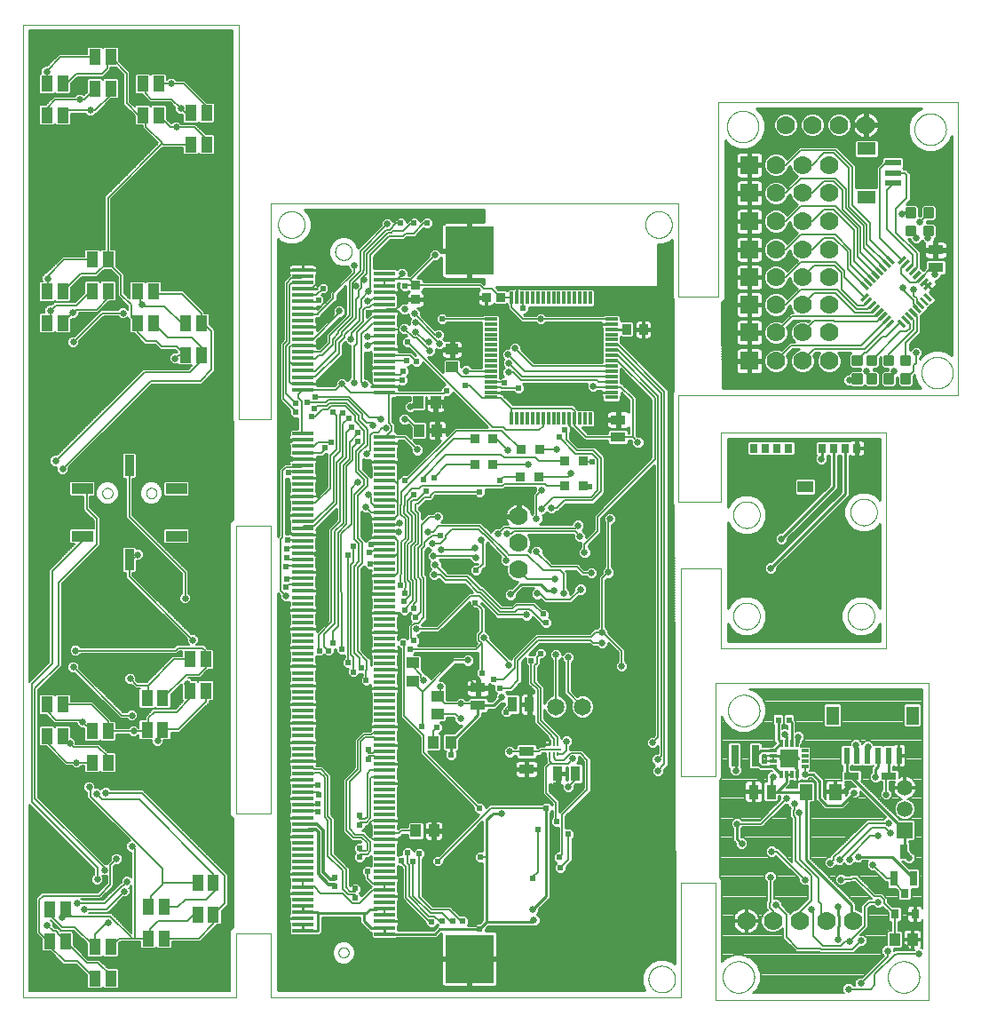
<source format=gtl>
G75*
%MOIN*%
%OFA0B0*%
%FSLAX25Y25*%
%IPPOS*%
%LPD*%
%AMOC8*
5,1,8,0,0,1.08239X$1,22.5*
%
%ADD10C,0.00000*%
%ADD11C,0.07000*%
%ADD12R,0.05575X0.02565*%
%ADD13R,0.02756X0.05510*%
%ADD14R,0.03150X0.03543*%
%ADD15R,0.03959X0.04724*%
%ADD16R,0.03800X0.05700*%
%ADD17R,0.04724X0.05906*%
%ADD18R,0.01181X0.02559*%
%ADD19R,0.02559X0.01181*%
%ADD20R,0.06693X0.06693*%
%ADD21R,0.03150X0.07874*%
%ADD22R,0.02200X0.02400*%
%ADD23R,0.05900X0.05900*%
%ADD24C,0.05900*%
%ADD25R,0.02362X0.06102*%
%ADD26R,0.04724X0.07087*%
%ADD27R,0.07000X0.07000*%
%ADD28R,0.01200X0.03600*%
%ADD29R,0.06102X0.02362*%
%ADD30R,0.07087X0.04724*%
%ADD31R,0.05700X0.03800*%
%ADD32C,0.01181*%
%ADD33R,0.05906X0.04331*%
%ADD34R,0.07874X0.01378*%
%ADD35R,0.18110X0.18110*%
%ADD36R,0.04724X0.03959*%
%ADD37R,0.03600X0.03200*%
%ADD38R,0.00866X0.01378*%
%ADD39R,0.01772X0.00866*%
%ADD40R,0.01378X0.00866*%
%ADD41C,0.06500*%
%ADD42R,0.03800X0.03600*%
%ADD43R,0.01181X0.04724*%
%ADD44R,0.04724X0.01181*%
%ADD45R,0.03200X0.03600*%
%ADD46R,0.03200X0.04200*%
%ADD47R,0.07870X0.03940*%
%ADD48R,0.03500X0.07870*%
%ADD49R,0.04331X0.05906*%
%ADD50C,0.00700*%
%ADD51C,0.02578*%
%ADD52C,0.01000*%
%ADD53C,0.00600*%
%ADD54C,0.02400*%
%ADD55C,0.01200*%
D10*
X0001000Y0002150D02*
X0001000Y0367150D01*
X0082000Y0367150D01*
X0082000Y0219150D01*
X0094000Y0219150D01*
X0094000Y0300150D01*
X0247000Y0300150D01*
X0247000Y0265150D01*
X0262000Y0265150D01*
X0262000Y0338150D01*
X0352000Y0338150D01*
X0352000Y0228150D01*
X0247000Y0228150D01*
X0247000Y0188150D01*
X0263000Y0188150D01*
X0263000Y0214150D01*
X0325000Y0214150D01*
X0325000Y0133150D01*
X0263000Y0133150D01*
X0263000Y0163150D01*
X0248000Y0163150D01*
X0248000Y0085150D01*
X0261000Y0085150D01*
X0261000Y0120150D01*
X0341000Y0120150D01*
X0341000Y0001150D01*
X0261000Y0001150D01*
X0261000Y0045150D01*
X0248000Y0045150D01*
X0248000Y0002150D01*
X0094000Y0002150D01*
X0094000Y0026150D01*
X0081000Y0026150D01*
X0081000Y0002150D01*
X0001000Y0002150D01*
X0081000Y0071150D02*
X0081000Y0179150D01*
X0094000Y0179150D01*
X0094000Y0071150D01*
X0081000Y0071150D01*
X0119300Y0018885D02*
X0119302Y0018972D01*
X0119308Y0019059D01*
X0119318Y0019146D01*
X0119332Y0019232D01*
X0119350Y0019317D01*
X0119371Y0019401D01*
X0119397Y0019485D01*
X0119426Y0019567D01*
X0119460Y0019647D01*
X0119496Y0019726D01*
X0119537Y0019803D01*
X0119581Y0019879D01*
X0119628Y0019952D01*
X0119678Y0020023D01*
X0119732Y0020091D01*
X0119789Y0020157D01*
X0119849Y0020221D01*
X0119911Y0020281D01*
X0119977Y0020339D01*
X0120045Y0020393D01*
X0120115Y0020445D01*
X0120188Y0020493D01*
X0120263Y0020538D01*
X0120339Y0020579D01*
X0120418Y0020617D01*
X0120498Y0020651D01*
X0120580Y0020681D01*
X0120663Y0020707D01*
X0120747Y0020730D01*
X0120832Y0020749D01*
X0120918Y0020764D01*
X0121004Y0020775D01*
X0121091Y0020782D01*
X0121178Y0020785D01*
X0121265Y0020784D01*
X0121352Y0020779D01*
X0121439Y0020770D01*
X0121525Y0020757D01*
X0121611Y0020740D01*
X0121695Y0020719D01*
X0121779Y0020695D01*
X0121861Y0020666D01*
X0121942Y0020634D01*
X0122022Y0020598D01*
X0122099Y0020559D01*
X0122175Y0020516D01*
X0122249Y0020469D01*
X0122320Y0020420D01*
X0122389Y0020367D01*
X0122456Y0020310D01*
X0122520Y0020251D01*
X0122581Y0020189D01*
X0122640Y0020125D01*
X0122695Y0020057D01*
X0122747Y0019988D01*
X0122796Y0019916D01*
X0122842Y0019841D01*
X0122884Y0019765D01*
X0122922Y0019687D01*
X0122957Y0019607D01*
X0122989Y0019526D01*
X0123016Y0019443D01*
X0123040Y0019359D01*
X0123060Y0019274D01*
X0123076Y0019189D01*
X0123088Y0019102D01*
X0123096Y0019016D01*
X0123100Y0018929D01*
X0123100Y0018841D01*
X0123096Y0018754D01*
X0123088Y0018668D01*
X0123076Y0018581D01*
X0123060Y0018496D01*
X0123040Y0018411D01*
X0123016Y0018327D01*
X0122989Y0018244D01*
X0122957Y0018163D01*
X0122922Y0018083D01*
X0122884Y0018005D01*
X0122842Y0017929D01*
X0122796Y0017854D01*
X0122747Y0017782D01*
X0122695Y0017713D01*
X0122640Y0017645D01*
X0122581Y0017581D01*
X0122520Y0017519D01*
X0122456Y0017460D01*
X0122389Y0017403D01*
X0122320Y0017350D01*
X0122249Y0017301D01*
X0122175Y0017254D01*
X0122099Y0017211D01*
X0122022Y0017172D01*
X0121942Y0017136D01*
X0121861Y0017104D01*
X0121779Y0017075D01*
X0121695Y0017051D01*
X0121611Y0017030D01*
X0121525Y0017013D01*
X0121439Y0017000D01*
X0121352Y0016991D01*
X0121265Y0016986D01*
X0121178Y0016985D01*
X0121091Y0016988D01*
X0121004Y0016995D01*
X0120918Y0017006D01*
X0120832Y0017021D01*
X0120747Y0017040D01*
X0120663Y0017063D01*
X0120580Y0017089D01*
X0120498Y0017119D01*
X0120418Y0017153D01*
X0120339Y0017191D01*
X0120263Y0017232D01*
X0120188Y0017277D01*
X0120115Y0017325D01*
X0120045Y0017377D01*
X0119977Y0017431D01*
X0119911Y0017489D01*
X0119849Y0017549D01*
X0119789Y0017613D01*
X0119732Y0017679D01*
X0119678Y0017747D01*
X0119628Y0017818D01*
X0119581Y0017891D01*
X0119537Y0017967D01*
X0119496Y0018044D01*
X0119460Y0018123D01*
X0119426Y0018203D01*
X0119397Y0018285D01*
X0119371Y0018369D01*
X0119350Y0018453D01*
X0119332Y0018538D01*
X0119318Y0018624D01*
X0119308Y0018711D01*
X0119302Y0018798D01*
X0119300Y0018885D01*
X0235700Y0008850D02*
X0235702Y0008991D01*
X0235708Y0009132D01*
X0235718Y0009272D01*
X0235732Y0009412D01*
X0235750Y0009552D01*
X0235771Y0009691D01*
X0235797Y0009830D01*
X0235826Y0009968D01*
X0235860Y0010104D01*
X0235897Y0010240D01*
X0235938Y0010375D01*
X0235983Y0010509D01*
X0236032Y0010641D01*
X0236084Y0010772D01*
X0236140Y0010901D01*
X0236200Y0011028D01*
X0236263Y0011154D01*
X0236329Y0011278D01*
X0236400Y0011401D01*
X0236473Y0011521D01*
X0236550Y0011639D01*
X0236630Y0011755D01*
X0236714Y0011868D01*
X0236800Y0011979D01*
X0236890Y0012088D01*
X0236983Y0012194D01*
X0237078Y0012297D01*
X0237177Y0012398D01*
X0237278Y0012496D01*
X0237382Y0012591D01*
X0237489Y0012683D01*
X0237598Y0012772D01*
X0237710Y0012857D01*
X0237824Y0012940D01*
X0237940Y0013020D01*
X0238059Y0013096D01*
X0238180Y0013168D01*
X0238302Y0013238D01*
X0238427Y0013303D01*
X0238553Y0013366D01*
X0238681Y0013424D01*
X0238811Y0013479D01*
X0238942Y0013531D01*
X0239075Y0013578D01*
X0239209Y0013622D01*
X0239344Y0013663D01*
X0239480Y0013699D01*
X0239617Y0013731D01*
X0239755Y0013760D01*
X0239893Y0013785D01*
X0240033Y0013805D01*
X0240173Y0013822D01*
X0240313Y0013835D01*
X0240454Y0013844D01*
X0240594Y0013849D01*
X0240735Y0013850D01*
X0240876Y0013847D01*
X0241017Y0013840D01*
X0241157Y0013829D01*
X0241297Y0013814D01*
X0241437Y0013795D01*
X0241576Y0013773D01*
X0241714Y0013746D01*
X0241852Y0013716D01*
X0241988Y0013681D01*
X0242124Y0013643D01*
X0242258Y0013601D01*
X0242392Y0013555D01*
X0242524Y0013506D01*
X0242654Y0013452D01*
X0242783Y0013395D01*
X0242910Y0013335D01*
X0243036Y0013271D01*
X0243159Y0013203D01*
X0243281Y0013132D01*
X0243401Y0013058D01*
X0243518Y0012980D01*
X0243633Y0012899D01*
X0243746Y0012815D01*
X0243857Y0012728D01*
X0243965Y0012637D01*
X0244070Y0012544D01*
X0244173Y0012447D01*
X0244273Y0012348D01*
X0244370Y0012246D01*
X0244464Y0012141D01*
X0244555Y0012034D01*
X0244643Y0011924D01*
X0244728Y0011812D01*
X0244810Y0011697D01*
X0244889Y0011580D01*
X0244964Y0011461D01*
X0245036Y0011340D01*
X0245104Y0011217D01*
X0245169Y0011092D01*
X0245231Y0010965D01*
X0245288Y0010836D01*
X0245343Y0010706D01*
X0245393Y0010575D01*
X0245440Y0010442D01*
X0245483Y0010308D01*
X0245522Y0010172D01*
X0245557Y0010036D01*
X0245589Y0009899D01*
X0245616Y0009761D01*
X0245640Y0009622D01*
X0245660Y0009482D01*
X0245676Y0009342D01*
X0245688Y0009202D01*
X0245696Y0009061D01*
X0245700Y0008920D01*
X0245700Y0008780D01*
X0245696Y0008639D01*
X0245688Y0008498D01*
X0245676Y0008358D01*
X0245660Y0008218D01*
X0245640Y0008078D01*
X0245616Y0007939D01*
X0245589Y0007801D01*
X0245557Y0007664D01*
X0245522Y0007528D01*
X0245483Y0007392D01*
X0245440Y0007258D01*
X0245393Y0007125D01*
X0245343Y0006994D01*
X0245288Y0006864D01*
X0245231Y0006735D01*
X0245169Y0006608D01*
X0245104Y0006483D01*
X0245036Y0006360D01*
X0244964Y0006239D01*
X0244889Y0006120D01*
X0244810Y0006003D01*
X0244728Y0005888D01*
X0244643Y0005776D01*
X0244555Y0005666D01*
X0244464Y0005559D01*
X0244370Y0005454D01*
X0244273Y0005352D01*
X0244173Y0005253D01*
X0244070Y0005156D01*
X0243965Y0005063D01*
X0243857Y0004972D01*
X0243746Y0004885D01*
X0243633Y0004801D01*
X0243518Y0004720D01*
X0243401Y0004642D01*
X0243281Y0004568D01*
X0243159Y0004497D01*
X0243036Y0004429D01*
X0242910Y0004365D01*
X0242783Y0004305D01*
X0242654Y0004248D01*
X0242524Y0004194D01*
X0242392Y0004145D01*
X0242258Y0004099D01*
X0242124Y0004057D01*
X0241988Y0004019D01*
X0241852Y0003984D01*
X0241714Y0003954D01*
X0241576Y0003927D01*
X0241437Y0003905D01*
X0241297Y0003886D01*
X0241157Y0003871D01*
X0241017Y0003860D01*
X0240876Y0003853D01*
X0240735Y0003850D01*
X0240594Y0003851D01*
X0240454Y0003856D01*
X0240313Y0003865D01*
X0240173Y0003878D01*
X0240033Y0003895D01*
X0239893Y0003915D01*
X0239755Y0003940D01*
X0239617Y0003969D01*
X0239480Y0004001D01*
X0239344Y0004037D01*
X0239209Y0004078D01*
X0239075Y0004122D01*
X0238942Y0004169D01*
X0238811Y0004221D01*
X0238681Y0004276D01*
X0238553Y0004334D01*
X0238427Y0004397D01*
X0238302Y0004462D01*
X0238180Y0004532D01*
X0238059Y0004604D01*
X0237940Y0004680D01*
X0237824Y0004760D01*
X0237710Y0004843D01*
X0237598Y0004928D01*
X0237489Y0005017D01*
X0237382Y0005109D01*
X0237278Y0005204D01*
X0237177Y0005302D01*
X0237078Y0005403D01*
X0236983Y0005506D01*
X0236890Y0005612D01*
X0236800Y0005721D01*
X0236714Y0005832D01*
X0236630Y0005945D01*
X0236550Y0006061D01*
X0236473Y0006179D01*
X0236400Y0006299D01*
X0236329Y0006422D01*
X0236263Y0006546D01*
X0236200Y0006672D01*
X0236140Y0006799D01*
X0236084Y0006928D01*
X0236032Y0007059D01*
X0235983Y0007191D01*
X0235938Y0007325D01*
X0235897Y0007460D01*
X0235860Y0007596D01*
X0235826Y0007732D01*
X0235797Y0007870D01*
X0235771Y0008009D01*
X0235750Y0008148D01*
X0235732Y0008288D01*
X0235718Y0008428D01*
X0235708Y0008568D01*
X0235702Y0008709D01*
X0235700Y0008850D01*
X0263594Y0009650D02*
X0263596Y0009803D01*
X0263602Y0009957D01*
X0263612Y0010110D01*
X0263626Y0010262D01*
X0263644Y0010415D01*
X0263666Y0010566D01*
X0263691Y0010717D01*
X0263721Y0010868D01*
X0263755Y0011018D01*
X0263792Y0011166D01*
X0263833Y0011314D01*
X0263878Y0011460D01*
X0263927Y0011606D01*
X0263980Y0011750D01*
X0264036Y0011892D01*
X0264096Y0012033D01*
X0264160Y0012173D01*
X0264227Y0012311D01*
X0264298Y0012447D01*
X0264373Y0012581D01*
X0264450Y0012713D01*
X0264532Y0012843D01*
X0264616Y0012971D01*
X0264704Y0013097D01*
X0264795Y0013220D01*
X0264889Y0013341D01*
X0264987Y0013459D01*
X0265087Y0013575D01*
X0265191Y0013688D01*
X0265297Y0013799D01*
X0265406Y0013907D01*
X0265518Y0014012D01*
X0265632Y0014113D01*
X0265750Y0014212D01*
X0265869Y0014308D01*
X0265991Y0014401D01*
X0266116Y0014490D01*
X0266243Y0014577D01*
X0266372Y0014659D01*
X0266503Y0014739D01*
X0266636Y0014815D01*
X0266771Y0014888D01*
X0266908Y0014957D01*
X0267047Y0015022D01*
X0267187Y0015084D01*
X0267329Y0015142D01*
X0267472Y0015197D01*
X0267617Y0015248D01*
X0267763Y0015295D01*
X0267910Y0015338D01*
X0268058Y0015377D01*
X0268207Y0015413D01*
X0268357Y0015444D01*
X0268508Y0015472D01*
X0268659Y0015496D01*
X0268812Y0015516D01*
X0268964Y0015532D01*
X0269117Y0015544D01*
X0269270Y0015552D01*
X0269423Y0015556D01*
X0269577Y0015556D01*
X0269730Y0015552D01*
X0269883Y0015544D01*
X0270036Y0015532D01*
X0270188Y0015516D01*
X0270341Y0015496D01*
X0270492Y0015472D01*
X0270643Y0015444D01*
X0270793Y0015413D01*
X0270942Y0015377D01*
X0271090Y0015338D01*
X0271237Y0015295D01*
X0271383Y0015248D01*
X0271528Y0015197D01*
X0271671Y0015142D01*
X0271813Y0015084D01*
X0271953Y0015022D01*
X0272092Y0014957D01*
X0272229Y0014888D01*
X0272364Y0014815D01*
X0272497Y0014739D01*
X0272628Y0014659D01*
X0272757Y0014577D01*
X0272884Y0014490D01*
X0273009Y0014401D01*
X0273131Y0014308D01*
X0273250Y0014212D01*
X0273368Y0014113D01*
X0273482Y0014012D01*
X0273594Y0013907D01*
X0273703Y0013799D01*
X0273809Y0013688D01*
X0273913Y0013575D01*
X0274013Y0013459D01*
X0274111Y0013341D01*
X0274205Y0013220D01*
X0274296Y0013097D01*
X0274384Y0012971D01*
X0274468Y0012843D01*
X0274550Y0012713D01*
X0274627Y0012581D01*
X0274702Y0012447D01*
X0274773Y0012311D01*
X0274840Y0012173D01*
X0274904Y0012033D01*
X0274964Y0011892D01*
X0275020Y0011750D01*
X0275073Y0011606D01*
X0275122Y0011460D01*
X0275167Y0011314D01*
X0275208Y0011166D01*
X0275245Y0011018D01*
X0275279Y0010868D01*
X0275309Y0010717D01*
X0275334Y0010566D01*
X0275356Y0010415D01*
X0275374Y0010262D01*
X0275388Y0010110D01*
X0275398Y0009957D01*
X0275404Y0009803D01*
X0275406Y0009650D01*
X0275404Y0009497D01*
X0275398Y0009343D01*
X0275388Y0009190D01*
X0275374Y0009038D01*
X0275356Y0008885D01*
X0275334Y0008734D01*
X0275309Y0008583D01*
X0275279Y0008432D01*
X0275245Y0008282D01*
X0275208Y0008134D01*
X0275167Y0007986D01*
X0275122Y0007840D01*
X0275073Y0007694D01*
X0275020Y0007550D01*
X0274964Y0007408D01*
X0274904Y0007267D01*
X0274840Y0007127D01*
X0274773Y0006989D01*
X0274702Y0006853D01*
X0274627Y0006719D01*
X0274550Y0006587D01*
X0274468Y0006457D01*
X0274384Y0006329D01*
X0274296Y0006203D01*
X0274205Y0006080D01*
X0274111Y0005959D01*
X0274013Y0005841D01*
X0273913Y0005725D01*
X0273809Y0005612D01*
X0273703Y0005501D01*
X0273594Y0005393D01*
X0273482Y0005288D01*
X0273368Y0005187D01*
X0273250Y0005088D01*
X0273131Y0004992D01*
X0273009Y0004899D01*
X0272884Y0004810D01*
X0272757Y0004723D01*
X0272628Y0004641D01*
X0272497Y0004561D01*
X0272364Y0004485D01*
X0272229Y0004412D01*
X0272092Y0004343D01*
X0271953Y0004278D01*
X0271813Y0004216D01*
X0271671Y0004158D01*
X0271528Y0004103D01*
X0271383Y0004052D01*
X0271237Y0004005D01*
X0271090Y0003962D01*
X0270942Y0003923D01*
X0270793Y0003887D01*
X0270643Y0003856D01*
X0270492Y0003828D01*
X0270341Y0003804D01*
X0270188Y0003784D01*
X0270036Y0003768D01*
X0269883Y0003756D01*
X0269730Y0003748D01*
X0269577Y0003744D01*
X0269423Y0003744D01*
X0269270Y0003748D01*
X0269117Y0003756D01*
X0268964Y0003768D01*
X0268812Y0003784D01*
X0268659Y0003804D01*
X0268508Y0003828D01*
X0268357Y0003856D01*
X0268207Y0003887D01*
X0268058Y0003923D01*
X0267910Y0003962D01*
X0267763Y0004005D01*
X0267617Y0004052D01*
X0267472Y0004103D01*
X0267329Y0004158D01*
X0267187Y0004216D01*
X0267047Y0004278D01*
X0266908Y0004343D01*
X0266771Y0004412D01*
X0266636Y0004485D01*
X0266503Y0004561D01*
X0266372Y0004641D01*
X0266243Y0004723D01*
X0266116Y0004810D01*
X0265991Y0004899D01*
X0265869Y0004992D01*
X0265750Y0005088D01*
X0265632Y0005187D01*
X0265518Y0005288D01*
X0265406Y0005393D01*
X0265297Y0005501D01*
X0265191Y0005612D01*
X0265087Y0005725D01*
X0264987Y0005841D01*
X0264889Y0005959D01*
X0264795Y0006080D01*
X0264704Y0006203D01*
X0264616Y0006329D01*
X0264532Y0006457D01*
X0264450Y0006587D01*
X0264373Y0006719D01*
X0264298Y0006853D01*
X0264227Y0006989D01*
X0264160Y0007127D01*
X0264096Y0007267D01*
X0264036Y0007408D01*
X0263980Y0007550D01*
X0263927Y0007694D01*
X0263878Y0007840D01*
X0263833Y0007986D01*
X0263792Y0008134D01*
X0263755Y0008282D01*
X0263721Y0008432D01*
X0263691Y0008583D01*
X0263666Y0008734D01*
X0263644Y0008885D01*
X0263626Y0009038D01*
X0263612Y0009190D01*
X0263602Y0009343D01*
X0263596Y0009497D01*
X0263594Y0009650D01*
X0325594Y0009650D02*
X0325596Y0009803D01*
X0325602Y0009957D01*
X0325612Y0010110D01*
X0325626Y0010262D01*
X0325644Y0010415D01*
X0325666Y0010566D01*
X0325691Y0010717D01*
X0325721Y0010868D01*
X0325755Y0011018D01*
X0325792Y0011166D01*
X0325833Y0011314D01*
X0325878Y0011460D01*
X0325927Y0011606D01*
X0325980Y0011750D01*
X0326036Y0011892D01*
X0326096Y0012033D01*
X0326160Y0012173D01*
X0326227Y0012311D01*
X0326298Y0012447D01*
X0326373Y0012581D01*
X0326450Y0012713D01*
X0326532Y0012843D01*
X0326616Y0012971D01*
X0326704Y0013097D01*
X0326795Y0013220D01*
X0326889Y0013341D01*
X0326987Y0013459D01*
X0327087Y0013575D01*
X0327191Y0013688D01*
X0327297Y0013799D01*
X0327406Y0013907D01*
X0327518Y0014012D01*
X0327632Y0014113D01*
X0327750Y0014212D01*
X0327869Y0014308D01*
X0327991Y0014401D01*
X0328116Y0014490D01*
X0328243Y0014577D01*
X0328372Y0014659D01*
X0328503Y0014739D01*
X0328636Y0014815D01*
X0328771Y0014888D01*
X0328908Y0014957D01*
X0329047Y0015022D01*
X0329187Y0015084D01*
X0329329Y0015142D01*
X0329472Y0015197D01*
X0329617Y0015248D01*
X0329763Y0015295D01*
X0329910Y0015338D01*
X0330058Y0015377D01*
X0330207Y0015413D01*
X0330357Y0015444D01*
X0330508Y0015472D01*
X0330659Y0015496D01*
X0330812Y0015516D01*
X0330964Y0015532D01*
X0331117Y0015544D01*
X0331270Y0015552D01*
X0331423Y0015556D01*
X0331577Y0015556D01*
X0331730Y0015552D01*
X0331883Y0015544D01*
X0332036Y0015532D01*
X0332188Y0015516D01*
X0332341Y0015496D01*
X0332492Y0015472D01*
X0332643Y0015444D01*
X0332793Y0015413D01*
X0332942Y0015377D01*
X0333090Y0015338D01*
X0333237Y0015295D01*
X0333383Y0015248D01*
X0333528Y0015197D01*
X0333671Y0015142D01*
X0333813Y0015084D01*
X0333953Y0015022D01*
X0334092Y0014957D01*
X0334229Y0014888D01*
X0334364Y0014815D01*
X0334497Y0014739D01*
X0334628Y0014659D01*
X0334757Y0014577D01*
X0334884Y0014490D01*
X0335009Y0014401D01*
X0335131Y0014308D01*
X0335250Y0014212D01*
X0335368Y0014113D01*
X0335482Y0014012D01*
X0335594Y0013907D01*
X0335703Y0013799D01*
X0335809Y0013688D01*
X0335913Y0013575D01*
X0336013Y0013459D01*
X0336111Y0013341D01*
X0336205Y0013220D01*
X0336296Y0013097D01*
X0336384Y0012971D01*
X0336468Y0012843D01*
X0336550Y0012713D01*
X0336627Y0012581D01*
X0336702Y0012447D01*
X0336773Y0012311D01*
X0336840Y0012173D01*
X0336904Y0012033D01*
X0336964Y0011892D01*
X0337020Y0011750D01*
X0337073Y0011606D01*
X0337122Y0011460D01*
X0337167Y0011314D01*
X0337208Y0011166D01*
X0337245Y0011018D01*
X0337279Y0010868D01*
X0337309Y0010717D01*
X0337334Y0010566D01*
X0337356Y0010415D01*
X0337374Y0010262D01*
X0337388Y0010110D01*
X0337398Y0009957D01*
X0337404Y0009803D01*
X0337406Y0009650D01*
X0337404Y0009497D01*
X0337398Y0009343D01*
X0337388Y0009190D01*
X0337374Y0009038D01*
X0337356Y0008885D01*
X0337334Y0008734D01*
X0337309Y0008583D01*
X0337279Y0008432D01*
X0337245Y0008282D01*
X0337208Y0008134D01*
X0337167Y0007986D01*
X0337122Y0007840D01*
X0337073Y0007694D01*
X0337020Y0007550D01*
X0336964Y0007408D01*
X0336904Y0007267D01*
X0336840Y0007127D01*
X0336773Y0006989D01*
X0336702Y0006853D01*
X0336627Y0006719D01*
X0336550Y0006587D01*
X0336468Y0006457D01*
X0336384Y0006329D01*
X0336296Y0006203D01*
X0336205Y0006080D01*
X0336111Y0005959D01*
X0336013Y0005841D01*
X0335913Y0005725D01*
X0335809Y0005612D01*
X0335703Y0005501D01*
X0335594Y0005393D01*
X0335482Y0005288D01*
X0335368Y0005187D01*
X0335250Y0005088D01*
X0335131Y0004992D01*
X0335009Y0004899D01*
X0334884Y0004810D01*
X0334757Y0004723D01*
X0334628Y0004641D01*
X0334497Y0004561D01*
X0334364Y0004485D01*
X0334229Y0004412D01*
X0334092Y0004343D01*
X0333953Y0004278D01*
X0333813Y0004216D01*
X0333671Y0004158D01*
X0333528Y0004103D01*
X0333383Y0004052D01*
X0333237Y0004005D01*
X0333090Y0003962D01*
X0332942Y0003923D01*
X0332793Y0003887D01*
X0332643Y0003856D01*
X0332492Y0003828D01*
X0332341Y0003804D01*
X0332188Y0003784D01*
X0332036Y0003768D01*
X0331883Y0003756D01*
X0331730Y0003748D01*
X0331577Y0003744D01*
X0331423Y0003744D01*
X0331270Y0003748D01*
X0331117Y0003756D01*
X0330964Y0003768D01*
X0330812Y0003784D01*
X0330659Y0003804D01*
X0330508Y0003828D01*
X0330357Y0003856D01*
X0330207Y0003887D01*
X0330058Y0003923D01*
X0329910Y0003962D01*
X0329763Y0004005D01*
X0329617Y0004052D01*
X0329472Y0004103D01*
X0329329Y0004158D01*
X0329187Y0004216D01*
X0329047Y0004278D01*
X0328908Y0004343D01*
X0328771Y0004412D01*
X0328636Y0004485D01*
X0328503Y0004561D01*
X0328372Y0004641D01*
X0328243Y0004723D01*
X0328116Y0004810D01*
X0327991Y0004899D01*
X0327869Y0004992D01*
X0327750Y0005088D01*
X0327632Y0005187D01*
X0327518Y0005288D01*
X0327406Y0005393D01*
X0327297Y0005501D01*
X0327191Y0005612D01*
X0327087Y0005725D01*
X0326987Y0005841D01*
X0326889Y0005959D01*
X0326795Y0006080D01*
X0326704Y0006203D01*
X0326616Y0006329D01*
X0326532Y0006457D01*
X0326450Y0006587D01*
X0326373Y0006719D01*
X0326298Y0006853D01*
X0326227Y0006989D01*
X0326160Y0007127D01*
X0326096Y0007267D01*
X0326036Y0007408D01*
X0325980Y0007550D01*
X0325927Y0007694D01*
X0325878Y0007840D01*
X0325833Y0007986D01*
X0325792Y0008134D01*
X0325755Y0008282D01*
X0325721Y0008432D01*
X0325691Y0008583D01*
X0325666Y0008734D01*
X0325644Y0008885D01*
X0325626Y0009038D01*
X0325612Y0009190D01*
X0325602Y0009343D01*
X0325596Y0009497D01*
X0325594Y0009650D01*
X0265594Y0109650D02*
X0265596Y0109803D01*
X0265602Y0109957D01*
X0265612Y0110110D01*
X0265626Y0110262D01*
X0265644Y0110415D01*
X0265666Y0110566D01*
X0265691Y0110717D01*
X0265721Y0110868D01*
X0265755Y0111018D01*
X0265792Y0111166D01*
X0265833Y0111314D01*
X0265878Y0111460D01*
X0265927Y0111606D01*
X0265980Y0111750D01*
X0266036Y0111892D01*
X0266096Y0112033D01*
X0266160Y0112173D01*
X0266227Y0112311D01*
X0266298Y0112447D01*
X0266373Y0112581D01*
X0266450Y0112713D01*
X0266532Y0112843D01*
X0266616Y0112971D01*
X0266704Y0113097D01*
X0266795Y0113220D01*
X0266889Y0113341D01*
X0266987Y0113459D01*
X0267087Y0113575D01*
X0267191Y0113688D01*
X0267297Y0113799D01*
X0267406Y0113907D01*
X0267518Y0114012D01*
X0267632Y0114113D01*
X0267750Y0114212D01*
X0267869Y0114308D01*
X0267991Y0114401D01*
X0268116Y0114490D01*
X0268243Y0114577D01*
X0268372Y0114659D01*
X0268503Y0114739D01*
X0268636Y0114815D01*
X0268771Y0114888D01*
X0268908Y0114957D01*
X0269047Y0115022D01*
X0269187Y0115084D01*
X0269329Y0115142D01*
X0269472Y0115197D01*
X0269617Y0115248D01*
X0269763Y0115295D01*
X0269910Y0115338D01*
X0270058Y0115377D01*
X0270207Y0115413D01*
X0270357Y0115444D01*
X0270508Y0115472D01*
X0270659Y0115496D01*
X0270812Y0115516D01*
X0270964Y0115532D01*
X0271117Y0115544D01*
X0271270Y0115552D01*
X0271423Y0115556D01*
X0271577Y0115556D01*
X0271730Y0115552D01*
X0271883Y0115544D01*
X0272036Y0115532D01*
X0272188Y0115516D01*
X0272341Y0115496D01*
X0272492Y0115472D01*
X0272643Y0115444D01*
X0272793Y0115413D01*
X0272942Y0115377D01*
X0273090Y0115338D01*
X0273237Y0115295D01*
X0273383Y0115248D01*
X0273528Y0115197D01*
X0273671Y0115142D01*
X0273813Y0115084D01*
X0273953Y0115022D01*
X0274092Y0114957D01*
X0274229Y0114888D01*
X0274364Y0114815D01*
X0274497Y0114739D01*
X0274628Y0114659D01*
X0274757Y0114577D01*
X0274884Y0114490D01*
X0275009Y0114401D01*
X0275131Y0114308D01*
X0275250Y0114212D01*
X0275368Y0114113D01*
X0275482Y0114012D01*
X0275594Y0113907D01*
X0275703Y0113799D01*
X0275809Y0113688D01*
X0275913Y0113575D01*
X0276013Y0113459D01*
X0276111Y0113341D01*
X0276205Y0113220D01*
X0276296Y0113097D01*
X0276384Y0112971D01*
X0276468Y0112843D01*
X0276550Y0112713D01*
X0276627Y0112581D01*
X0276702Y0112447D01*
X0276773Y0112311D01*
X0276840Y0112173D01*
X0276904Y0112033D01*
X0276964Y0111892D01*
X0277020Y0111750D01*
X0277073Y0111606D01*
X0277122Y0111460D01*
X0277167Y0111314D01*
X0277208Y0111166D01*
X0277245Y0111018D01*
X0277279Y0110868D01*
X0277309Y0110717D01*
X0277334Y0110566D01*
X0277356Y0110415D01*
X0277374Y0110262D01*
X0277388Y0110110D01*
X0277398Y0109957D01*
X0277404Y0109803D01*
X0277406Y0109650D01*
X0277404Y0109497D01*
X0277398Y0109343D01*
X0277388Y0109190D01*
X0277374Y0109038D01*
X0277356Y0108885D01*
X0277334Y0108734D01*
X0277309Y0108583D01*
X0277279Y0108432D01*
X0277245Y0108282D01*
X0277208Y0108134D01*
X0277167Y0107986D01*
X0277122Y0107840D01*
X0277073Y0107694D01*
X0277020Y0107550D01*
X0276964Y0107408D01*
X0276904Y0107267D01*
X0276840Y0107127D01*
X0276773Y0106989D01*
X0276702Y0106853D01*
X0276627Y0106719D01*
X0276550Y0106587D01*
X0276468Y0106457D01*
X0276384Y0106329D01*
X0276296Y0106203D01*
X0276205Y0106080D01*
X0276111Y0105959D01*
X0276013Y0105841D01*
X0275913Y0105725D01*
X0275809Y0105612D01*
X0275703Y0105501D01*
X0275594Y0105393D01*
X0275482Y0105288D01*
X0275368Y0105187D01*
X0275250Y0105088D01*
X0275131Y0104992D01*
X0275009Y0104899D01*
X0274884Y0104810D01*
X0274757Y0104723D01*
X0274628Y0104641D01*
X0274497Y0104561D01*
X0274364Y0104485D01*
X0274229Y0104412D01*
X0274092Y0104343D01*
X0273953Y0104278D01*
X0273813Y0104216D01*
X0273671Y0104158D01*
X0273528Y0104103D01*
X0273383Y0104052D01*
X0273237Y0104005D01*
X0273090Y0103962D01*
X0272942Y0103923D01*
X0272793Y0103887D01*
X0272643Y0103856D01*
X0272492Y0103828D01*
X0272341Y0103804D01*
X0272188Y0103784D01*
X0272036Y0103768D01*
X0271883Y0103756D01*
X0271730Y0103748D01*
X0271577Y0103744D01*
X0271423Y0103744D01*
X0271270Y0103748D01*
X0271117Y0103756D01*
X0270964Y0103768D01*
X0270812Y0103784D01*
X0270659Y0103804D01*
X0270508Y0103828D01*
X0270357Y0103856D01*
X0270207Y0103887D01*
X0270058Y0103923D01*
X0269910Y0103962D01*
X0269763Y0104005D01*
X0269617Y0104052D01*
X0269472Y0104103D01*
X0269329Y0104158D01*
X0269187Y0104216D01*
X0269047Y0104278D01*
X0268908Y0104343D01*
X0268771Y0104412D01*
X0268636Y0104485D01*
X0268503Y0104561D01*
X0268372Y0104641D01*
X0268243Y0104723D01*
X0268116Y0104810D01*
X0267991Y0104899D01*
X0267869Y0104992D01*
X0267750Y0105088D01*
X0267632Y0105187D01*
X0267518Y0105288D01*
X0267406Y0105393D01*
X0267297Y0105501D01*
X0267191Y0105612D01*
X0267087Y0105725D01*
X0266987Y0105841D01*
X0266889Y0105959D01*
X0266795Y0106080D01*
X0266704Y0106203D01*
X0266616Y0106329D01*
X0266532Y0106457D01*
X0266450Y0106587D01*
X0266373Y0106719D01*
X0266298Y0106853D01*
X0266227Y0106989D01*
X0266160Y0107127D01*
X0266096Y0107267D01*
X0266036Y0107408D01*
X0265980Y0107550D01*
X0265927Y0107694D01*
X0265878Y0107840D01*
X0265833Y0107986D01*
X0265792Y0108134D01*
X0265755Y0108282D01*
X0265721Y0108432D01*
X0265691Y0108583D01*
X0265666Y0108734D01*
X0265644Y0108885D01*
X0265626Y0109038D01*
X0265612Y0109190D01*
X0265602Y0109343D01*
X0265596Y0109497D01*
X0265594Y0109650D01*
X0267500Y0145150D02*
X0267502Y0145291D01*
X0267508Y0145432D01*
X0267518Y0145572D01*
X0267532Y0145712D01*
X0267550Y0145852D01*
X0267571Y0145991D01*
X0267597Y0146130D01*
X0267626Y0146268D01*
X0267660Y0146404D01*
X0267697Y0146540D01*
X0267738Y0146675D01*
X0267783Y0146809D01*
X0267832Y0146941D01*
X0267884Y0147072D01*
X0267940Y0147201D01*
X0268000Y0147328D01*
X0268063Y0147454D01*
X0268129Y0147578D01*
X0268200Y0147701D01*
X0268273Y0147821D01*
X0268350Y0147939D01*
X0268430Y0148055D01*
X0268514Y0148168D01*
X0268600Y0148279D01*
X0268690Y0148388D01*
X0268783Y0148494D01*
X0268878Y0148597D01*
X0268977Y0148698D01*
X0269078Y0148796D01*
X0269182Y0148891D01*
X0269289Y0148983D01*
X0269398Y0149072D01*
X0269510Y0149157D01*
X0269624Y0149240D01*
X0269740Y0149320D01*
X0269859Y0149396D01*
X0269980Y0149468D01*
X0270102Y0149538D01*
X0270227Y0149603D01*
X0270353Y0149666D01*
X0270481Y0149724D01*
X0270611Y0149779D01*
X0270742Y0149831D01*
X0270875Y0149878D01*
X0271009Y0149922D01*
X0271144Y0149963D01*
X0271280Y0149999D01*
X0271417Y0150031D01*
X0271555Y0150060D01*
X0271693Y0150085D01*
X0271833Y0150105D01*
X0271973Y0150122D01*
X0272113Y0150135D01*
X0272254Y0150144D01*
X0272394Y0150149D01*
X0272535Y0150150D01*
X0272676Y0150147D01*
X0272817Y0150140D01*
X0272957Y0150129D01*
X0273097Y0150114D01*
X0273237Y0150095D01*
X0273376Y0150073D01*
X0273514Y0150046D01*
X0273652Y0150016D01*
X0273788Y0149981D01*
X0273924Y0149943D01*
X0274058Y0149901D01*
X0274192Y0149855D01*
X0274324Y0149806D01*
X0274454Y0149752D01*
X0274583Y0149695D01*
X0274710Y0149635D01*
X0274836Y0149571D01*
X0274959Y0149503D01*
X0275081Y0149432D01*
X0275201Y0149358D01*
X0275318Y0149280D01*
X0275433Y0149199D01*
X0275546Y0149115D01*
X0275657Y0149028D01*
X0275765Y0148937D01*
X0275870Y0148844D01*
X0275973Y0148747D01*
X0276073Y0148648D01*
X0276170Y0148546D01*
X0276264Y0148441D01*
X0276355Y0148334D01*
X0276443Y0148224D01*
X0276528Y0148112D01*
X0276610Y0147997D01*
X0276689Y0147880D01*
X0276764Y0147761D01*
X0276836Y0147640D01*
X0276904Y0147517D01*
X0276969Y0147392D01*
X0277031Y0147265D01*
X0277088Y0147136D01*
X0277143Y0147006D01*
X0277193Y0146875D01*
X0277240Y0146742D01*
X0277283Y0146608D01*
X0277322Y0146472D01*
X0277357Y0146336D01*
X0277389Y0146199D01*
X0277416Y0146061D01*
X0277440Y0145922D01*
X0277460Y0145782D01*
X0277476Y0145642D01*
X0277488Y0145502D01*
X0277496Y0145361D01*
X0277500Y0145220D01*
X0277500Y0145080D01*
X0277496Y0144939D01*
X0277488Y0144798D01*
X0277476Y0144658D01*
X0277460Y0144518D01*
X0277440Y0144378D01*
X0277416Y0144239D01*
X0277389Y0144101D01*
X0277357Y0143964D01*
X0277322Y0143828D01*
X0277283Y0143692D01*
X0277240Y0143558D01*
X0277193Y0143425D01*
X0277143Y0143294D01*
X0277088Y0143164D01*
X0277031Y0143035D01*
X0276969Y0142908D01*
X0276904Y0142783D01*
X0276836Y0142660D01*
X0276764Y0142539D01*
X0276689Y0142420D01*
X0276610Y0142303D01*
X0276528Y0142188D01*
X0276443Y0142076D01*
X0276355Y0141966D01*
X0276264Y0141859D01*
X0276170Y0141754D01*
X0276073Y0141652D01*
X0275973Y0141553D01*
X0275870Y0141456D01*
X0275765Y0141363D01*
X0275657Y0141272D01*
X0275546Y0141185D01*
X0275433Y0141101D01*
X0275318Y0141020D01*
X0275201Y0140942D01*
X0275081Y0140868D01*
X0274959Y0140797D01*
X0274836Y0140729D01*
X0274710Y0140665D01*
X0274583Y0140605D01*
X0274454Y0140548D01*
X0274324Y0140494D01*
X0274192Y0140445D01*
X0274058Y0140399D01*
X0273924Y0140357D01*
X0273788Y0140319D01*
X0273652Y0140284D01*
X0273514Y0140254D01*
X0273376Y0140227D01*
X0273237Y0140205D01*
X0273097Y0140186D01*
X0272957Y0140171D01*
X0272817Y0140160D01*
X0272676Y0140153D01*
X0272535Y0140150D01*
X0272394Y0140151D01*
X0272254Y0140156D01*
X0272113Y0140165D01*
X0271973Y0140178D01*
X0271833Y0140195D01*
X0271693Y0140215D01*
X0271555Y0140240D01*
X0271417Y0140269D01*
X0271280Y0140301D01*
X0271144Y0140337D01*
X0271009Y0140378D01*
X0270875Y0140422D01*
X0270742Y0140469D01*
X0270611Y0140521D01*
X0270481Y0140576D01*
X0270353Y0140634D01*
X0270227Y0140697D01*
X0270102Y0140762D01*
X0269980Y0140832D01*
X0269859Y0140904D01*
X0269740Y0140980D01*
X0269624Y0141060D01*
X0269510Y0141143D01*
X0269398Y0141228D01*
X0269289Y0141317D01*
X0269182Y0141409D01*
X0269078Y0141504D01*
X0268977Y0141602D01*
X0268878Y0141703D01*
X0268783Y0141806D01*
X0268690Y0141912D01*
X0268600Y0142021D01*
X0268514Y0142132D01*
X0268430Y0142245D01*
X0268350Y0142361D01*
X0268273Y0142479D01*
X0268200Y0142599D01*
X0268129Y0142722D01*
X0268063Y0142846D01*
X0268000Y0142972D01*
X0267940Y0143099D01*
X0267884Y0143228D01*
X0267832Y0143359D01*
X0267783Y0143491D01*
X0267738Y0143625D01*
X0267697Y0143760D01*
X0267660Y0143896D01*
X0267626Y0144032D01*
X0267597Y0144170D01*
X0267571Y0144309D01*
X0267550Y0144448D01*
X0267532Y0144588D01*
X0267518Y0144728D01*
X0267508Y0144868D01*
X0267502Y0145009D01*
X0267500Y0145150D01*
X0267500Y0183150D02*
X0267502Y0183291D01*
X0267508Y0183432D01*
X0267518Y0183572D01*
X0267532Y0183712D01*
X0267550Y0183852D01*
X0267571Y0183991D01*
X0267597Y0184130D01*
X0267626Y0184268D01*
X0267660Y0184404D01*
X0267697Y0184540D01*
X0267738Y0184675D01*
X0267783Y0184809D01*
X0267832Y0184941D01*
X0267884Y0185072D01*
X0267940Y0185201D01*
X0268000Y0185328D01*
X0268063Y0185454D01*
X0268129Y0185578D01*
X0268200Y0185701D01*
X0268273Y0185821D01*
X0268350Y0185939D01*
X0268430Y0186055D01*
X0268514Y0186168D01*
X0268600Y0186279D01*
X0268690Y0186388D01*
X0268783Y0186494D01*
X0268878Y0186597D01*
X0268977Y0186698D01*
X0269078Y0186796D01*
X0269182Y0186891D01*
X0269289Y0186983D01*
X0269398Y0187072D01*
X0269510Y0187157D01*
X0269624Y0187240D01*
X0269740Y0187320D01*
X0269859Y0187396D01*
X0269980Y0187468D01*
X0270102Y0187538D01*
X0270227Y0187603D01*
X0270353Y0187666D01*
X0270481Y0187724D01*
X0270611Y0187779D01*
X0270742Y0187831D01*
X0270875Y0187878D01*
X0271009Y0187922D01*
X0271144Y0187963D01*
X0271280Y0187999D01*
X0271417Y0188031D01*
X0271555Y0188060D01*
X0271693Y0188085D01*
X0271833Y0188105D01*
X0271973Y0188122D01*
X0272113Y0188135D01*
X0272254Y0188144D01*
X0272394Y0188149D01*
X0272535Y0188150D01*
X0272676Y0188147D01*
X0272817Y0188140D01*
X0272957Y0188129D01*
X0273097Y0188114D01*
X0273237Y0188095D01*
X0273376Y0188073D01*
X0273514Y0188046D01*
X0273652Y0188016D01*
X0273788Y0187981D01*
X0273924Y0187943D01*
X0274058Y0187901D01*
X0274192Y0187855D01*
X0274324Y0187806D01*
X0274454Y0187752D01*
X0274583Y0187695D01*
X0274710Y0187635D01*
X0274836Y0187571D01*
X0274959Y0187503D01*
X0275081Y0187432D01*
X0275201Y0187358D01*
X0275318Y0187280D01*
X0275433Y0187199D01*
X0275546Y0187115D01*
X0275657Y0187028D01*
X0275765Y0186937D01*
X0275870Y0186844D01*
X0275973Y0186747D01*
X0276073Y0186648D01*
X0276170Y0186546D01*
X0276264Y0186441D01*
X0276355Y0186334D01*
X0276443Y0186224D01*
X0276528Y0186112D01*
X0276610Y0185997D01*
X0276689Y0185880D01*
X0276764Y0185761D01*
X0276836Y0185640D01*
X0276904Y0185517D01*
X0276969Y0185392D01*
X0277031Y0185265D01*
X0277088Y0185136D01*
X0277143Y0185006D01*
X0277193Y0184875D01*
X0277240Y0184742D01*
X0277283Y0184608D01*
X0277322Y0184472D01*
X0277357Y0184336D01*
X0277389Y0184199D01*
X0277416Y0184061D01*
X0277440Y0183922D01*
X0277460Y0183782D01*
X0277476Y0183642D01*
X0277488Y0183502D01*
X0277496Y0183361D01*
X0277500Y0183220D01*
X0277500Y0183080D01*
X0277496Y0182939D01*
X0277488Y0182798D01*
X0277476Y0182658D01*
X0277460Y0182518D01*
X0277440Y0182378D01*
X0277416Y0182239D01*
X0277389Y0182101D01*
X0277357Y0181964D01*
X0277322Y0181828D01*
X0277283Y0181692D01*
X0277240Y0181558D01*
X0277193Y0181425D01*
X0277143Y0181294D01*
X0277088Y0181164D01*
X0277031Y0181035D01*
X0276969Y0180908D01*
X0276904Y0180783D01*
X0276836Y0180660D01*
X0276764Y0180539D01*
X0276689Y0180420D01*
X0276610Y0180303D01*
X0276528Y0180188D01*
X0276443Y0180076D01*
X0276355Y0179966D01*
X0276264Y0179859D01*
X0276170Y0179754D01*
X0276073Y0179652D01*
X0275973Y0179553D01*
X0275870Y0179456D01*
X0275765Y0179363D01*
X0275657Y0179272D01*
X0275546Y0179185D01*
X0275433Y0179101D01*
X0275318Y0179020D01*
X0275201Y0178942D01*
X0275081Y0178868D01*
X0274959Y0178797D01*
X0274836Y0178729D01*
X0274710Y0178665D01*
X0274583Y0178605D01*
X0274454Y0178548D01*
X0274324Y0178494D01*
X0274192Y0178445D01*
X0274058Y0178399D01*
X0273924Y0178357D01*
X0273788Y0178319D01*
X0273652Y0178284D01*
X0273514Y0178254D01*
X0273376Y0178227D01*
X0273237Y0178205D01*
X0273097Y0178186D01*
X0272957Y0178171D01*
X0272817Y0178160D01*
X0272676Y0178153D01*
X0272535Y0178150D01*
X0272394Y0178151D01*
X0272254Y0178156D01*
X0272113Y0178165D01*
X0271973Y0178178D01*
X0271833Y0178195D01*
X0271693Y0178215D01*
X0271555Y0178240D01*
X0271417Y0178269D01*
X0271280Y0178301D01*
X0271144Y0178337D01*
X0271009Y0178378D01*
X0270875Y0178422D01*
X0270742Y0178469D01*
X0270611Y0178521D01*
X0270481Y0178576D01*
X0270353Y0178634D01*
X0270227Y0178697D01*
X0270102Y0178762D01*
X0269980Y0178832D01*
X0269859Y0178904D01*
X0269740Y0178980D01*
X0269624Y0179060D01*
X0269510Y0179143D01*
X0269398Y0179228D01*
X0269289Y0179317D01*
X0269182Y0179409D01*
X0269078Y0179504D01*
X0268977Y0179602D01*
X0268878Y0179703D01*
X0268783Y0179806D01*
X0268690Y0179912D01*
X0268600Y0180021D01*
X0268514Y0180132D01*
X0268430Y0180245D01*
X0268350Y0180361D01*
X0268273Y0180479D01*
X0268200Y0180599D01*
X0268129Y0180722D01*
X0268063Y0180846D01*
X0268000Y0180972D01*
X0267940Y0181099D01*
X0267884Y0181228D01*
X0267832Y0181359D01*
X0267783Y0181491D01*
X0267738Y0181625D01*
X0267697Y0181760D01*
X0267660Y0181896D01*
X0267626Y0182032D01*
X0267597Y0182170D01*
X0267571Y0182309D01*
X0267550Y0182448D01*
X0267532Y0182588D01*
X0267518Y0182728D01*
X0267508Y0182868D01*
X0267502Y0183009D01*
X0267500Y0183150D01*
X0311500Y0184150D02*
X0311502Y0184291D01*
X0311508Y0184432D01*
X0311518Y0184572D01*
X0311532Y0184712D01*
X0311550Y0184852D01*
X0311571Y0184991D01*
X0311597Y0185130D01*
X0311626Y0185268D01*
X0311660Y0185404D01*
X0311697Y0185540D01*
X0311738Y0185675D01*
X0311783Y0185809D01*
X0311832Y0185941D01*
X0311884Y0186072D01*
X0311940Y0186201D01*
X0312000Y0186328D01*
X0312063Y0186454D01*
X0312129Y0186578D01*
X0312200Y0186701D01*
X0312273Y0186821D01*
X0312350Y0186939D01*
X0312430Y0187055D01*
X0312514Y0187168D01*
X0312600Y0187279D01*
X0312690Y0187388D01*
X0312783Y0187494D01*
X0312878Y0187597D01*
X0312977Y0187698D01*
X0313078Y0187796D01*
X0313182Y0187891D01*
X0313289Y0187983D01*
X0313398Y0188072D01*
X0313510Y0188157D01*
X0313624Y0188240D01*
X0313740Y0188320D01*
X0313859Y0188396D01*
X0313980Y0188468D01*
X0314102Y0188538D01*
X0314227Y0188603D01*
X0314353Y0188666D01*
X0314481Y0188724D01*
X0314611Y0188779D01*
X0314742Y0188831D01*
X0314875Y0188878D01*
X0315009Y0188922D01*
X0315144Y0188963D01*
X0315280Y0188999D01*
X0315417Y0189031D01*
X0315555Y0189060D01*
X0315693Y0189085D01*
X0315833Y0189105D01*
X0315973Y0189122D01*
X0316113Y0189135D01*
X0316254Y0189144D01*
X0316394Y0189149D01*
X0316535Y0189150D01*
X0316676Y0189147D01*
X0316817Y0189140D01*
X0316957Y0189129D01*
X0317097Y0189114D01*
X0317237Y0189095D01*
X0317376Y0189073D01*
X0317514Y0189046D01*
X0317652Y0189016D01*
X0317788Y0188981D01*
X0317924Y0188943D01*
X0318058Y0188901D01*
X0318192Y0188855D01*
X0318324Y0188806D01*
X0318454Y0188752D01*
X0318583Y0188695D01*
X0318710Y0188635D01*
X0318836Y0188571D01*
X0318959Y0188503D01*
X0319081Y0188432D01*
X0319201Y0188358D01*
X0319318Y0188280D01*
X0319433Y0188199D01*
X0319546Y0188115D01*
X0319657Y0188028D01*
X0319765Y0187937D01*
X0319870Y0187844D01*
X0319973Y0187747D01*
X0320073Y0187648D01*
X0320170Y0187546D01*
X0320264Y0187441D01*
X0320355Y0187334D01*
X0320443Y0187224D01*
X0320528Y0187112D01*
X0320610Y0186997D01*
X0320689Y0186880D01*
X0320764Y0186761D01*
X0320836Y0186640D01*
X0320904Y0186517D01*
X0320969Y0186392D01*
X0321031Y0186265D01*
X0321088Y0186136D01*
X0321143Y0186006D01*
X0321193Y0185875D01*
X0321240Y0185742D01*
X0321283Y0185608D01*
X0321322Y0185472D01*
X0321357Y0185336D01*
X0321389Y0185199D01*
X0321416Y0185061D01*
X0321440Y0184922D01*
X0321460Y0184782D01*
X0321476Y0184642D01*
X0321488Y0184502D01*
X0321496Y0184361D01*
X0321500Y0184220D01*
X0321500Y0184080D01*
X0321496Y0183939D01*
X0321488Y0183798D01*
X0321476Y0183658D01*
X0321460Y0183518D01*
X0321440Y0183378D01*
X0321416Y0183239D01*
X0321389Y0183101D01*
X0321357Y0182964D01*
X0321322Y0182828D01*
X0321283Y0182692D01*
X0321240Y0182558D01*
X0321193Y0182425D01*
X0321143Y0182294D01*
X0321088Y0182164D01*
X0321031Y0182035D01*
X0320969Y0181908D01*
X0320904Y0181783D01*
X0320836Y0181660D01*
X0320764Y0181539D01*
X0320689Y0181420D01*
X0320610Y0181303D01*
X0320528Y0181188D01*
X0320443Y0181076D01*
X0320355Y0180966D01*
X0320264Y0180859D01*
X0320170Y0180754D01*
X0320073Y0180652D01*
X0319973Y0180553D01*
X0319870Y0180456D01*
X0319765Y0180363D01*
X0319657Y0180272D01*
X0319546Y0180185D01*
X0319433Y0180101D01*
X0319318Y0180020D01*
X0319201Y0179942D01*
X0319081Y0179868D01*
X0318959Y0179797D01*
X0318836Y0179729D01*
X0318710Y0179665D01*
X0318583Y0179605D01*
X0318454Y0179548D01*
X0318324Y0179494D01*
X0318192Y0179445D01*
X0318058Y0179399D01*
X0317924Y0179357D01*
X0317788Y0179319D01*
X0317652Y0179284D01*
X0317514Y0179254D01*
X0317376Y0179227D01*
X0317237Y0179205D01*
X0317097Y0179186D01*
X0316957Y0179171D01*
X0316817Y0179160D01*
X0316676Y0179153D01*
X0316535Y0179150D01*
X0316394Y0179151D01*
X0316254Y0179156D01*
X0316113Y0179165D01*
X0315973Y0179178D01*
X0315833Y0179195D01*
X0315693Y0179215D01*
X0315555Y0179240D01*
X0315417Y0179269D01*
X0315280Y0179301D01*
X0315144Y0179337D01*
X0315009Y0179378D01*
X0314875Y0179422D01*
X0314742Y0179469D01*
X0314611Y0179521D01*
X0314481Y0179576D01*
X0314353Y0179634D01*
X0314227Y0179697D01*
X0314102Y0179762D01*
X0313980Y0179832D01*
X0313859Y0179904D01*
X0313740Y0179980D01*
X0313624Y0180060D01*
X0313510Y0180143D01*
X0313398Y0180228D01*
X0313289Y0180317D01*
X0313182Y0180409D01*
X0313078Y0180504D01*
X0312977Y0180602D01*
X0312878Y0180703D01*
X0312783Y0180806D01*
X0312690Y0180912D01*
X0312600Y0181021D01*
X0312514Y0181132D01*
X0312430Y0181245D01*
X0312350Y0181361D01*
X0312273Y0181479D01*
X0312200Y0181599D01*
X0312129Y0181722D01*
X0312063Y0181846D01*
X0312000Y0181972D01*
X0311940Y0182099D01*
X0311884Y0182228D01*
X0311832Y0182359D01*
X0311783Y0182491D01*
X0311738Y0182625D01*
X0311697Y0182760D01*
X0311660Y0182896D01*
X0311626Y0183032D01*
X0311597Y0183170D01*
X0311571Y0183309D01*
X0311550Y0183448D01*
X0311532Y0183588D01*
X0311518Y0183728D01*
X0311508Y0183868D01*
X0311502Y0184009D01*
X0311500Y0184150D01*
X0310500Y0145150D02*
X0310502Y0145291D01*
X0310508Y0145432D01*
X0310518Y0145572D01*
X0310532Y0145712D01*
X0310550Y0145852D01*
X0310571Y0145991D01*
X0310597Y0146130D01*
X0310626Y0146268D01*
X0310660Y0146404D01*
X0310697Y0146540D01*
X0310738Y0146675D01*
X0310783Y0146809D01*
X0310832Y0146941D01*
X0310884Y0147072D01*
X0310940Y0147201D01*
X0311000Y0147328D01*
X0311063Y0147454D01*
X0311129Y0147578D01*
X0311200Y0147701D01*
X0311273Y0147821D01*
X0311350Y0147939D01*
X0311430Y0148055D01*
X0311514Y0148168D01*
X0311600Y0148279D01*
X0311690Y0148388D01*
X0311783Y0148494D01*
X0311878Y0148597D01*
X0311977Y0148698D01*
X0312078Y0148796D01*
X0312182Y0148891D01*
X0312289Y0148983D01*
X0312398Y0149072D01*
X0312510Y0149157D01*
X0312624Y0149240D01*
X0312740Y0149320D01*
X0312859Y0149396D01*
X0312980Y0149468D01*
X0313102Y0149538D01*
X0313227Y0149603D01*
X0313353Y0149666D01*
X0313481Y0149724D01*
X0313611Y0149779D01*
X0313742Y0149831D01*
X0313875Y0149878D01*
X0314009Y0149922D01*
X0314144Y0149963D01*
X0314280Y0149999D01*
X0314417Y0150031D01*
X0314555Y0150060D01*
X0314693Y0150085D01*
X0314833Y0150105D01*
X0314973Y0150122D01*
X0315113Y0150135D01*
X0315254Y0150144D01*
X0315394Y0150149D01*
X0315535Y0150150D01*
X0315676Y0150147D01*
X0315817Y0150140D01*
X0315957Y0150129D01*
X0316097Y0150114D01*
X0316237Y0150095D01*
X0316376Y0150073D01*
X0316514Y0150046D01*
X0316652Y0150016D01*
X0316788Y0149981D01*
X0316924Y0149943D01*
X0317058Y0149901D01*
X0317192Y0149855D01*
X0317324Y0149806D01*
X0317454Y0149752D01*
X0317583Y0149695D01*
X0317710Y0149635D01*
X0317836Y0149571D01*
X0317959Y0149503D01*
X0318081Y0149432D01*
X0318201Y0149358D01*
X0318318Y0149280D01*
X0318433Y0149199D01*
X0318546Y0149115D01*
X0318657Y0149028D01*
X0318765Y0148937D01*
X0318870Y0148844D01*
X0318973Y0148747D01*
X0319073Y0148648D01*
X0319170Y0148546D01*
X0319264Y0148441D01*
X0319355Y0148334D01*
X0319443Y0148224D01*
X0319528Y0148112D01*
X0319610Y0147997D01*
X0319689Y0147880D01*
X0319764Y0147761D01*
X0319836Y0147640D01*
X0319904Y0147517D01*
X0319969Y0147392D01*
X0320031Y0147265D01*
X0320088Y0147136D01*
X0320143Y0147006D01*
X0320193Y0146875D01*
X0320240Y0146742D01*
X0320283Y0146608D01*
X0320322Y0146472D01*
X0320357Y0146336D01*
X0320389Y0146199D01*
X0320416Y0146061D01*
X0320440Y0145922D01*
X0320460Y0145782D01*
X0320476Y0145642D01*
X0320488Y0145502D01*
X0320496Y0145361D01*
X0320500Y0145220D01*
X0320500Y0145080D01*
X0320496Y0144939D01*
X0320488Y0144798D01*
X0320476Y0144658D01*
X0320460Y0144518D01*
X0320440Y0144378D01*
X0320416Y0144239D01*
X0320389Y0144101D01*
X0320357Y0143964D01*
X0320322Y0143828D01*
X0320283Y0143692D01*
X0320240Y0143558D01*
X0320193Y0143425D01*
X0320143Y0143294D01*
X0320088Y0143164D01*
X0320031Y0143035D01*
X0319969Y0142908D01*
X0319904Y0142783D01*
X0319836Y0142660D01*
X0319764Y0142539D01*
X0319689Y0142420D01*
X0319610Y0142303D01*
X0319528Y0142188D01*
X0319443Y0142076D01*
X0319355Y0141966D01*
X0319264Y0141859D01*
X0319170Y0141754D01*
X0319073Y0141652D01*
X0318973Y0141553D01*
X0318870Y0141456D01*
X0318765Y0141363D01*
X0318657Y0141272D01*
X0318546Y0141185D01*
X0318433Y0141101D01*
X0318318Y0141020D01*
X0318201Y0140942D01*
X0318081Y0140868D01*
X0317959Y0140797D01*
X0317836Y0140729D01*
X0317710Y0140665D01*
X0317583Y0140605D01*
X0317454Y0140548D01*
X0317324Y0140494D01*
X0317192Y0140445D01*
X0317058Y0140399D01*
X0316924Y0140357D01*
X0316788Y0140319D01*
X0316652Y0140284D01*
X0316514Y0140254D01*
X0316376Y0140227D01*
X0316237Y0140205D01*
X0316097Y0140186D01*
X0315957Y0140171D01*
X0315817Y0140160D01*
X0315676Y0140153D01*
X0315535Y0140150D01*
X0315394Y0140151D01*
X0315254Y0140156D01*
X0315113Y0140165D01*
X0314973Y0140178D01*
X0314833Y0140195D01*
X0314693Y0140215D01*
X0314555Y0140240D01*
X0314417Y0140269D01*
X0314280Y0140301D01*
X0314144Y0140337D01*
X0314009Y0140378D01*
X0313875Y0140422D01*
X0313742Y0140469D01*
X0313611Y0140521D01*
X0313481Y0140576D01*
X0313353Y0140634D01*
X0313227Y0140697D01*
X0313102Y0140762D01*
X0312980Y0140832D01*
X0312859Y0140904D01*
X0312740Y0140980D01*
X0312624Y0141060D01*
X0312510Y0141143D01*
X0312398Y0141228D01*
X0312289Y0141317D01*
X0312182Y0141409D01*
X0312078Y0141504D01*
X0311977Y0141602D01*
X0311878Y0141703D01*
X0311783Y0141806D01*
X0311690Y0141912D01*
X0311600Y0142021D01*
X0311514Y0142132D01*
X0311430Y0142245D01*
X0311350Y0142361D01*
X0311273Y0142479D01*
X0311200Y0142599D01*
X0311129Y0142722D01*
X0311063Y0142846D01*
X0311000Y0142972D01*
X0310940Y0143099D01*
X0310884Y0143228D01*
X0310832Y0143359D01*
X0310783Y0143491D01*
X0310738Y0143625D01*
X0310697Y0143760D01*
X0310660Y0143896D01*
X0310626Y0144032D01*
X0310597Y0144170D01*
X0310571Y0144309D01*
X0310550Y0144448D01*
X0310532Y0144588D01*
X0310518Y0144728D01*
X0310508Y0144868D01*
X0310502Y0145009D01*
X0310500Y0145150D01*
X0338194Y0236450D02*
X0338196Y0236603D01*
X0338202Y0236757D01*
X0338212Y0236910D01*
X0338226Y0237062D01*
X0338244Y0237215D01*
X0338266Y0237366D01*
X0338291Y0237517D01*
X0338321Y0237668D01*
X0338355Y0237818D01*
X0338392Y0237966D01*
X0338433Y0238114D01*
X0338478Y0238260D01*
X0338527Y0238406D01*
X0338580Y0238550D01*
X0338636Y0238692D01*
X0338696Y0238833D01*
X0338760Y0238973D01*
X0338827Y0239111D01*
X0338898Y0239247D01*
X0338973Y0239381D01*
X0339050Y0239513D01*
X0339132Y0239643D01*
X0339216Y0239771D01*
X0339304Y0239897D01*
X0339395Y0240020D01*
X0339489Y0240141D01*
X0339587Y0240259D01*
X0339687Y0240375D01*
X0339791Y0240488D01*
X0339897Y0240599D01*
X0340006Y0240707D01*
X0340118Y0240812D01*
X0340232Y0240913D01*
X0340350Y0241012D01*
X0340469Y0241108D01*
X0340591Y0241201D01*
X0340716Y0241290D01*
X0340843Y0241377D01*
X0340972Y0241459D01*
X0341103Y0241539D01*
X0341236Y0241615D01*
X0341371Y0241688D01*
X0341508Y0241757D01*
X0341647Y0241822D01*
X0341787Y0241884D01*
X0341929Y0241942D01*
X0342072Y0241997D01*
X0342217Y0242048D01*
X0342363Y0242095D01*
X0342510Y0242138D01*
X0342658Y0242177D01*
X0342807Y0242213D01*
X0342957Y0242244D01*
X0343108Y0242272D01*
X0343259Y0242296D01*
X0343412Y0242316D01*
X0343564Y0242332D01*
X0343717Y0242344D01*
X0343870Y0242352D01*
X0344023Y0242356D01*
X0344177Y0242356D01*
X0344330Y0242352D01*
X0344483Y0242344D01*
X0344636Y0242332D01*
X0344788Y0242316D01*
X0344941Y0242296D01*
X0345092Y0242272D01*
X0345243Y0242244D01*
X0345393Y0242213D01*
X0345542Y0242177D01*
X0345690Y0242138D01*
X0345837Y0242095D01*
X0345983Y0242048D01*
X0346128Y0241997D01*
X0346271Y0241942D01*
X0346413Y0241884D01*
X0346553Y0241822D01*
X0346692Y0241757D01*
X0346829Y0241688D01*
X0346964Y0241615D01*
X0347097Y0241539D01*
X0347228Y0241459D01*
X0347357Y0241377D01*
X0347484Y0241290D01*
X0347609Y0241201D01*
X0347731Y0241108D01*
X0347850Y0241012D01*
X0347968Y0240913D01*
X0348082Y0240812D01*
X0348194Y0240707D01*
X0348303Y0240599D01*
X0348409Y0240488D01*
X0348513Y0240375D01*
X0348613Y0240259D01*
X0348711Y0240141D01*
X0348805Y0240020D01*
X0348896Y0239897D01*
X0348984Y0239771D01*
X0349068Y0239643D01*
X0349150Y0239513D01*
X0349227Y0239381D01*
X0349302Y0239247D01*
X0349373Y0239111D01*
X0349440Y0238973D01*
X0349504Y0238833D01*
X0349564Y0238692D01*
X0349620Y0238550D01*
X0349673Y0238406D01*
X0349722Y0238260D01*
X0349767Y0238114D01*
X0349808Y0237966D01*
X0349845Y0237818D01*
X0349879Y0237668D01*
X0349909Y0237517D01*
X0349934Y0237366D01*
X0349956Y0237215D01*
X0349974Y0237062D01*
X0349988Y0236910D01*
X0349998Y0236757D01*
X0350004Y0236603D01*
X0350006Y0236450D01*
X0350004Y0236297D01*
X0349998Y0236143D01*
X0349988Y0235990D01*
X0349974Y0235838D01*
X0349956Y0235685D01*
X0349934Y0235534D01*
X0349909Y0235383D01*
X0349879Y0235232D01*
X0349845Y0235082D01*
X0349808Y0234934D01*
X0349767Y0234786D01*
X0349722Y0234640D01*
X0349673Y0234494D01*
X0349620Y0234350D01*
X0349564Y0234208D01*
X0349504Y0234067D01*
X0349440Y0233927D01*
X0349373Y0233789D01*
X0349302Y0233653D01*
X0349227Y0233519D01*
X0349150Y0233387D01*
X0349068Y0233257D01*
X0348984Y0233129D01*
X0348896Y0233003D01*
X0348805Y0232880D01*
X0348711Y0232759D01*
X0348613Y0232641D01*
X0348513Y0232525D01*
X0348409Y0232412D01*
X0348303Y0232301D01*
X0348194Y0232193D01*
X0348082Y0232088D01*
X0347968Y0231987D01*
X0347850Y0231888D01*
X0347731Y0231792D01*
X0347609Y0231699D01*
X0347484Y0231610D01*
X0347357Y0231523D01*
X0347228Y0231441D01*
X0347097Y0231361D01*
X0346964Y0231285D01*
X0346829Y0231212D01*
X0346692Y0231143D01*
X0346553Y0231078D01*
X0346413Y0231016D01*
X0346271Y0230958D01*
X0346128Y0230903D01*
X0345983Y0230852D01*
X0345837Y0230805D01*
X0345690Y0230762D01*
X0345542Y0230723D01*
X0345393Y0230687D01*
X0345243Y0230656D01*
X0345092Y0230628D01*
X0344941Y0230604D01*
X0344788Y0230584D01*
X0344636Y0230568D01*
X0344483Y0230556D01*
X0344330Y0230548D01*
X0344177Y0230544D01*
X0344023Y0230544D01*
X0343870Y0230548D01*
X0343717Y0230556D01*
X0343564Y0230568D01*
X0343412Y0230584D01*
X0343259Y0230604D01*
X0343108Y0230628D01*
X0342957Y0230656D01*
X0342807Y0230687D01*
X0342658Y0230723D01*
X0342510Y0230762D01*
X0342363Y0230805D01*
X0342217Y0230852D01*
X0342072Y0230903D01*
X0341929Y0230958D01*
X0341787Y0231016D01*
X0341647Y0231078D01*
X0341508Y0231143D01*
X0341371Y0231212D01*
X0341236Y0231285D01*
X0341103Y0231361D01*
X0340972Y0231441D01*
X0340843Y0231523D01*
X0340716Y0231610D01*
X0340591Y0231699D01*
X0340469Y0231792D01*
X0340350Y0231888D01*
X0340232Y0231987D01*
X0340118Y0232088D01*
X0340006Y0232193D01*
X0339897Y0232301D01*
X0339791Y0232412D01*
X0339687Y0232525D01*
X0339587Y0232641D01*
X0339489Y0232759D01*
X0339395Y0232880D01*
X0339304Y0233003D01*
X0339216Y0233129D01*
X0339132Y0233257D01*
X0339050Y0233387D01*
X0338973Y0233519D01*
X0338898Y0233653D01*
X0338827Y0233789D01*
X0338760Y0233927D01*
X0338696Y0234067D01*
X0338636Y0234208D01*
X0338580Y0234350D01*
X0338527Y0234494D01*
X0338478Y0234640D01*
X0338433Y0234786D01*
X0338392Y0234934D01*
X0338355Y0235082D01*
X0338321Y0235232D01*
X0338291Y0235383D01*
X0338266Y0235534D01*
X0338244Y0235685D01*
X0338226Y0235838D01*
X0338212Y0235990D01*
X0338202Y0236143D01*
X0338196Y0236297D01*
X0338194Y0236450D01*
X0335594Y0327850D02*
X0335596Y0328003D01*
X0335602Y0328157D01*
X0335612Y0328310D01*
X0335626Y0328462D01*
X0335644Y0328615D01*
X0335666Y0328766D01*
X0335691Y0328917D01*
X0335721Y0329068D01*
X0335755Y0329218D01*
X0335792Y0329366D01*
X0335833Y0329514D01*
X0335878Y0329660D01*
X0335927Y0329806D01*
X0335980Y0329950D01*
X0336036Y0330092D01*
X0336096Y0330233D01*
X0336160Y0330373D01*
X0336227Y0330511D01*
X0336298Y0330647D01*
X0336373Y0330781D01*
X0336450Y0330913D01*
X0336532Y0331043D01*
X0336616Y0331171D01*
X0336704Y0331297D01*
X0336795Y0331420D01*
X0336889Y0331541D01*
X0336987Y0331659D01*
X0337087Y0331775D01*
X0337191Y0331888D01*
X0337297Y0331999D01*
X0337406Y0332107D01*
X0337518Y0332212D01*
X0337632Y0332313D01*
X0337750Y0332412D01*
X0337869Y0332508D01*
X0337991Y0332601D01*
X0338116Y0332690D01*
X0338243Y0332777D01*
X0338372Y0332859D01*
X0338503Y0332939D01*
X0338636Y0333015D01*
X0338771Y0333088D01*
X0338908Y0333157D01*
X0339047Y0333222D01*
X0339187Y0333284D01*
X0339329Y0333342D01*
X0339472Y0333397D01*
X0339617Y0333448D01*
X0339763Y0333495D01*
X0339910Y0333538D01*
X0340058Y0333577D01*
X0340207Y0333613D01*
X0340357Y0333644D01*
X0340508Y0333672D01*
X0340659Y0333696D01*
X0340812Y0333716D01*
X0340964Y0333732D01*
X0341117Y0333744D01*
X0341270Y0333752D01*
X0341423Y0333756D01*
X0341577Y0333756D01*
X0341730Y0333752D01*
X0341883Y0333744D01*
X0342036Y0333732D01*
X0342188Y0333716D01*
X0342341Y0333696D01*
X0342492Y0333672D01*
X0342643Y0333644D01*
X0342793Y0333613D01*
X0342942Y0333577D01*
X0343090Y0333538D01*
X0343237Y0333495D01*
X0343383Y0333448D01*
X0343528Y0333397D01*
X0343671Y0333342D01*
X0343813Y0333284D01*
X0343953Y0333222D01*
X0344092Y0333157D01*
X0344229Y0333088D01*
X0344364Y0333015D01*
X0344497Y0332939D01*
X0344628Y0332859D01*
X0344757Y0332777D01*
X0344884Y0332690D01*
X0345009Y0332601D01*
X0345131Y0332508D01*
X0345250Y0332412D01*
X0345368Y0332313D01*
X0345482Y0332212D01*
X0345594Y0332107D01*
X0345703Y0331999D01*
X0345809Y0331888D01*
X0345913Y0331775D01*
X0346013Y0331659D01*
X0346111Y0331541D01*
X0346205Y0331420D01*
X0346296Y0331297D01*
X0346384Y0331171D01*
X0346468Y0331043D01*
X0346550Y0330913D01*
X0346627Y0330781D01*
X0346702Y0330647D01*
X0346773Y0330511D01*
X0346840Y0330373D01*
X0346904Y0330233D01*
X0346964Y0330092D01*
X0347020Y0329950D01*
X0347073Y0329806D01*
X0347122Y0329660D01*
X0347167Y0329514D01*
X0347208Y0329366D01*
X0347245Y0329218D01*
X0347279Y0329068D01*
X0347309Y0328917D01*
X0347334Y0328766D01*
X0347356Y0328615D01*
X0347374Y0328462D01*
X0347388Y0328310D01*
X0347398Y0328157D01*
X0347404Y0328003D01*
X0347406Y0327850D01*
X0347404Y0327697D01*
X0347398Y0327543D01*
X0347388Y0327390D01*
X0347374Y0327238D01*
X0347356Y0327085D01*
X0347334Y0326934D01*
X0347309Y0326783D01*
X0347279Y0326632D01*
X0347245Y0326482D01*
X0347208Y0326334D01*
X0347167Y0326186D01*
X0347122Y0326040D01*
X0347073Y0325894D01*
X0347020Y0325750D01*
X0346964Y0325608D01*
X0346904Y0325467D01*
X0346840Y0325327D01*
X0346773Y0325189D01*
X0346702Y0325053D01*
X0346627Y0324919D01*
X0346550Y0324787D01*
X0346468Y0324657D01*
X0346384Y0324529D01*
X0346296Y0324403D01*
X0346205Y0324280D01*
X0346111Y0324159D01*
X0346013Y0324041D01*
X0345913Y0323925D01*
X0345809Y0323812D01*
X0345703Y0323701D01*
X0345594Y0323593D01*
X0345482Y0323488D01*
X0345368Y0323387D01*
X0345250Y0323288D01*
X0345131Y0323192D01*
X0345009Y0323099D01*
X0344884Y0323010D01*
X0344757Y0322923D01*
X0344628Y0322841D01*
X0344497Y0322761D01*
X0344364Y0322685D01*
X0344229Y0322612D01*
X0344092Y0322543D01*
X0343953Y0322478D01*
X0343813Y0322416D01*
X0343671Y0322358D01*
X0343528Y0322303D01*
X0343383Y0322252D01*
X0343237Y0322205D01*
X0343090Y0322162D01*
X0342942Y0322123D01*
X0342793Y0322087D01*
X0342643Y0322056D01*
X0342492Y0322028D01*
X0342341Y0322004D01*
X0342188Y0321984D01*
X0342036Y0321968D01*
X0341883Y0321956D01*
X0341730Y0321948D01*
X0341577Y0321944D01*
X0341423Y0321944D01*
X0341270Y0321948D01*
X0341117Y0321956D01*
X0340964Y0321968D01*
X0340812Y0321984D01*
X0340659Y0322004D01*
X0340508Y0322028D01*
X0340357Y0322056D01*
X0340207Y0322087D01*
X0340058Y0322123D01*
X0339910Y0322162D01*
X0339763Y0322205D01*
X0339617Y0322252D01*
X0339472Y0322303D01*
X0339329Y0322358D01*
X0339187Y0322416D01*
X0339047Y0322478D01*
X0338908Y0322543D01*
X0338771Y0322612D01*
X0338636Y0322685D01*
X0338503Y0322761D01*
X0338372Y0322841D01*
X0338243Y0322923D01*
X0338116Y0323010D01*
X0337991Y0323099D01*
X0337869Y0323192D01*
X0337750Y0323288D01*
X0337632Y0323387D01*
X0337518Y0323488D01*
X0337406Y0323593D01*
X0337297Y0323701D01*
X0337191Y0323812D01*
X0337087Y0323925D01*
X0336987Y0324041D01*
X0336889Y0324159D01*
X0336795Y0324280D01*
X0336704Y0324403D01*
X0336616Y0324529D01*
X0336532Y0324657D01*
X0336450Y0324787D01*
X0336373Y0324919D01*
X0336298Y0325053D01*
X0336227Y0325189D01*
X0336160Y0325327D01*
X0336096Y0325467D01*
X0336036Y0325608D01*
X0335980Y0325750D01*
X0335927Y0325894D01*
X0335878Y0326040D01*
X0335833Y0326186D01*
X0335792Y0326334D01*
X0335755Y0326482D01*
X0335721Y0326632D01*
X0335691Y0326783D01*
X0335666Y0326934D01*
X0335644Y0327085D01*
X0335626Y0327238D01*
X0335612Y0327390D01*
X0335602Y0327543D01*
X0335596Y0327697D01*
X0335594Y0327850D01*
X0265194Y0328850D02*
X0265196Y0329003D01*
X0265202Y0329157D01*
X0265212Y0329310D01*
X0265226Y0329462D01*
X0265244Y0329615D01*
X0265266Y0329766D01*
X0265291Y0329917D01*
X0265321Y0330068D01*
X0265355Y0330218D01*
X0265392Y0330366D01*
X0265433Y0330514D01*
X0265478Y0330660D01*
X0265527Y0330806D01*
X0265580Y0330950D01*
X0265636Y0331092D01*
X0265696Y0331233D01*
X0265760Y0331373D01*
X0265827Y0331511D01*
X0265898Y0331647D01*
X0265973Y0331781D01*
X0266050Y0331913D01*
X0266132Y0332043D01*
X0266216Y0332171D01*
X0266304Y0332297D01*
X0266395Y0332420D01*
X0266489Y0332541D01*
X0266587Y0332659D01*
X0266687Y0332775D01*
X0266791Y0332888D01*
X0266897Y0332999D01*
X0267006Y0333107D01*
X0267118Y0333212D01*
X0267232Y0333313D01*
X0267350Y0333412D01*
X0267469Y0333508D01*
X0267591Y0333601D01*
X0267716Y0333690D01*
X0267843Y0333777D01*
X0267972Y0333859D01*
X0268103Y0333939D01*
X0268236Y0334015D01*
X0268371Y0334088D01*
X0268508Y0334157D01*
X0268647Y0334222D01*
X0268787Y0334284D01*
X0268929Y0334342D01*
X0269072Y0334397D01*
X0269217Y0334448D01*
X0269363Y0334495D01*
X0269510Y0334538D01*
X0269658Y0334577D01*
X0269807Y0334613D01*
X0269957Y0334644D01*
X0270108Y0334672D01*
X0270259Y0334696D01*
X0270412Y0334716D01*
X0270564Y0334732D01*
X0270717Y0334744D01*
X0270870Y0334752D01*
X0271023Y0334756D01*
X0271177Y0334756D01*
X0271330Y0334752D01*
X0271483Y0334744D01*
X0271636Y0334732D01*
X0271788Y0334716D01*
X0271941Y0334696D01*
X0272092Y0334672D01*
X0272243Y0334644D01*
X0272393Y0334613D01*
X0272542Y0334577D01*
X0272690Y0334538D01*
X0272837Y0334495D01*
X0272983Y0334448D01*
X0273128Y0334397D01*
X0273271Y0334342D01*
X0273413Y0334284D01*
X0273553Y0334222D01*
X0273692Y0334157D01*
X0273829Y0334088D01*
X0273964Y0334015D01*
X0274097Y0333939D01*
X0274228Y0333859D01*
X0274357Y0333777D01*
X0274484Y0333690D01*
X0274609Y0333601D01*
X0274731Y0333508D01*
X0274850Y0333412D01*
X0274968Y0333313D01*
X0275082Y0333212D01*
X0275194Y0333107D01*
X0275303Y0332999D01*
X0275409Y0332888D01*
X0275513Y0332775D01*
X0275613Y0332659D01*
X0275711Y0332541D01*
X0275805Y0332420D01*
X0275896Y0332297D01*
X0275984Y0332171D01*
X0276068Y0332043D01*
X0276150Y0331913D01*
X0276227Y0331781D01*
X0276302Y0331647D01*
X0276373Y0331511D01*
X0276440Y0331373D01*
X0276504Y0331233D01*
X0276564Y0331092D01*
X0276620Y0330950D01*
X0276673Y0330806D01*
X0276722Y0330660D01*
X0276767Y0330514D01*
X0276808Y0330366D01*
X0276845Y0330218D01*
X0276879Y0330068D01*
X0276909Y0329917D01*
X0276934Y0329766D01*
X0276956Y0329615D01*
X0276974Y0329462D01*
X0276988Y0329310D01*
X0276998Y0329157D01*
X0277004Y0329003D01*
X0277006Y0328850D01*
X0277004Y0328697D01*
X0276998Y0328543D01*
X0276988Y0328390D01*
X0276974Y0328238D01*
X0276956Y0328085D01*
X0276934Y0327934D01*
X0276909Y0327783D01*
X0276879Y0327632D01*
X0276845Y0327482D01*
X0276808Y0327334D01*
X0276767Y0327186D01*
X0276722Y0327040D01*
X0276673Y0326894D01*
X0276620Y0326750D01*
X0276564Y0326608D01*
X0276504Y0326467D01*
X0276440Y0326327D01*
X0276373Y0326189D01*
X0276302Y0326053D01*
X0276227Y0325919D01*
X0276150Y0325787D01*
X0276068Y0325657D01*
X0275984Y0325529D01*
X0275896Y0325403D01*
X0275805Y0325280D01*
X0275711Y0325159D01*
X0275613Y0325041D01*
X0275513Y0324925D01*
X0275409Y0324812D01*
X0275303Y0324701D01*
X0275194Y0324593D01*
X0275082Y0324488D01*
X0274968Y0324387D01*
X0274850Y0324288D01*
X0274731Y0324192D01*
X0274609Y0324099D01*
X0274484Y0324010D01*
X0274357Y0323923D01*
X0274228Y0323841D01*
X0274097Y0323761D01*
X0273964Y0323685D01*
X0273829Y0323612D01*
X0273692Y0323543D01*
X0273553Y0323478D01*
X0273413Y0323416D01*
X0273271Y0323358D01*
X0273128Y0323303D01*
X0272983Y0323252D01*
X0272837Y0323205D01*
X0272690Y0323162D01*
X0272542Y0323123D01*
X0272393Y0323087D01*
X0272243Y0323056D01*
X0272092Y0323028D01*
X0271941Y0323004D01*
X0271788Y0322984D01*
X0271636Y0322968D01*
X0271483Y0322956D01*
X0271330Y0322948D01*
X0271177Y0322944D01*
X0271023Y0322944D01*
X0270870Y0322948D01*
X0270717Y0322956D01*
X0270564Y0322968D01*
X0270412Y0322984D01*
X0270259Y0323004D01*
X0270108Y0323028D01*
X0269957Y0323056D01*
X0269807Y0323087D01*
X0269658Y0323123D01*
X0269510Y0323162D01*
X0269363Y0323205D01*
X0269217Y0323252D01*
X0269072Y0323303D01*
X0268929Y0323358D01*
X0268787Y0323416D01*
X0268647Y0323478D01*
X0268508Y0323543D01*
X0268371Y0323612D01*
X0268236Y0323685D01*
X0268103Y0323761D01*
X0267972Y0323841D01*
X0267843Y0323923D01*
X0267716Y0324010D01*
X0267591Y0324099D01*
X0267469Y0324192D01*
X0267350Y0324288D01*
X0267232Y0324387D01*
X0267118Y0324488D01*
X0267006Y0324593D01*
X0266897Y0324701D01*
X0266791Y0324812D01*
X0266687Y0324925D01*
X0266587Y0325041D01*
X0266489Y0325159D01*
X0266395Y0325280D01*
X0266304Y0325403D01*
X0266216Y0325529D01*
X0266132Y0325657D01*
X0266050Y0325787D01*
X0265973Y0325919D01*
X0265898Y0326053D01*
X0265827Y0326189D01*
X0265760Y0326327D01*
X0265696Y0326467D01*
X0265636Y0326608D01*
X0265580Y0326750D01*
X0265527Y0326894D01*
X0265478Y0327040D01*
X0265433Y0327186D01*
X0265392Y0327334D01*
X0265355Y0327482D01*
X0265321Y0327632D01*
X0265291Y0327783D01*
X0265266Y0327934D01*
X0265244Y0328085D01*
X0265226Y0328238D01*
X0265212Y0328390D01*
X0265202Y0328543D01*
X0265196Y0328697D01*
X0265194Y0328850D01*
X0234500Y0292050D02*
X0234502Y0292191D01*
X0234508Y0292332D01*
X0234518Y0292472D01*
X0234532Y0292612D01*
X0234550Y0292752D01*
X0234571Y0292891D01*
X0234597Y0293030D01*
X0234626Y0293168D01*
X0234660Y0293304D01*
X0234697Y0293440D01*
X0234738Y0293575D01*
X0234783Y0293709D01*
X0234832Y0293841D01*
X0234884Y0293972D01*
X0234940Y0294101D01*
X0235000Y0294228D01*
X0235063Y0294354D01*
X0235129Y0294478D01*
X0235200Y0294601D01*
X0235273Y0294721D01*
X0235350Y0294839D01*
X0235430Y0294955D01*
X0235514Y0295068D01*
X0235600Y0295179D01*
X0235690Y0295288D01*
X0235783Y0295394D01*
X0235878Y0295497D01*
X0235977Y0295598D01*
X0236078Y0295696D01*
X0236182Y0295791D01*
X0236289Y0295883D01*
X0236398Y0295972D01*
X0236510Y0296057D01*
X0236624Y0296140D01*
X0236740Y0296220D01*
X0236859Y0296296D01*
X0236980Y0296368D01*
X0237102Y0296438D01*
X0237227Y0296503D01*
X0237353Y0296566D01*
X0237481Y0296624D01*
X0237611Y0296679D01*
X0237742Y0296731D01*
X0237875Y0296778D01*
X0238009Y0296822D01*
X0238144Y0296863D01*
X0238280Y0296899D01*
X0238417Y0296931D01*
X0238555Y0296960D01*
X0238693Y0296985D01*
X0238833Y0297005D01*
X0238973Y0297022D01*
X0239113Y0297035D01*
X0239254Y0297044D01*
X0239394Y0297049D01*
X0239535Y0297050D01*
X0239676Y0297047D01*
X0239817Y0297040D01*
X0239957Y0297029D01*
X0240097Y0297014D01*
X0240237Y0296995D01*
X0240376Y0296973D01*
X0240514Y0296946D01*
X0240652Y0296916D01*
X0240788Y0296881D01*
X0240924Y0296843D01*
X0241058Y0296801D01*
X0241192Y0296755D01*
X0241324Y0296706D01*
X0241454Y0296652D01*
X0241583Y0296595D01*
X0241710Y0296535D01*
X0241836Y0296471D01*
X0241959Y0296403D01*
X0242081Y0296332D01*
X0242201Y0296258D01*
X0242318Y0296180D01*
X0242433Y0296099D01*
X0242546Y0296015D01*
X0242657Y0295928D01*
X0242765Y0295837D01*
X0242870Y0295744D01*
X0242973Y0295647D01*
X0243073Y0295548D01*
X0243170Y0295446D01*
X0243264Y0295341D01*
X0243355Y0295234D01*
X0243443Y0295124D01*
X0243528Y0295012D01*
X0243610Y0294897D01*
X0243689Y0294780D01*
X0243764Y0294661D01*
X0243836Y0294540D01*
X0243904Y0294417D01*
X0243969Y0294292D01*
X0244031Y0294165D01*
X0244088Y0294036D01*
X0244143Y0293906D01*
X0244193Y0293775D01*
X0244240Y0293642D01*
X0244283Y0293508D01*
X0244322Y0293372D01*
X0244357Y0293236D01*
X0244389Y0293099D01*
X0244416Y0292961D01*
X0244440Y0292822D01*
X0244460Y0292682D01*
X0244476Y0292542D01*
X0244488Y0292402D01*
X0244496Y0292261D01*
X0244500Y0292120D01*
X0244500Y0291980D01*
X0244496Y0291839D01*
X0244488Y0291698D01*
X0244476Y0291558D01*
X0244460Y0291418D01*
X0244440Y0291278D01*
X0244416Y0291139D01*
X0244389Y0291001D01*
X0244357Y0290864D01*
X0244322Y0290728D01*
X0244283Y0290592D01*
X0244240Y0290458D01*
X0244193Y0290325D01*
X0244143Y0290194D01*
X0244088Y0290064D01*
X0244031Y0289935D01*
X0243969Y0289808D01*
X0243904Y0289683D01*
X0243836Y0289560D01*
X0243764Y0289439D01*
X0243689Y0289320D01*
X0243610Y0289203D01*
X0243528Y0289088D01*
X0243443Y0288976D01*
X0243355Y0288866D01*
X0243264Y0288759D01*
X0243170Y0288654D01*
X0243073Y0288552D01*
X0242973Y0288453D01*
X0242870Y0288356D01*
X0242765Y0288263D01*
X0242657Y0288172D01*
X0242546Y0288085D01*
X0242433Y0288001D01*
X0242318Y0287920D01*
X0242201Y0287842D01*
X0242081Y0287768D01*
X0241959Y0287697D01*
X0241836Y0287629D01*
X0241710Y0287565D01*
X0241583Y0287505D01*
X0241454Y0287448D01*
X0241324Y0287394D01*
X0241192Y0287345D01*
X0241058Y0287299D01*
X0240924Y0287257D01*
X0240788Y0287219D01*
X0240652Y0287184D01*
X0240514Y0287154D01*
X0240376Y0287127D01*
X0240237Y0287105D01*
X0240097Y0287086D01*
X0239957Y0287071D01*
X0239817Y0287060D01*
X0239676Y0287053D01*
X0239535Y0287050D01*
X0239394Y0287051D01*
X0239254Y0287056D01*
X0239113Y0287065D01*
X0238973Y0287078D01*
X0238833Y0287095D01*
X0238693Y0287115D01*
X0238555Y0287140D01*
X0238417Y0287169D01*
X0238280Y0287201D01*
X0238144Y0287237D01*
X0238009Y0287278D01*
X0237875Y0287322D01*
X0237742Y0287369D01*
X0237611Y0287421D01*
X0237481Y0287476D01*
X0237353Y0287534D01*
X0237227Y0287597D01*
X0237102Y0287662D01*
X0236980Y0287732D01*
X0236859Y0287804D01*
X0236740Y0287880D01*
X0236624Y0287960D01*
X0236510Y0288043D01*
X0236398Y0288128D01*
X0236289Y0288217D01*
X0236182Y0288309D01*
X0236078Y0288404D01*
X0235977Y0288502D01*
X0235878Y0288603D01*
X0235783Y0288706D01*
X0235690Y0288812D01*
X0235600Y0288921D01*
X0235514Y0289032D01*
X0235430Y0289145D01*
X0235350Y0289261D01*
X0235273Y0289379D01*
X0235200Y0289499D01*
X0235129Y0289622D01*
X0235063Y0289746D01*
X0235000Y0289872D01*
X0234940Y0289999D01*
X0234884Y0290128D01*
X0234832Y0290259D01*
X0234783Y0290391D01*
X0234738Y0290525D01*
X0234697Y0290660D01*
X0234660Y0290796D01*
X0234626Y0290932D01*
X0234597Y0291070D01*
X0234571Y0291209D01*
X0234550Y0291348D01*
X0234532Y0291488D01*
X0234518Y0291628D01*
X0234508Y0291768D01*
X0234502Y0291909D01*
X0234500Y0292050D01*
X0118051Y0281877D02*
X0118053Y0281989D01*
X0118059Y0282100D01*
X0118069Y0282212D01*
X0118083Y0282323D01*
X0118100Y0282433D01*
X0118122Y0282543D01*
X0118148Y0282651D01*
X0118177Y0282759D01*
X0118210Y0282866D01*
X0118247Y0282972D01*
X0118288Y0283076D01*
X0118332Y0283178D01*
X0118380Y0283279D01*
X0118432Y0283378D01*
X0118487Y0283476D01*
X0118545Y0283571D01*
X0118607Y0283664D01*
X0118672Y0283755D01*
X0118741Y0283843D01*
X0118812Y0283930D01*
X0118886Y0284013D01*
X0118963Y0284094D01*
X0119044Y0284172D01*
X0119126Y0284247D01*
X0119212Y0284319D01*
X0119300Y0284388D01*
X0119390Y0284454D01*
X0119483Y0284516D01*
X0119577Y0284576D01*
X0119674Y0284632D01*
X0119773Y0284684D01*
X0119873Y0284733D01*
X0119976Y0284778D01*
X0120079Y0284820D01*
X0120184Y0284858D01*
X0120291Y0284892D01*
X0120398Y0284922D01*
X0120507Y0284949D01*
X0120617Y0284971D01*
X0120727Y0284990D01*
X0120838Y0285005D01*
X0120949Y0285016D01*
X0121060Y0285023D01*
X0121172Y0285026D01*
X0121284Y0285025D01*
X0121395Y0285020D01*
X0121507Y0285011D01*
X0121618Y0284998D01*
X0121728Y0284981D01*
X0121838Y0284961D01*
X0121947Y0284936D01*
X0122055Y0284908D01*
X0122162Y0284875D01*
X0122268Y0284839D01*
X0122373Y0284799D01*
X0122476Y0284756D01*
X0122577Y0284709D01*
X0122677Y0284658D01*
X0122774Y0284604D01*
X0122870Y0284547D01*
X0122964Y0284486D01*
X0123055Y0284421D01*
X0123145Y0284354D01*
X0123231Y0284283D01*
X0123315Y0284210D01*
X0123397Y0284133D01*
X0123476Y0284054D01*
X0123551Y0283972D01*
X0123624Y0283887D01*
X0123694Y0283800D01*
X0123761Y0283710D01*
X0123824Y0283618D01*
X0123884Y0283524D01*
X0123941Y0283427D01*
X0123994Y0283329D01*
X0124044Y0283229D01*
X0124090Y0283127D01*
X0124133Y0283024D01*
X0124172Y0282919D01*
X0124207Y0282813D01*
X0124238Y0282706D01*
X0124266Y0282597D01*
X0124289Y0282488D01*
X0124309Y0282378D01*
X0124325Y0282267D01*
X0124337Y0282156D01*
X0124345Y0282045D01*
X0124349Y0281933D01*
X0124349Y0281821D01*
X0124345Y0281709D01*
X0124337Y0281598D01*
X0124325Y0281487D01*
X0124309Y0281376D01*
X0124289Y0281266D01*
X0124266Y0281157D01*
X0124238Y0281048D01*
X0124207Y0280941D01*
X0124172Y0280835D01*
X0124133Y0280730D01*
X0124090Y0280627D01*
X0124044Y0280525D01*
X0123994Y0280425D01*
X0123941Y0280327D01*
X0123884Y0280230D01*
X0123824Y0280136D01*
X0123761Y0280044D01*
X0123694Y0279954D01*
X0123624Y0279867D01*
X0123551Y0279782D01*
X0123476Y0279700D01*
X0123397Y0279621D01*
X0123315Y0279544D01*
X0123231Y0279471D01*
X0123145Y0279400D01*
X0123055Y0279333D01*
X0122964Y0279268D01*
X0122870Y0279207D01*
X0122775Y0279150D01*
X0122677Y0279096D01*
X0122577Y0279045D01*
X0122476Y0278998D01*
X0122373Y0278955D01*
X0122268Y0278915D01*
X0122162Y0278879D01*
X0122055Y0278846D01*
X0121947Y0278818D01*
X0121838Y0278793D01*
X0121728Y0278773D01*
X0121618Y0278756D01*
X0121507Y0278743D01*
X0121395Y0278734D01*
X0121284Y0278729D01*
X0121172Y0278728D01*
X0121060Y0278731D01*
X0120949Y0278738D01*
X0120838Y0278749D01*
X0120727Y0278764D01*
X0120617Y0278783D01*
X0120507Y0278805D01*
X0120398Y0278832D01*
X0120291Y0278862D01*
X0120184Y0278896D01*
X0120079Y0278934D01*
X0119976Y0278976D01*
X0119873Y0279021D01*
X0119773Y0279070D01*
X0119674Y0279122D01*
X0119577Y0279178D01*
X0119483Y0279238D01*
X0119390Y0279300D01*
X0119300Y0279366D01*
X0119212Y0279435D01*
X0119126Y0279507D01*
X0119044Y0279582D01*
X0118963Y0279660D01*
X0118886Y0279741D01*
X0118812Y0279824D01*
X0118741Y0279911D01*
X0118672Y0279999D01*
X0118607Y0280090D01*
X0118545Y0280183D01*
X0118487Y0280278D01*
X0118432Y0280376D01*
X0118380Y0280475D01*
X0118332Y0280576D01*
X0118288Y0280678D01*
X0118247Y0280782D01*
X0118210Y0280888D01*
X0118177Y0280995D01*
X0118148Y0281103D01*
X0118122Y0281211D01*
X0118100Y0281321D01*
X0118083Y0281431D01*
X0118069Y0281542D01*
X0118059Y0281654D01*
X0118053Y0281765D01*
X0118051Y0281877D01*
X0096600Y0292050D02*
X0096602Y0292191D01*
X0096608Y0292332D01*
X0096618Y0292472D01*
X0096632Y0292612D01*
X0096650Y0292752D01*
X0096671Y0292891D01*
X0096697Y0293030D01*
X0096726Y0293168D01*
X0096760Y0293304D01*
X0096797Y0293440D01*
X0096838Y0293575D01*
X0096883Y0293709D01*
X0096932Y0293841D01*
X0096984Y0293972D01*
X0097040Y0294101D01*
X0097100Y0294228D01*
X0097163Y0294354D01*
X0097229Y0294478D01*
X0097300Y0294601D01*
X0097373Y0294721D01*
X0097450Y0294839D01*
X0097530Y0294955D01*
X0097614Y0295068D01*
X0097700Y0295179D01*
X0097790Y0295288D01*
X0097883Y0295394D01*
X0097978Y0295497D01*
X0098077Y0295598D01*
X0098178Y0295696D01*
X0098282Y0295791D01*
X0098389Y0295883D01*
X0098498Y0295972D01*
X0098610Y0296057D01*
X0098724Y0296140D01*
X0098840Y0296220D01*
X0098959Y0296296D01*
X0099080Y0296368D01*
X0099202Y0296438D01*
X0099327Y0296503D01*
X0099453Y0296566D01*
X0099581Y0296624D01*
X0099711Y0296679D01*
X0099842Y0296731D01*
X0099975Y0296778D01*
X0100109Y0296822D01*
X0100244Y0296863D01*
X0100380Y0296899D01*
X0100517Y0296931D01*
X0100655Y0296960D01*
X0100793Y0296985D01*
X0100933Y0297005D01*
X0101073Y0297022D01*
X0101213Y0297035D01*
X0101354Y0297044D01*
X0101494Y0297049D01*
X0101635Y0297050D01*
X0101776Y0297047D01*
X0101917Y0297040D01*
X0102057Y0297029D01*
X0102197Y0297014D01*
X0102337Y0296995D01*
X0102476Y0296973D01*
X0102614Y0296946D01*
X0102752Y0296916D01*
X0102888Y0296881D01*
X0103024Y0296843D01*
X0103158Y0296801D01*
X0103292Y0296755D01*
X0103424Y0296706D01*
X0103554Y0296652D01*
X0103683Y0296595D01*
X0103810Y0296535D01*
X0103936Y0296471D01*
X0104059Y0296403D01*
X0104181Y0296332D01*
X0104301Y0296258D01*
X0104418Y0296180D01*
X0104533Y0296099D01*
X0104646Y0296015D01*
X0104757Y0295928D01*
X0104865Y0295837D01*
X0104970Y0295744D01*
X0105073Y0295647D01*
X0105173Y0295548D01*
X0105270Y0295446D01*
X0105364Y0295341D01*
X0105455Y0295234D01*
X0105543Y0295124D01*
X0105628Y0295012D01*
X0105710Y0294897D01*
X0105789Y0294780D01*
X0105864Y0294661D01*
X0105936Y0294540D01*
X0106004Y0294417D01*
X0106069Y0294292D01*
X0106131Y0294165D01*
X0106188Y0294036D01*
X0106243Y0293906D01*
X0106293Y0293775D01*
X0106340Y0293642D01*
X0106383Y0293508D01*
X0106422Y0293372D01*
X0106457Y0293236D01*
X0106489Y0293099D01*
X0106516Y0292961D01*
X0106540Y0292822D01*
X0106560Y0292682D01*
X0106576Y0292542D01*
X0106588Y0292402D01*
X0106596Y0292261D01*
X0106600Y0292120D01*
X0106600Y0291980D01*
X0106596Y0291839D01*
X0106588Y0291698D01*
X0106576Y0291558D01*
X0106560Y0291418D01*
X0106540Y0291278D01*
X0106516Y0291139D01*
X0106489Y0291001D01*
X0106457Y0290864D01*
X0106422Y0290728D01*
X0106383Y0290592D01*
X0106340Y0290458D01*
X0106293Y0290325D01*
X0106243Y0290194D01*
X0106188Y0290064D01*
X0106131Y0289935D01*
X0106069Y0289808D01*
X0106004Y0289683D01*
X0105936Y0289560D01*
X0105864Y0289439D01*
X0105789Y0289320D01*
X0105710Y0289203D01*
X0105628Y0289088D01*
X0105543Y0288976D01*
X0105455Y0288866D01*
X0105364Y0288759D01*
X0105270Y0288654D01*
X0105173Y0288552D01*
X0105073Y0288453D01*
X0104970Y0288356D01*
X0104865Y0288263D01*
X0104757Y0288172D01*
X0104646Y0288085D01*
X0104533Y0288001D01*
X0104418Y0287920D01*
X0104301Y0287842D01*
X0104181Y0287768D01*
X0104059Y0287697D01*
X0103936Y0287629D01*
X0103810Y0287565D01*
X0103683Y0287505D01*
X0103554Y0287448D01*
X0103424Y0287394D01*
X0103292Y0287345D01*
X0103158Y0287299D01*
X0103024Y0287257D01*
X0102888Y0287219D01*
X0102752Y0287184D01*
X0102614Y0287154D01*
X0102476Y0287127D01*
X0102337Y0287105D01*
X0102197Y0287086D01*
X0102057Y0287071D01*
X0101917Y0287060D01*
X0101776Y0287053D01*
X0101635Y0287050D01*
X0101494Y0287051D01*
X0101354Y0287056D01*
X0101213Y0287065D01*
X0101073Y0287078D01*
X0100933Y0287095D01*
X0100793Y0287115D01*
X0100655Y0287140D01*
X0100517Y0287169D01*
X0100380Y0287201D01*
X0100244Y0287237D01*
X0100109Y0287278D01*
X0099975Y0287322D01*
X0099842Y0287369D01*
X0099711Y0287421D01*
X0099581Y0287476D01*
X0099453Y0287534D01*
X0099327Y0287597D01*
X0099202Y0287662D01*
X0099080Y0287732D01*
X0098959Y0287804D01*
X0098840Y0287880D01*
X0098724Y0287960D01*
X0098610Y0288043D01*
X0098498Y0288128D01*
X0098389Y0288217D01*
X0098282Y0288309D01*
X0098178Y0288404D01*
X0098077Y0288502D01*
X0097978Y0288603D01*
X0097883Y0288706D01*
X0097790Y0288812D01*
X0097700Y0288921D01*
X0097614Y0289032D01*
X0097530Y0289145D01*
X0097450Y0289261D01*
X0097373Y0289379D01*
X0097300Y0289499D01*
X0097229Y0289622D01*
X0097163Y0289746D01*
X0097100Y0289872D01*
X0097040Y0289999D01*
X0096984Y0290128D01*
X0096932Y0290259D01*
X0096883Y0290391D01*
X0096838Y0290525D01*
X0096797Y0290660D01*
X0096760Y0290796D01*
X0096726Y0290932D01*
X0096697Y0291070D01*
X0096671Y0291209D01*
X0096650Y0291348D01*
X0096632Y0291488D01*
X0096618Y0291628D01*
X0096608Y0291768D01*
X0096602Y0291909D01*
X0096600Y0292050D01*
X0047100Y0191250D02*
X0047102Y0191338D01*
X0047108Y0191426D01*
X0047118Y0191514D01*
X0047132Y0191601D01*
X0047150Y0191687D01*
X0047171Y0191772D01*
X0047197Y0191857D01*
X0047226Y0191940D01*
X0047259Y0192022D01*
X0047296Y0192102D01*
X0047336Y0192180D01*
X0047380Y0192257D01*
X0047427Y0192331D01*
X0047478Y0192403D01*
X0047531Y0192473D01*
X0047588Y0192541D01*
X0047648Y0192605D01*
X0047711Y0192667D01*
X0047776Y0192726D01*
X0047844Y0192782D01*
X0047915Y0192835D01*
X0047987Y0192885D01*
X0048062Y0192931D01*
X0048139Y0192974D01*
X0048218Y0193014D01*
X0048299Y0193049D01*
X0048381Y0193082D01*
X0048464Y0193110D01*
X0048549Y0193135D01*
X0048635Y0193155D01*
X0048721Y0193172D01*
X0048808Y0193185D01*
X0048896Y0193194D01*
X0048984Y0193199D01*
X0049072Y0193200D01*
X0049160Y0193197D01*
X0049248Y0193190D01*
X0049335Y0193179D01*
X0049422Y0193164D01*
X0049508Y0193145D01*
X0049594Y0193123D01*
X0049678Y0193096D01*
X0049760Y0193066D01*
X0049842Y0193032D01*
X0049922Y0192994D01*
X0049999Y0192953D01*
X0050075Y0192909D01*
X0050149Y0192861D01*
X0050221Y0192809D01*
X0050290Y0192755D01*
X0050357Y0192697D01*
X0050421Y0192637D01*
X0050482Y0192573D01*
X0050541Y0192507D01*
X0050596Y0192439D01*
X0050648Y0192367D01*
X0050697Y0192294D01*
X0050742Y0192219D01*
X0050784Y0192141D01*
X0050823Y0192062D01*
X0050858Y0191981D01*
X0050889Y0191898D01*
X0050916Y0191815D01*
X0050940Y0191730D01*
X0050960Y0191644D01*
X0050976Y0191557D01*
X0050988Y0191470D01*
X0050996Y0191382D01*
X0051000Y0191294D01*
X0051000Y0191206D01*
X0050996Y0191118D01*
X0050988Y0191030D01*
X0050976Y0190943D01*
X0050960Y0190856D01*
X0050940Y0190770D01*
X0050916Y0190685D01*
X0050889Y0190602D01*
X0050858Y0190519D01*
X0050823Y0190438D01*
X0050784Y0190359D01*
X0050742Y0190281D01*
X0050697Y0190206D01*
X0050648Y0190133D01*
X0050596Y0190061D01*
X0050541Y0189993D01*
X0050482Y0189927D01*
X0050421Y0189863D01*
X0050357Y0189803D01*
X0050290Y0189745D01*
X0050221Y0189691D01*
X0050149Y0189639D01*
X0050075Y0189591D01*
X0049999Y0189547D01*
X0049922Y0189506D01*
X0049842Y0189468D01*
X0049760Y0189434D01*
X0049678Y0189404D01*
X0049594Y0189377D01*
X0049508Y0189355D01*
X0049422Y0189336D01*
X0049335Y0189321D01*
X0049248Y0189310D01*
X0049160Y0189303D01*
X0049072Y0189300D01*
X0048984Y0189301D01*
X0048896Y0189306D01*
X0048808Y0189315D01*
X0048721Y0189328D01*
X0048635Y0189345D01*
X0048549Y0189365D01*
X0048464Y0189390D01*
X0048381Y0189418D01*
X0048299Y0189451D01*
X0048218Y0189486D01*
X0048139Y0189526D01*
X0048062Y0189569D01*
X0047987Y0189615D01*
X0047915Y0189665D01*
X0047844Y0189718D01*
X0047776Y0189774D01*
X0047711Y0189833D01*
X0047648Y0189895D01*
X0047588Y0189959D01*
X0047531Y0190027D01*
X0047478Y0190097D01*
X0047427Y0190169D01*
X0047380Y0190243D01*
X0047336Y0190320D01*
X0047296Y0190398D01*
X0047259Y0190478D01*
X0047226Y0190560D01*
X0047197Y0190643D01*
X0047171Y0190728D01*
X0047150Y0190813D01*
X0047132Y0190899D01*
X0047118Y0190986D01*
X0047108Y0191074D01*
X0047102Y0191162D01*
X0047100Y0191250D01*
X0030600Y0191250D02*
X0030602Y0191338D01*
X0030608Y0191426D01*
X0030618Y0191514D01*
X0030632Y0191601D01*
X0030650Y0191687D01*
X0030671Y0191772D01*
X0030697Y0191857D01*
X0030726Y0191940D01*
X0030759Y0192022D01*
X0030796Y0192102D01*
X0030836Y0192180D01*
X0030880Y0192257D01*
X0030927Y0192331D01*
X0030978Y0192403D01*
X0031031Y0192473D01*
X0031088Y0192541D01*
X0031148Y0192605D01*
X0031211Y0192667D01*
X0031276Y0192726D01*
X0031344Y0192782D01*
X0031415Y0192835D01*
X0031487Y0192885D01*
X0031562Y0192931D01*
X0031639Y0192974D01*
X0031718Y0193014D01*
X0031799Y0193049D01*
X0031881Y0193082D01*
X0031964Y0193110D01*
X0032049Y0193135D01*
X0032135Y0193155D01*
X0032221Y0193172D01*
X0032308Y0193185D01*
X0032396Y0193194D01*
X0032484Y0193199D01*
X0032572Y0193200D01*
X0032660Y0193197D01*
X0032748Y0193190D01*
X0032835Y0193179D01*
X0032922Y0193164D01*
X0033008Y0193145D01*
X0033094Y0193123D01*
X0033178Y0193096D01*
X0033260Y0193066D01*
X0033342Y0193032D01*
X0033422Y0192994D01*
X0033499Y0192953D01*
X0033575Y0192909D01*
X0033649Y0192861D01*
X0033721Y0192809D01*
X0033790Y0192755D01*
X0033857Y0192697D01*
X0033921Y0192637D01*
X0033982Y0192573D01*
X0034041Y0192507D01*
X0034096Y0192439D01*
X0034148Y0192367D01*
X0034197Y0192294D01*
X0034242Y0192219D01*
X0034284Y0192141D01*
X0034323Y0192062D01*
X0034358Y0191981D01*
X0034389Y0191898D01*
X0034416Y0191815D01*
X0034440Y0191730D01*
X0034460Y0191644D01*
X0034476Y0191557D01*
X0034488Y0191470D01*
X0034496Y0191382D01*
X0034500Y0191294D01*
X0034500Y0191206D01*
X0034496Y0191118D01*
X0034488Y0191030D01*
X0034476Y0190943D01*
X0034460Y0190856D01*
X0034440Y0190770D01*
X0034416Y0190685D01*
X0034389Y0190602D01*
X0034358Y0190519D01*
X0034323Y0190438D01*
X0034284Y0190359D01*
X0034242Y0190281D01*
X0034197Y0190206D01*
X0034148Y0190133D01*
X0034096Y0190061D01*
X0034041Y0189993D01*
X0033982Y0189927D01*
X0033921Y0189863D01*
X0033857Y0189803D01*
X0033790Y0189745D01*
X0033721Y0189691D01*
X0033649Y0189639D01*
X0033575Y0189591D01*
X0033499Y0189547D01*
X0033422Y0189506D01*
X0033342Y0189468D01*
X0033260Y0189434D01*
X0033178Y0189404D01*
X0033094Y0189377D01*
X0033008Y0189355D01*
X0032922Y0189336D01*
X0032835Y0189321D01*
X0032748Y0189310D01*
X0032660Y0189303D01*
X0032572Y0189300D01*
X0032484Y0189301D01*
X0032396Y0189306D01*
X0032308Y0189315D01*
X0032221Y0189328D01*
X0032135Y0189345D01*
X0032049Y0189365D01*
X0031964Y0189390D01*
X0031881Y0189418D01*
X0031799Y0189451D01*
X0031718Y0189486D01*
X0031639Y0189526D01*
X0031562Y0189569D01*
X0031487Y0189615D01*
X0031415Y0189665D01*
X0031344Y0189718D01*
X0031276Y0189774D01*
X0031211Y0189833D01*
X0031148Y0189895D01*
X0031088Y0189959D01*
X0031031Y0190027D01*
X0030978Y0190097D01*
X0030927Y0190169D01*
X0030880Y0190243D01*
X0030836Y0190320D01*
X0030796Y0190398D01*
X0030759Y0190478D01*
X0030726Y0190560D01*
X0030697Y0190643D01*
X0030671Y0190728D01*
X0030650Y0190813D01*
X0030632Y0190899D01*
X0030618Y0190986D01*
X0030608Y0191074D01*
X0030602Y0191162D01*
X0030600Y0191250D01*
D11*
X0186900Y0182550D03*
X0186900Y0172550D03*
X0186900Y0162550D03*
X0283500Y0240850D03*
X0293500Y0240850D03*
X0303500Y0240850D03*
X0303500Y0251550D03*
X0293500Y0251550D03*
X0283500Y0251550D03*
X0283500Y0261950D03*
X0283500Y0272250D03*
X0293500Y0272250D03*
X0303500Y0272250D03*
X0303500Y0261950D03*
X0293500Y0261950D03*
X0293500Y0282750D03*
X0303500Y0282750D03*
X0303500Y0293250D03*
X0293500Y0293250D03*
X0283500Y0293250D03*
X0283500Y0282750D03*
X0283500Y0303850D03*
X0293500Y0303850D03*
X0303500Y0303850D03*
X0303500Y0314450D03*
X0293500Y0314450D03*
X0283500Y0314450D03*
X0287300Y0329450D03*
X0297300Y0329450D03*
X0307300Y0329450D03*
X0317300Y0329450D03*
X0312500Y0030650D03*
X0302500Y0030650D03*
X0292500Y0030650D03*
X0282500Y0030650D03*
X0272500Y0030650D03*
D12*
X0312009Y0085150D03*
X0325991Y0085150D03*
D13*
X0331500Y0056770D03*
X0327760Y0046530D03*
X0335240Y0046530D03*
D14*
X0332000Y0041087D03*
X0328260Y0033213D03*
X0335740Y0033213D03*
X0313791Y0208150D03*
X0309461Y0208150D03*
X0305130Y0208150D03*
X0300799Y0208150D03*
X0288201Y0208150D03*
X0283870Y0208150D03*
X0279539Y0208150D03*
X0275209Y0208150D03*
D15*
X0161457Y0097750D03*
X0154743Y0097750D03*
X0155057Y0064550D03*
X0148343Y0064550D03*
X0149543Y0214750D03*
X0156257Y0214750D03*
X0155857Y0225350D03*
X0149143Y0225350D03*
X0328143Y0023650D03*
X0334857Y0023650D03*
D16*
X0281750Y0079150D03*
X0275250Y0079150D03*
X0208150Y0085950D03*
X0201650Y0085950D03*
X0191050Y0111950D03*
X0184550Y0111950D03*
D17*
X0294988Y0079150D03*
X0306012Y0079150D03*
D18*
X0291453Y0085650D03*
X0289484Y0085650D03*
X0287516Y0085650D03*
X0285547Y0085650D03*
X0285547Y0097461D03*
X0287516Y0097461D03*
X0289484Y0097461D03*
X0291453Y0097461D03*
D19*
X0294406Y0094508D03*
X0294406Y0092540D03*
X0294406Y0090571D03*
X0294406Y0088603D03*
X0282594Y0088603D03*
X0282594Y0090571D03*
X0282594Y0092540D03*
X0282594Y0094508D03*
D20*
X0288500Y0091556D03*
D21*
X0275937Y0092650D03*
X0268063Y0092650D03*
D22*
X0284450Y0106150D03*
X0288550Y0106150D03*
D23*
X0332000Y0064619D03*
D24*
X0332000Y0072650D03*
X0332000Y0080681D03*
D25*
X0329780Y0092650D03*
X0325843Y0092650D03*
X0321906Y0092650D03*
X0317969Y0092650D03*
X0314031Y0092650D03*
X0310094Y0092650D03*
D26*
X0304976Y0107807D03*
X0334898Y0107807D03*
D27*
X0273500Y0240850D03*
X0273500Y0251550D03*
X0273500Y0261950D03*
X0273500Y0272250D03*
X0273500Y0282750D03*
X0273500Y0293250D03*
X0273500Y0303850D03*
X0273500Y0314450D03*
D28*
G36*
X0316487Y0271254D02*
X0317336Y0272103D01*
X0319881Y0269558D01*
X0319032Y0268709D01*
X0316487Y0271254D01*
G37*
G36*
X0315095Y0269862D02*
X0315944Y0270711D01*
X0318489Y0268166D01*
X0317640Y0267317D01*
X0315095Y0269862D01*
G37*
G36*
X0317879Y0272646D02*
X0318728Y0273495D01*
X0321273Y0270950D01*
X0320424Y0270101D01*
X0317879Y0272646D01*
G37*
G36*
X0319271Y0274038D02*
X0320120Y0274887D01*
X0322665Y0272342D01*
X0321816Y0271493D01*
X0319271Y0274038D01*
G37*
G36*
X0320663Y0275430D02*
X0321512Y0276279D01*
X0324057Y0273734D01*
X0323208Y0272885D01*
X0320663Y0275430D01*
G37*
G36*
X0322055Y0276822D02*
X0322904Y0277671D01*
X0325449Y0275126D01*
X0324600Y0274277D01*
X0322055Y0276822D01*
G37*
G36*
X0323447Y0278214D02*
X0324296Y0279063D01*
X0326841Y0276518D01*
X0325992Y0275669D01*
X0323447Y0278214D01*
G37*
G36*
X0324839Y0279606D02*
X0325688Y0280455D01*
X0328233Y0277910D01*
X0327384Y0277061D01*
X0324839Y0279606D01*
G37*
G36*
X0330016Y0277061D02*
X0329167Y0277910D01*
X0331712Y0280455D01*
X0332561Y0279606D01*
X0330016Y0277061D01*
G37*
G36*
X0331408Y0275669D02*
X0330559Y0276518D01*
X0333104Y0279063D01*
X0333953Y0278214D01*
X0331408Y0275669D01*
G37*
G36*
X0332800Y0274277D02*
X0331951Y0275126D01*
X0334496Y0277671D01*
X0335345Y0276822D01*
X0332800Y0274277D01*
G37*
G36*
X0334192Y0272885D02*
X0333343Y0273734D01*
X0335888Y0276279D01*
X0336737Y0275430D01*
X0334192Y0272885D01*
G37*
G36*
X0335584Y0271493D02*
X0334735Y0272342D01*
X0337280Y0274887D01*
X0338129Y0274038D01*
X0335584Y0271493D01*
G37*
G36*
X0336976Y0270101D02*
X0336127Y0270950D01*
X0338672Y0273495D01*
X0339521Y0272646D01*
X0336976Y0270101D01*
G37*
G36*
X0338368Y0268709D02*
X0337519Y0269558D01*
X0340064Y0272103D01*
X0340913Y0271254D01*
X0338368Y0268709D01*
G37*
G36*
X0339760Y0267317D02*
X0338911Y0268166D01*
X0341456Y0270711D01*
X0342305Y0269862D01*
X0339760Y0267317D01*
G37*
G36*
X0338911Y0265534D02*
X0339760Y0266383D01*
X0342305Y0263838D01*
X0341456Y0262989D01*
X0338911Y0265534D01*
G37*
G36*
X0337519Y0264142D02*
X0338368Y0264991D01*
X0340913Y0262446D01*
X0340064Y0261597D01*
X0337519Y0264142D01*
G37*
G36*
X0336127Y0262750D02*
X0336976Y0263599D01*
X0339521Y0261054D01*
X0338672Y0260205D01*
X0336127Y0262750D01*
G37*
G36*
X0334735Y0261358D02*
X0335584Y0262207D01*
X0338129Y0259662D01*
X0337280Y0258813D01*
X0334735Y0261358D01*
G37*
G36*
X0333343Y0259966D02*
X0334192Y0260815D01*
X0336737Y0258270D01*
X0335888Y0257421D01*
X0333343Y0259966D01*
G37*
G36*
X0331951Y0258574D02*
X0332800Y0259423D01*
X0335345Y0256878D01*
X0334496Y0256029D01*
X0331951Y0258574D01*
G37*
G36*
X0330559Y0257182D02*
X0331408Y0258031D01*
X0333953Y0255486D01*
X0333104Y0254637D01*
X0330559Y0257182D01*
G37*
G36*
X0329167Y0255790D02*
X0330016Y0256639D01*
X0332561Y0254094D01*
X0331712Y0253245D01*
X0329167Y0255790D01*
G37*
G36*
X0325688Y0253245D02*
X0324839Y0254094D01*
X0327384Y0256639D01*
X0328233Y0255790D01*
X0325688Y0253245D01*
G37*
G36*
X0324296Y0254637D02*
X0323447Y0255486D01*
X0325992Y0258031D01*
X0326841Y0257182D01*
X0324296Y0254637D01*
G37*
G36*
X0322904Y0256029D02*
X0322055Y0256878D01*
X0324600Y0259423D01*
X0325449Y0258574D01*
X0322904Y0256029D01*
G37*
G36*
X0321512Y0257421D02*
X0320663Y0258270D01*
X0323208Y0260815D01*
X0324057Y0259966D01*
X0321512Y0257421D01*
G37*
G36*
X0320120Y0258813D02*
X0319271Y0259662D01*
X0321816Y0262207D01*
X0322665Y0261358D01*
X0320120Y0258813D01*
G37*
G36*
X0318728Y0260205D02*
X0317879Y0261054D01*
X0320424Y0263599D01*
X0321273Y0262750D01*
X0318728Y0260205D01*
G37*
G36*
X0317336Y0261597D02*
X0316487Y0262446D01*
X0319032Y0264991D01*
X0319881Y0264142D01*
X0317336Y0261597D01*
G37*
G36*
X0315944Y0262989D02*
X0315095Y0263838D01*
X0317640Y0266383D01*
X0318489Y0265534D01*
X0315944Y0262989D01*
G37*
D29*
X0327415Y0307511D03*
X0327415Y0311448D03*
X0327415Y0315385D03*
D30*
X0317474Y0320504D03*
X0317474Y0302393D03*
D31*
X0343500Y0282500D03*
X0343500Y0276000D03*
X0224300Y0218800D03*
X0224300Y0212300D03*
X0171700Y0118200D03*
X0171700Y0111700D03*
X0189900Y0094200D03*
X0189900Y0087700D03*
D32*
X0312722Y0235575D02*
X0315478Y0235575D01*
X0315478Y0232819D01*
X0312722Y0232819D01*
X0312722Y0235575D01*
X0312722Y0233999D02*
X0315478Y0233999D01*
X0315478Y0235179D02*
X0312722Y0235179D01*
X0312722Y0242481D02*
X0315478Y0242481D01*
X0315478Y0239725D01*
X0312722Y0239725D01*
X0312722Y0242481D01*
X0312722Y0240905D02*
X0315478Y0240905D01*
X0315478Y0242085D02*
X0312722Y0242085D01*
X0318122Y0242481D02*
X0320878Y0242481D01*
X0320878Y0239725D01*
X0318122Y0239725D01*
X0318122Y0242481D01*
X0318122Y0240905D02*
X0320878Y0240905D01*
X0320878Y0242085D02*
X0318122Y0242085D01*
X0318122Y0235575D02*
X0320878Y0235575D01*
X0320878Y0232819D01*
X0318122Y0232819D01*
X0318122Y0235575D01*
X0318122Y0233999D02*
X0320878Y0233999D01*
X0320878Y0235179D02*
X0318122Y0235179D01*
X0324522Y0235575D02*
X0327278Y0235575D01*
X0327278Y0232819D01*
X0324522Y0232819D01*
X0324522Y0235575D01*
X0324522Y0233999D02*
X0327278Y0233999D01*
X0327278Y0235179D02*
X0324522Y0235179D01*
X0324522Y0242481D02*
X0327278Y0242481D01*
X0327278Y0239725D01*
X0324522Y0239725D01*
X0324522Y0242481D01*
X0324522Y0240905D02*
X0327278Y0240905D01*
X0327278Y0242085D02*
X0324522Y0242085D01*
X0330922Y0242481D02*
X0333678Y0242481D01*
X0333678Y0239725D01*
X0330922Y0239725D01*
X0330922Y0242481D01*
X0330922Y0240905D02*
X0333678Y0240905D01*
X0333678Y0242085D02*
X0330922Y0242085D01*
X0330922Y0235575D02*
X0333678Y0235575D01*
X0333678Y0232819D01*
X0330922Y0232819D01*
X0330922Y0235575D01*
X0330922Y0233999D02*
X0333678Y0233999D01*
X0333678Y0235179D02*
X0330922Y0235179D01*
X0332922Y0288219D02*
X0335678Y0288219D01*
X0332922Y0288219D02*
X0332922Y0290975D01*
X0335678Y0290975D01*
X0335678Y0288219D01*
X0335678Y0289399D02*
X0332922Y0289399D01*
X0332922Y0290579D02*
X0335678Y0290579D01*
X0339522Y0288219D02*
X0342278Y0288219D01*
X0339522Y0288219D02*
X0339522Y0290975D01*
X0342278Y0290975D01*
X0342278Y0288219D01*
X0342278Y0289399D02*
X0339522Y0289399D01*
X0339522Y0290579D02*
X0342278Y0290579D01*
X0342278Y0295125D02*
X0339522Y0295125D01*
X0339522Y0297881D01*
X0342278Y0297881D01*
X0342278Y0295125D01*
X0342278Y0296305D02*
X0339522Y0296305D01*
X0339522Y0297485D02*
X0342278Y0297485D01*
X0335678Y0295125D02*
X0332922Y0295125D01*
X0332922Y0297881D01*
X0335678Y0297881D01*
X0335678Y0295125D01*
X0335678Y0296305D02*
X0332922Y0296305D01*
X0332922Y0297485D02*
X0335678Y0297485D01*
D33*
X0294500Y0193583D03*
D34*
X0136554Y0193491D03*
X0136554Y0195853D03*
X0136554Y0198215D03*
X0136554Y0200578D03*
X0136554Y0202940D03*
X0136554Y0205302D03*
X0136554Y0207664D03*
X0136554Y0210026D03*
X0136554Y0212389D03*
X0136554Y0228924D03*
X0136554Y0231286D03*
X0136554Y0233648D03*
X0136554Y0236011D03*
X0136554Y0238373D03*
X0136554Y0240735D03*
X0136554Y0243097D03*
X0136554Y0245459D03*
X0136554Y0247822D03*
X0136554Y0250184D03*
X0136554Y0252546D03*
X0136554Y0254908D03*
X0136554Y0257270D03*
X0136554Y0259633D03*
X0136554Y0261995D03*
X0136554Y0264357D03*
X0136554Y0266719D03*
X0136554Y0269081D03*
X0136554Y0271444D03*
X0136554Y0273806D03*
X0105846Y0272625D03*
X0105846Y0274987D03*
X0105846Y0270263D03*
X0105846Y0267900D03*
X0105846Y0265538D03*
X0105846Y0263176D03*
X0105846Y0260814D03*
X0105846Y0258452D03*
X0105846Y0256089D03*
X0105846Y0253727D03*
X0105846Y0251365D03*
X0105846Y0249003D03*
X0105846Y0246641D03*
X0105846Y0244278D03*
X0105846Y0241916D03*
X0105846Y0239554D03*
X0105846Y0237192D03*
X0105846Y0234830D03*
X0105846Y0232467D03*
X0105846Y0230105D03*
X0105846Y0213570D03*
X0105846Y0211207D03*
X0105846Y0208845D03*
X0105846Y0206483D03*
X0105846Y0204121D03*
X0105846Y0201759D03*
X0105846Y0199396D03*
X0105846Y0197034D03*
X0105846Y0194672D03*
X0105846Y0192310D03*
X0105846Y0189948D03*
X0105846Y0187585D03*
X0105846Y0185223D03*
X0105846Y0182861D03*
X0105846Y0180499D03*
X0105846Y0178137D03*
X0105846Y0175774D03*
X0105846Y0173412D03*
X0105846Y0171050D03*
X0105846Y0168688D03*
X0105846Y0166326D03*
X0105846Y0163963D03*
X0105846Y0161601D03*
X0105846Y0159239D03*
X0105846Y0156877D03*
X0105846Y0154515D03*
X0105846Y0152152D03*
X0105846Y0149790D03*
X0105846Y0147428D03*
X0105846Y0145066D03*
X0105846Y0142704D03*
X0105846Y0140341D03*
X0105846Y0137979D03*
X0105846Y0135617D03*
X0105846Y0133255D03*
X0105846Y0130893D03*
X0105846Y0128530D03*
X0105846Y0126168D03*
X0105846Y0123806D03*
X0105846Y0121444D03*
X0105846Y0119081D03*
X0105846Y0116719D03*
X0105846Y0114357D03*
X0105846Y0111995D03*
X0105846Y0109633D03*
X0105846Y0107270D03*
X0105846Y0104908D03*
X0105846Y0102546D03*
X0105846Y0100184D03*
X0105846Y0097822D03*
X0105846Y0095459D03*
X0105846Y0093097D03*
X0105846Y0090735D03*
X0105846Y0088373D03*
X0105846Y0086011D03*
X0105846Y0083648D03*
X0105846Y0081286D03*
X0105846Y0078924D03*
X0105846Y0076562D03*
X0105846Y0074200D03*
X0105846Y0071837D03*
X0105846Y0069475D03*
X0105846Y0067113D03*
X0105846Y0064751D03*
X0105846Y0062389D03*
X0105846Y0060026D03*
X0105846Y0057664D03*
X0105846Y0055302D03*
X0105846Y0052940D03*
X0105846Y0050578D03*
X0105846Y0048215D03*
X0105846Y0045853D03*
X0105846Y0043491D03*
X0105846Y0041129D03*
X0105846Y0038767D03*
X0105846Y0036404D03*
X0105846Y0034042D03*
X0105846Y0031680D03*
X0105846Y0029318D03*
X0105846Y0026956D03*
X0136554Y0028137D03*
X0136554Y0030499D03*
X0136554Y0032861D03*
X0136554Y0035223D03*
X0136554Y0037585D03*
X0136554Y0039948D03*
X0136554Y0042310D03*
X0136554Y0044672D03*
X0136554Y0047034D03*
X0136554Y0049396D03*
X0136554Y0051759D03*
X0136554Y0054121D03*
X0136554Y0056483D03*
X0136554Y0058845D03*
X0136554Y0061207D03*
X0136554Y0063570D03*
X0136554Y0065932D03*
X0136554Y0068294D03*
X0136554Y0070656D03*
X0136554Y0073019D03*
X0136554Y0075381D03*
X0136554Y0077743D03*
X0136554Y0080105D03*
X0136554Y0082467D03*
X0136554Y0084830D03*
X0136554Y0087192D03*
X0136554Y0089554D03*
X0136554Y0091916D03*
X0136554Y0094278D03*
X0136554Y0096641D03*
X0136554Y0099003D03*
X0136554Y0101365D03*
X0136554Y0103727D03*
X0136554Y0106089D03*
X0136554Y0108452D03*
X0136554Y0110814D03*
X0136554Y0113176D03*
X0136554Y0115538D03*
X0136554Y0117900D03*
X0136554Y0120263D03*
X0136554Y0122625D03*
X0136554Y0124987D03*
X0136554Y0127349D03*
X0136554Y0129711D03*
X0136554Y0132074D03*
X0136554Y0134436D03*
X0136554Y0136798D03*
X0136554Y0139160D03*
X0136554Y0141522D03*
X0136554Y0143885D03*
X0136554Y0146247D03*
X0136554Y0148609D03*
X0136554Y0150971D03*
X0136554Y0153333D03*
X0136554Y0155696D03*
X0136554Y0158058D03*
X0136554Y0160420D03*
X0136554Y0162782D03*
X0136554Y0165144D03*
X0136554Y0167507D03*
X0136554Y0169869D03*
X0136554Y0172231D03*
X0136554Y0174593D03*
X0136554Y0176956D03*
X0136554Y0179318D03*
X0136554Y0181680D03*
X0136554Y0184042D03*
X0136554Y0186404D03*
X0136554Y0188767D03*
X0136554Y0191129D03*
X0136554Y0025774D03*
D35*
X0168444Y0016444D03*
X0168444Y0282286D03*
D36*
X0161900Y0245307D03*
X0161900Y0238593D03*
X0147100Y0127507D03*
X0147100Y0120793D03*
X0156400Y0115107D03*
X0156400Y0108393D03*
D37*
X0148200Y0263900D03*
X0148200Y0269400D03*
D38*
X0198525Y0096922D03*
X0200100Y0096922D03*
X0201675Y0096922D03*
X0201675Y0093378D03*
X0200100Y0093378D03*
X0198525Y0093378D03*
D39*
X0202069Y0095150D03*
D40*
X0197935Y0095150D03*
D41*
X0200900Y0111150D03*
X0210900Y0111150D03*
D42*
X0211150Y0193950D03*
X0204250Y0193950D03*
X0194550Y0197350D03*
X0187650Y0197350D03*
X0187850Y0207550D03*
X0194750Y0207550D03*
X0204250Y0203350D03*
X0211150Y0203350D03*
X0177350Y0202150D03*
X0170450Y0202150D03*
X0170450Y0211550D03*
X0177350Y0211550D03*
D43*
X0184336Y0219312D03*
X0186305Y0219312D03*
X0188273Y0219312D03*
X0190242Y0219312D03*
X0192210Y0219312D03*
X0194179Y0219312D03*
X0196147Y0219312D03*
X0198116Y0219312D03*
X0200084Y0219312D03*
X0202053Y0219312D03*
X0204021Y0219312D03*
X0205990Y0219312D03*
X0207958Y0219312D03*
X0209927Y0219312D03*
X0211895Y0219312D03*
X0213864Y0219312D03*
X0213864Y0264588D03*
X0211895Y0264588D03*
X0209927Y0264588D03*
X0207958Y0264588D03*
X0205990Y0264588D03*
X0204021Y0264588D03*
X0202053Y0264588D03*
X0200084Y0264588D03*
X0198116Y0264588D03*
X0196147Y0264588D03*
X0194179Y0264588D03*
X0192210Y0264588D03*
X0190242Y0264588D03*
X0188273Y0264588D03*
X0186305Y0264588D03*
X0184336Y0264588D03*
D44*
X0176462Y0256714D03*
X0176462Y0254745D03*
X0176462Y0252777D03*
X0176462Y0250808D03*
X0176462Y0248840D03*
X0176462Y0246871D03*
X0176462Y0244903D03*
X0176462Y0242934D03*
X0176462Y0240966D03*
X0176462Y0238997D03*
X0176462Y0237029D03*
X0176462Y0235060D03*
X0176462Y0233092D03*
X0176462Y0231123D03*
X0176462Y0229155D03*
X0176462Y0227186D03*
X0221738Y0227186D03*
X0221738Y0229155D03*
X0221738Y0231123D03*
X0221738Y0233092D03*
X0221738Y0235060D03*
X0221738Y0237029D03*
X0221738Y0238997D03*
X0221738Y0240966D03*
X0221738Y0242934D03*
X0221738Y0244903D03*
X0221738Y0246871D03*
X0221738Y0248840D03*
X0221738Y0250808D03*
X0221738Y0252777D03*
X0221738Y0254745D03*
X0221738Y0256714D03*
D45*
X0180250Y0264750D03*
X0174750Y0264750D03*
D46*
X0227650Y0252750D03*
X0233750Y0252750D03*
D47*
X0058500Y0192850D03*
X0058500Y0175050D03*
X0023100Y0175050D03*
X0023100Y0192850D03*
D48*
X0040800Y0201650D03*
X0040800Y0166250D03*
D49*
X0063647Y0128856D03*
X0069553Y0128856D03*
X0069553Y0117044D03*
X0063647Y0117044D03*
X0053353Y0114256D03*
X0047447Y0114256D03*
X0047447Y0102444D03*
X0053353Y0102444D03*
X0032753Y0101856D03*
X0026847Y0101856D03*
X0015753Y0100044D03*
X0009847Y0100044D03*
X0009847Y0111856D03*
X0015753Y0111856D03*
X0026847Y0090044D03*
X0032753Y0090044D03*
X0066447Y0044856D03*
X0072353Y0044856D03*
X0072353Y0033044D03*
X0066447Y0033044D03*
X0053753Y0035856D03*
X0047847Y0035856D03*
X0047847Y0024044D03*
X0053753Y0024044D03*
X0033753Y0020856D03*
X0027847Y0020856D03*
X0016753Y0023044D03*
X0010847Y0023044D03*
X0010847Y0034856D03*
X0016753Y0034856D03*
X0027847Y0009044D03*
X0033753Y0009044D03*
X0061847Y0243044D03*
X0067753Y0243044D03*
X0067753Y0254856D03*
X0061847Y0254856D03*
X0049753Y0255044D03*
X0043847Y0255044D03*
X0043847Y0266856D03*
X0049753Y0266856D03*
X0032753Y0267044D03*
X0026847Y0267044D03*
X0015753Y0266856D03*
X0009847Y0266856D03*
X0009847Y0255044D03*
X0015753Y0255044D03*
X0026847Y0278856D03*
X0032753Y0278856D03*
X0063847Y0322044D03*
X0069753Y0322044D03*
X0069753Y0333856D03*
X0063847Y0333856D03*
X0051753Y0333044D03*
X0045847Y0333044D03*
X0045847Y0344856D03*
X0051753Y0344856D03*
X0033753Y0343044D03*
X0027847Y0343044D03*
X0027847Y0354856D03*
X0033753Y0354856D03*
X0015753Y0344856D03*
X0009847Y0344856D03*
X0009847Y0333044D03*
X0015753Y0333044D03*
D50*
X0200900Y0130550D02*
X0200900Y0111150D01*
X0205500Y0116550D02*
X0205500Y0129539D01*
X0205500Y0116550D02*
X0210900Y0111150D01*
X0263350Y0107753D02*
X0263350Y0084177D01*
X0280261Y0084177D01*
X0280261Y0083723D02*
X0280300Y0083684D01*
X0280300Y0082950D01*
X0279456Y0082950D01*
X0278900Y0082394D01*
X0278900Y0075906D01*
X0279456Y0075350D01*
X0284044Y0075350D01*
X0284600Y0075906D01*
X0284600Y0077700D01*
X0285384Y0077700D01*
X0285261Y0077577D01*
X0285261Y0076249D01*
X0277462Y0068450D01*
X0270866Y0068450D01*
X0269927Y0069389D01*
X0268073Y0069389D01*
X0266761Y0068077D01*
X0266761Y0066223D01*
X0267550Y0065434D01*
X0267550Y0060801D01*
X0268399Y0059951D01*
X0268512Y0059838D01*
X0268512Y0058723D01*
X0269824Y0057411D01*
X0271679Y0057411D01*
X0272990Y0058723D01*
X0272990Y0060577D01*
X0271679Y0061889D01*
X0270563Y0061889D01*
X0270450Y0062002D01*
X0270450Y0065434D01*
X0270866Y0065850D01*
X0278538Y0065850D01*
X0279300Y0066612D01*
X0287099Y0074411D01*
X0288261Y0074411D01*
X0288261Y0073723D01*
X0289081Y0072902D01*
X0288828Y0072649D01*
X0288828Y0069717D01*
X0289589Y0068956D01*
X0289700Y0068845D01*
X0289700Y0052788D01*
X0285300Y0057188D01*
X0284538Y0057950D01*
X0283866Y0057950D01*
X0282927Y0058889D01*
X0281073Y0058889D01*
X0279761Y0057577D01*
X0279761Y0055723D01*
X0281073Y0054411D01*
X0282927Y0054411D01*
X0283664Y0055148D01*
X0292261Y0046550D01*
X0292261Y0045223D01*
X0293573Y0043911D01*
X0295427Y0043911D01*
X0295450Y0043934D01*
X0295450Y0038938D01*
X0291609Y0035098D01*
X0289979Y0034423D01*
X0288750Y0033193D01*
X0288750Y0033668D01*
X0288018Y0034400D01*
X0285739Y0036679D01*
X0285739Y0037577D01*
X0284427Y0038889D01*
X0282800Y0038889D01*
X0282800Y0045284D01*
X0283739Y0046223D01*
X0283739Y0048077D01*
X0282427Y0049389D01*
X0280573Y0049389D01*
X0279261Y0048077D01*
X0279261Y0046223D01*
X0280200Y0045284D01*
X0280200Y0038355D01*
X0279961Y0038116D01*
X0279961Y0035184D01*
X0280505Y0034640D01*
X0279979Y0034423D01*
X0278727Y0033171D01*
X0278050Y0031535D01*
X0278050Y0029765D01*
X0278727Y0028129D01*
X0279979Y0026877D01*
X0281615Y0026200D01*
X0283385Y0026200D01*
X0285021Y0026877D01*
X0286250Y0028107D01*
X0286250Y0024132D01*
X0290400Y0019982D01*
X0290400Y0019912D01*
X0291162Y0019150D01*
X0299823Y0019150D01*
X0300162Y0018811D01*
X0312899Y0018811D01*
X0315099Y0021011D01*
X0316427Y0021011D01*
X0317739Y0022323D01*
X0317739Y0024177D01*
X0316427Y0025489D01*
X0315329Y0025489D01*
X0318150Y0028310D01*
X0318150Y0031962D01*
X0318200Y0032012D01*
X0318200Y0035312D01*
X0319238Y0036350D01*
X0320134Y0036350D01*
X0321073Y0035411D01*
X0322927Y0035411D01*
X0323611Y0036094D01*
X0323671Y0036034D01*
X0325735Y0033970D01*
X0325735Y0031048D01*
X0326292Y0030491D01*
X0327010Y0030491D01*
X0327010Y0026962D01*
X0325769Y0026962D01*
X0325213Y0026406D01*
X0325213Y0021638D01*
X0324573Y0021638D01*
X0323261Y0020326D01*
X0323261Y0018471D01*
X0324072Y0017660D01*
X0315900Y0009489D01*
X0314573Y0009489D01*
X0313261Y0008177D01*
X0313261Y0006350D01*
X0312766Y0006350D01*
X0311827Y0007289D01*
X0309973Y0007289D01*
X0308661Y0005977D01*
X0308661Y0004123D01*
X0309284Y0003500D01*
X0275025Y0003500D01*
X0276499Y0004974D01*
X0277755Y0008008D01*
X0277755Y0011292D01*
X0276499Y0014326D01*
X0320738Y0014326D01*
X0321436Y0015025D02*
X0275800Y0015025D01*
X0275102Y0015723D02*
X0322135Y0015723D01*
X0322833Y0016422D02*
X0274403Y0016422D01*
X0274176Y0016649D02*
X0271142Y0017905D01*
X0267858Y0017905D01*
X0264824Y0016649D01*
X0263350Y0015175D01*
X0263350Y0046123D01*
X0262500Y0046973D01*
X0262500Y0083327D01*
X0263350Y0084177D01*
X0263350Y0084876D02*
X0280261Y0084876D01*
X0280261Y0085574D02*
X0270091Y0085574D01*
X0270739Y0086223D02*
X0270739Y0088077D01*
X0270542Y0088274D01*
X0270588Y0088319D01*
X0270588Y0096981D01*
X0270031Y0097537D01*
X0266095Y0097537D01*
X0265538Y0096981D01*
X0265538Y0088319D01*
X0266095Y0087763D01*
X0266261Y0087763D01*
X0266261Y0086223D01*
X0267573Y0084911D01*
X0269427Y0084911D01*
X0270739Y0086223D01*
X0270739Y0086273D02*
X0280956Y0086273D01*
X0280921Y0087062D02*
X0282084Y0087062D01*
X0282258Y0086889D01*
X0281573Y0086889D01*
X0280261Y0085577D01*
X0280261Y0083723D01*
X0280300Y0083479D02*
X0262652Y0083479D01*
X0262500Y0082780D02*
X0272242Y0082780D01*
X0272270Y0082829D02*
X0272092Y0082521D01*
X0272000Y0082178D01*
X0272000Y0079500D01*
X0274900Y0079500D01*
X0274900Y0083350D01*
X0273172Y0083350D01*
X0272829Y0083258D01*
X0272521Y0083080D01*
X0272270Y0082829D01*
X0272000Y0082082D02*
X0262500Y0082082D01*
X0262500Y0081383D02*
X0272000Y0081383D01*
X0272000Y0080685D02*
X0262500Y0080685D01*
X0262500Y0079986D02*
X0272000Y0079986D01*
X0272000Y0078800D02*
X0272000Y0076122D01*
X0272092Y0075779D01*
X0272270Y0075471D01*
X0272521Y0075220D01*
X0272829Y0075042D01*
X0273172Y0074950D01*
X0274900Y0074950D01*
X0274900Y0078800D01*
X0275600Y0078800D01*
X0275600Y0079500D01*
X0278500Y0079500D01*
X0278500Y0082178D01*
X0278408Y0082521D01*
X0278230Y0082829D01*
X0277979Y0083080D01*
X0277671Y0083258D01*
X0277328Y0083350D01*
X0275600Y0083350D01*
X0275600Y0079500D01*
X0274900Y0079500D01*
X0274900Y0078800D01*
X0272000Y0078800D01*
X0272000Y0078589D02*
X0262500Y0078589D01*
X0262500Y0077891D02*
X0272000Y0077891D01*
X0272000Y0077192D02*
X0262500Y0077192D01*
X0262500Y0076494D02*
X0272000Y0076494D01*
X0272088Y0075795D02*
X0262500Y0075795D01*
X0262500Y0075097D02*
X0272734Y0075097D01*
X0274900Y0075097D02*
X0275600Y0075097D01*
X0275600Y0074950D02*
X0277328Y0074950D01*
X0277671Y0075042D01*
X0277979Y0075220D01*
X0278230Y0075471D01*
X0278408Y0075779D01*
X0278500Y0076122D01*
X0278500Y0078800D01*
X0275600Y0078800D01*
X0275600Y0074950D01*
X0275600Y0075795D02*
X0274900Y0075795D01*
X0274900Y0076494D02*
X0275600Y0076494D01*
X0275600Y0077192D02*
X0274900Y0077192D01*
X0274900Y0077891D02*
X0275600Y0077891D01*
X0275600Y0078589D02*
X0274900Y0078589D01*
X0274900Y0079288D02*
X0262500Y0079288D01*
X0262500Y0074398D02*
X0283410Y0074398D01*
X0284108Y0075097D02*
X0277766Y0075097D01*
X0278412Y0075795D02*
X0279011Y0075795D01*
X0278900Y0076494D02*
X0278500Y0076494D01*
X0278500Y0077192D02*
X0278900Y0077192D01*
X0278900Y0077891D02*
X0278500Y0077891D01*
X0278500Y0078589D02*
X0278900Y0078589D01*
X0278900Y0079288D02*
X0275600Y0079288D01*
X0275600Y0079986D02*
X0274900Y0079986D01*
X0274900Y0080685D02*
X0275600Y0080685D01*
X0275600Y0081383D02*
X0274900Y0081383D01*
X0274900Y0082082D02*
X0275600Y0082082D01*
X0275600Y0082780D02*
X0274900Y0082780D01*
X0278258Y0082780D02*
X0279287Y0082780D01*
X0278900Y0082082D02*
X0278500Y0082082D01*
X0278500Y0081383D02*
X0278900Y0081383D01*
X0278900Y0080685D02*
X0278500Y0080685D01*
X0278500Y0079986D02*
X0278900Y0079986D01*
X0284600Y0077192D02*
X0285261Y0077192D01*
X0285261Y0076494D02*
X0284600Y0076494D01*
X0284489Y0075795D02*
X0284807Y0075795D01*
X0286388Y0073700D02*
X0288284Y0073700D01*
X0288261Y0074398D02*
X0287087Y0074398D01*
X0285690Y0073001D02*
X0288982Y0073001D01*
X0288828Y0072303D02*
X0284991Y0072303D01*
X0284293Y0071604D02*
X0288828Y0071604D01*
X0288828Y0070906D02*
X0283594Y0070906D01*
X0282896Y0070207D02*
X0288828Y0070207D01*
X0289037Y0069509D02*
X0282197Y0069509D01*
X0281499Y0068810D02*
X0289700Y0068810D01*
X0289700Y0068112D02*
X0280800Y0068112D01*
X0280102Y0067413D02*
X0289700Y0067413D01*
X0289700Y0066715D02*
X0279403Y0066715D01*
X0278704Y0066016D02*
X0289700Y0066016D01*
X0289700Y0065318D02*
X0270450Y0065318D01*
X0270450Y0064619D02*
X0289700Y0064619D01*
X0289700Y0063920D02*
X0270450Y0063920D01*
X0270450Y0063222D02*
X0289700Y0063222D01*
X0289700Y0062523D02*
X0270450Y0062523D01*
X0271743Y0061825D02*
X0289700Y0061825D01*
X0289700Y0061126D02*
X0272441Y0061126D01*
X0272990Y0060428D02*
X0289700Y0060428D01*
X0289700Y0059729D02*
X0272990Y0059729D01*
X0272990Y0059031D02*
X0289700Y0059031D01*
X0289700Y0058332D02*
X0283484Y0058332D01*
X0284855Y0057634D02*
X0289700Y0057634D01*
X0289700Y0056935D02*
X0285553Y0056935D01*
X0286252Y0056237D02*
X0289700Y0056237D01*
X0289700Y0055538D02*
X0286950Y0055538D01*
X0287649Y0054840D02*
X0289700Y0054840D01*
X0289700Y0054141D02*
X0288347Y0054141D01*
X0289046Y0053443D02*
X0289700Y0053443D01*
X0291000Y0053312D02*
X0296750Y0047562D01*
X0296750Y0038400D01*
X0292500Y0034150D01*
X0292500Y0030650D01*
X0289441Y0033884D02*
X0288533Y0033884D01*
X0287835Y0034583D02*
X0290367Y0034583D01*
X0291793Y0035282D02*
X0287136Y0035282D01*
X0286438Y0035980D02*
X0292492Y0035980D01*
X0293190Y0036679D02*
X0285739Y0036679D01*
X0285739Y0037377D02*
X0293889Y0037377D01*
X0294587Y0038076D02*
X0285241Y0038076D01*
X0284542Y0038774D02*
X0295286Y0038774D01*
X0295450Y0039473D02*
X0282800Y0039473D01*
X0282800Y0040171D02*
X0295450Y0040171D01*
X0295450Y0040870D02*
X0282800Y0040870D01*
X0282800Y0041568D02*
X0295450Y0041568D01*
X0295450Y0042267D02*
X0282800Y0042267D01*
X0282800Y0042965D02*
X0295450Y0042965D01*
X0295450Y0043664D02*
X0282800Y0043664D01*
X0282800Y0044362D02*
X0293121Y0044362D01*
X0292423Y0045061D02*
X0282800Y0045061D01*
X0283276Y0045759D02*
X0292261Y0045759D01*
X0292261Y0046458D02*
X0283739Y0046458D01*
X0283739Y0047156D02*
X0291655Y0047156D01*
X0290957Y0047855D02*
X0283739Y0047855D01*
X0283263Y0048553D02*
X0290258Y0048553D01*
X0289560Y0049252D02*
X0282565Y0049252D01*
X0280435Y0049252D02*
X0262500Y0049252D01*
X0262500Y0049950D02*
X0288861Y0049950D01*
X0288163Y0050649D02*
X0262500Y0050649D01*
X0262500Y0051347D02*
X0287464Y0051347D01*
X0286766Y0052046D02*
X0262500Y0052046D01*
X0262500Y0052744D02*
X0286067Y0052744D01*
X0285369Y0053443D02*
X0262500Y0053443D01*
X0262500Y0054141D02*
X0284670Y0054141D01*
X0283972Y0054840D02*
X0283356Y0054840D01*
X0284000Y0056650D02*
X0282000Y0056650D01*
X0284000Y0056650D02*
X0294500Y0046150D01*
X0299500Y0046650D02*
X0292500Y0053650D01*
X0292500Y0071050D01*
X0292367Y0071183D01*
X0291000Y0069384D02*
X0290128Y0070256D01*
X0290128Y0072111D01*
X0290500Y0072483D01*
X0290500Y0074650D01*
X0287500Y0076650D02*
X0278000Y0067150D01*
X0269000Y0067150D01*
X0270506Y0068810D02*
X0277822Y0068810D01*
X0278520Y0069509D02*
X0262500Y0069509D01*
X0262500Y0070207D02*
X0279219Y0070207D01*
X0279917Y0070906D02*
X0262500Y0070906D01*
X0262500Y0071604D02*
X0280616Y0071604D01*
X0281314Y0072303D02*
X0262500Y0072303D01*
X0262500Y0073001D02*
X0282013Y0073001D01*
X0282711Y0073700D02*
X0262500Y0073700D01*
X0262500Y0068810D02*
X0267494Y0068810D01*
X0266795Y0068112D02*
X0262500Y0068112D01*
X0262500Y0067413D02*
X0266761Y0067413D01*
X0266761Y0066715D02*
X0262500Y0066715D01*
X0262500Y0066016D02*
X0266968Y0066016D01*
X0267550Y0065318D02*
X0262500Y0065318D01*
X0262500Y0064619D02*
X0267550Y0064619D01*
X0267550Y0063920D02*
X0262500Y0063920D01*
X0262500Y0063222D02*
X0267550Y0063222D01*
X0267550Y0062523D02*
X0262500Y0062523D01*
X0262500Y0061825D02*
X0267550Y0061825D01*
X0267550Y0061126D02*
X0262500Y0061126D01*
X0262500Y0060428D02*
X0267923Y0060428D01*
X0268512Y0059729D02*
X0262500Y0059729D01*
X0262500Y0059031D02*
X0268512Y0059031D01*
X0268902Y0058332D02*
X0262500Y0058332D01*
X0262500Y0057634D02*
X0269601Y0057634D01*
X0271901Y0057634D02*
X0279817Y0057634D01*
X0279761Y0056935D02*
X0262500Y0056935D01*
X0262500Y0056237D02*
X0279761Y0056237D01*
X0279945Y0055538D02*
X0262500Y0055538D01*
X0262500Y0054840D02*
X0280644Y0054840D01*
X0280516Y0058332D02*
X0272600Y0058332D01*
X0279737Y0048553D02*
X0262500Y0048553D01*
X0262500Y0047855D02*
X0279261Y0047855D01*
X0279261Y0047156D02*
X0262500Y0047156D01*
X0263016Y0046458D02*
X0279261Y0046458D01*
X0279724Y0045759D02*
X0263350Y0045759D01*
X0263350Y0045061D02*
X0280200Y0045061D01*
X0280200Y0044362D02*
X0263350Y0044362D01*
X0263350Y0043664D02*
X0280200Y0043664D01*
X0280200Y0042965D02*
X0263350Y0042965D01*
X0263350Y0042267D02*
X0280200Y0042267D01*
X0280200Y0041568D02*
X0263350Y0041568D01*
X0263350Y0040870D02*
X0280200Y0040870D01*
X0280200Y0040171D02*
X0263350Y0040171D01*
X0263350Y0039473D02*
X0280200Y0039473D01*
X0280200Y0038774D02*
X0263350Y0038774D01*
X0263350Y0038076D02*
X0279961Y0038076D01*
X0279961Y0037377D02*
X0263350Y0037377D01*
X0263350Y0036679D02*
X0279961Y0036679D01*
X0279961Y0035980D02*
X0263350Y0035980D01*
X0263350Y0035282D02*
X0271059Y0035282D01*
X0271364Y0035381D02*
X0270638Y0035145D01*
X0269958Y0034798D01*
X0269340Y0034349D01*
X0268801Y0033810D01*
X0268352Y0033192D01*
X0268005Y0032512D01*
X0267769Y0031786D01*
X0267650Y0031032D01*
X0267650Y0031000D01*
X0272150Y0031000D01*
X0272150Y0035500D01*
X0272118Y0035500D01*
X0271364Y0035381D01*
X0272150Y0035282D02*
X0272850Y0035282D01*
X0272850Y0035500D02*
X0272850Y0031000D01*
X0272150Y0031000D01*
X0272150Y0030300D01*
X0267650Y0030300D01*
X0267650Y0030268D01*
X0267769Y0029514D01*
X0268005Y0028788D01*
X0268352Y0028108D01*
X0268801Y0027490D01*
X0269340Y0026951D01*
X0269958Y0026502D01*
X0270638Y0026155D01*
X0271364Y0025919D01*
X0272118Y0025800D01*
X0272150Y0025800D01*
X0272150Y0030300D01*
X0272850Y0030300D01*
X0272850Y0031000D01*
X0277350Y0031000D01*
X0277350Y0031032D01*
X0277231Y0031786D01*
X0276995Y0032512D01*
X0276648Y0033192D01*
X0276199Y0033810D01*
X0275660Y0034349D01*
X0275042Y0034798D01*
X0274362Y0035145D01*
X0273636Y0035381D01*
X0272882Y0035500D01*
X0272850Y0035500D01*
X0272850Y0034583D02*
X0272150Y0034583D01*
X0272150Y0033884D02*
X0272850Y0033884D01*
X0272850Y0033186D02*
X0272150Y0033186D01*
X0272150Y0032487D02*
X0272850Y0032487D01*
X0272850Y0031789D02*
X0272150Y0031789D01*
X0272150Y0031090D02*
X0272850Y0031090D01*
X0272850Y0030392D02*
X0278050Y0030392D01*
X0278050Y0031090D02*
X0277341Y0031090D01*
X0277230Y0031789D02*
X0278155Y0031789D01*
X0278444Y0032487D02*
X0277003Y0032487D01*
X0276651Y0033186D02*
X0278743Y0033186D01*
X0279441Y0033884D02*
X0276124Y0033884D01*
X0275338Y0034583D02*
X0280367Y0034583D01*
X0279961Y0035282D02*
X0273941Y0035282D01*
X0269662Y0034583D02*
X0263350Y0034583D01*
X0263350Y0033884D02*
X0268876Y0033884D01*
X0268349Y0033186D02*
X0263350Y0033186D01*
X0263350Y0032487D02*
X0267997Y0032487D01*
X0267770Y0031789D02*
X0263350Y0031789D01*
X0263350Y0031090D02*
X0267659Y0031090D01*
X0267741Y0029693D02*
X0263350Y0029693D01*
X0263350Y0028995D02*
X0267938Y0028995D01*
X0268256Y0028296D02*
X0263350Y0028296D01*
X0263350Y0027598D02*
X0268723Y0027598D01*
X0269411Y0026899D02*
X0263350Y0026899D01*
X0263350Y0026201D02*
X0270549Y0026201D01*
X0272150Y0026201D02*
X0272850Y0026201D01*
X0272850Y0025800D02*
X0272882Y0025800D01*
X0273636Y0025919D01*
X0274362Y0026155D01*
X0275042Y0026502D01*
X0275660Y0026951D01*
X0276199Y0027490D01*
X0276648Y0028108D01*
X0276995Y0028788D01*
X0277231Y0029514D01*
X0277350Y0030268D01*
X0277350Y0030300D01*
X0272850Y0030300D01*
X0272850Y0025800D01*
X0272850Y0026899D02*
X0272150Y0026899D01*
X0272150Y0027598D02*
X0272850Y0027598D01*
X0272850Y0028296D02*
X0272150Y0028296D01*
X0272150Y0028995D02*
X0272850Y0028995D01*
X0272850Y0029693D02*
X0272150Y0029693D01*
X0272150Y0030392D02*
X0263350Y0030392D01*
X0263350Y0025502D02*
X0286250Y0025502D01*
X0286250Y0024804D02*
X0263350Y0024804D01*
X0263350Y0024105D02*
X0286277Y0024105D01*
X0286975Y0023407D02*
X0263350Y0023407D01*
X0263350Y0022708D02*
X0287674Y0022708D01*
X0288372Y0022010D02*
X0263350Y0022010D01*
X0263350Y0021311D02*
X0289071Y0021311D01*
X0289769Y0020613D02*
X0263350Y0020613D01*
X0263350Y0019914D02*
X0290400Y0019914D01*
X0291096Y0019216D02*
X0263350Y0019216D01*
X0263350Y0018517D02*
X0323261Y0018517D01*
X0323261Y0019216D02*
X0313304Y0019216D01*
X0314003Y0019914D02*
X0323261Y0019914D01*
X0323548Y0020613D02*
X0314701Y0020613D01*
X0316728Y0021311D02*
X0324246Y0021311D01*
X0325213Y0022010D02*
X0317426Y0022010D01*
X0317739Y0022708D02*
X0325213Y0022708D01*
X0325213Y0023407D02*
X0317739Y0023407D01*
X0317739Y0024105D02*
X0325213Y0024105D01*
X0325213Y0024804D02*
X0317113Y0024804D01*
X0316041Y0026201D02*
X0325213Y0026201D01*
X0325213Y0025502D02*
X0315343Y0025502D01*
X0316740Y0026899D02*
X0325707Y0026899D01*
X0327010Y0027598D02*
X0317438Y0027598D01*
X0318137Y0028296D02*
X0327010Y0028296D01*
X0327010Y0028995D02*
X0318150Y0028995D01*
X0318150Y0029693D02*
X0327010Y0029693D01*
X0327010Y0030392D02*
X0318150Y0030392D01*
X0318150Y0031090D02*
X0325735Y0031090D01*
X0325735Y0031789D02*
X0318150Y0031789D01*
X0318200Y0032487D02*
X0325735Y0032487D01*
X0325735Y0033186D02*
X0318200Y0033186D01*
X0318200Y0033884D02*
X0325735Y0033884D01*
X0325122Y0034583D02*
X0318200Y0034583D01*
X0318200Y0035282D02*
X0324424Y0035282D01*
X0323725Y0035980D02*
X0323496Y0035980D01*
X0322000Y0037650D02*
X0318700Y0037650D01*
X0316900Y0035850D01*
X0316900Y0032550D01*
X0315600Y0033843D02*
X0315021Y0034423D01*
X0313450Y0035073D01*
X0313450Y0037251D01*
X0296438Y0054262D01*
X0296438Y0075247D01*
X0297744Y0075247D01*
X0298300Y0075804D01*
X0298300Y0082496D01*
X0297744Y0083053D01*
X0292341Y0083053D01*
X0292564Y0083112D01*
X0292872Y0083290D01*
X0293124Y0083542D01*
X0293240Y0083743D01*
X0293573Y0083411D01*
X0295427Y0083411D01*
X0296216Y0084200D01*
X0296899Y0084200D01*
X0298550Y0082549D01*
X0298550Y0076049D01*
X0299399Y0075200D01*
X0301899Y0072700D01*
X0308901Y0072700D01*
X0312712Y0076511D01*
X0313827Y0076511D01*
X0315139Y0077823D01*
X0315139Y0079429D01*
X0324884Y0069684D01*
X0324868Y0069684D01*
X0323929Y0068745D01*
X0317756Y0068745D01*
X0306200Y0057189D01*
X0306034Y0057189D01*
X0305273Y0056427D01*
X0303961Y0055116D01*
X0303961Y0054700D01*
X0303073Y0054700D01*
X0301761Y0053388D01*
X0301761Y0051534D01*
X0303073Y0050222D01*
X0304927Y0050222D01*
X0306239Y0051534D01*
X0306239Y0051745D01*
X0306573Y0051411D01*
X0308427Y0051411D01*
X0309311Y0052295D01*
X0310195Y0051411D01*
X0312049Y0051411D01*
X0313311Y0052673D01*
X0313573Y0052411D01*
X0315427Y0052411D01*
X0316216Y0053200D01*
X0318384Y0053200D01*
X0317761Y0052577D01*
X0317761Y0050723D01*
X0319073Y0049411D01*
X0320400Y0049411D01*
X0323820Y0045992D01*
X0324582Y0045230D01*
X0325432Y0045230D01*
X0325432Y0043381D01*
X0325988Y0042825D01*
X0328494Y0042825D01*
X0329475Y0041844D01*
X0329475Y0038922D01*
X0330032Y0038365D01*
X0333968Y0038365D01*
X0334525Y0038922D01*
X0334525Y0042825D01*
X0337012Y0042825D01*
X0337568Y0043381D01*
X0337568Y0049678D01*
X0337012Y0050235D01*
X0333586Y0050235D01*
X0330756Y0053065D01*
X0331719Y0053065D01*
X0332773Y0052011D01*
X0334627Y0052011D01*
X0335939Y0053323D01*
X0335939Y0055177D01*
X0334627Y0056489D01*
X0334512Y0056489D01*
X0333828Y0057173D01*
X0333828Y0059919D01*
X0333450Y0060296D01*
X0333450Y0060719D01*
X0335344Y0060719D01*
X0335900Y0061275D01*
X0335900Y0067962D01*
X0335344Y0068518D01*
X0330151Y0068518D01*
X0315471Y0083198D01*
X0315746Y0083474D01*
X0315746Y0086826D01*
X0315190Y0087383D01*
X0311827Y0087383D01*
X0311544Y0087665D01*
X0311544Y0088649D01*
X0311669Y0088649D01*
X0312063Y0089043D01*
X0312457Y0088649D01*
X0315606Y0088649D01*
X0316000Y0089043D01*
X0316394Y0088649D01*
X0319543Y0088649D01*
X0319937Y0089043D01*
X0320140Y0088840D01*
X0319550Y0088251D01*
X0319550Y0086366D01*
X0318761Y0085577D01*
X0318761Y0083723D01*
X0320073Y0082411D01*
X0321927Y0082411D01*
X0322622Y0083106D01*
X0322810Y0082917D01*
X0323700Y0082917D01*
X0323700Y0080016D01*
X0322761Y0079077D01*
X0322761Y0077223D01*
X0324073Y0075911D01*
X0325927Y0075911D01*
X0327239Y0077223D01*
X0327239Y0079077D01*
X0326300Y0080016D01*
X0326300Y0082917D01*
X0328313Y0082917D01*
X0328015Y0082332D01*
X0327806Y0081688D01*
X0327702Y0081031D01*
X0331650Y0081031D01*
X0331650Y0080331D01*
X0327702Y0080331D01*
X0327806Y0079675D01*
X0328015Y0079031D01*
X0328322Y0078428D01*
X0328720Y0077880D01*
X0329199Y0077402D01*
X0329746Y0077004D01*
X0330349Y0076697D01*
X0330993Y0076487D01*
X0331051Y0076478D01*
X0329791Y0075956D01*
X0328694Y0074859D01*
X0328100Y0073426D01*
X0328100Y0071874D01*
X0328694Y0070441D01*
X0329791Y0069344D01*
X0331224Y0068750D01*
X0332776Y0068750D01*
X0334209Y0069344D01*
X0335306Y0070441D01*
X0335900Y0071874D01*
X0335900Y0073426D01*
X0335306Y0074859D01*
X0334209Y0075956D01*
X0332949Y0076478D01*
X0333007Y0076487D01*
X0333651Y0076697D01*
X0334254Y0077004D01*
X0334801Y0077402D01*
X0335280Y0077880D01*
X0335678Y0078428D01*
X0335985Y0079031D01*
X0336194Y0079675D01*
X0336298Y0080331D01*
X0332350Y0080331D01*
X0332350Y0081031D01*
X0336298Y0081031D01*
X0336194Y0081688D01*
X0335985Y0082332D01*
X0335678Y0082935D01*
X0335280Y0083483D01*
X0334801Y0083961D01*
X0334254Y0084359D01*
X0333651Y0084666D01*
X0333007Y0084876D01*
X0332350Y0084980D01*
X0332350Y0081032D01*
X0331650Y0081032D01*
X0331650Y0084980D01*
X0330993Y0084876D01*
X0330349Y0084666D01*
X0329746Y0084359D01*
X0329729Y0084346D01*
X0329729Y0086826D01*
X0329172Y0087383D01*
X0327441Y0087383D01*
X0327441Y0088673D01*
X0327528Y0088760D01*
X0327770Y0088519D01*
X0328077Y0088341D01*
X0328421Y0088249D01*
X0329539Y0088249D01*
X0329539Y0092409D01*
X0330020Y0092409D01*
X0330020Y0088249D01*
X0331138Y0088249D01*
X0331482Y0088341D01*
X0331790Y0088519D01*
X0332041Y0088770D01*
X0332219Y0089078D01*
X0332311Y0089421D01*
X0332311Y0092409D01*
X0330020Y0092409D01*
X0330020Y0092891D01*
X0329539Y0092891D01*
X0329539Y0097051D01*
X0328421Y0097051D01*
X0328077Y0096959D01*
X0327770Y0096781D01*
X0327528Y0096540D01*
X0327417Y0096651D01*
X0324268Y0096651D01*
X0323874Y0096257D01*
X0323480Y0096651D01*
X0320339Y0096651D01*
X0320339Y0096977D01*
X0319027Y0098289D01*
X0317173Y0098289D01*
X0315939Y0097055D01*
X0315939Y0097577D01*
X0314627Y0098889D01*
X0312773Y0098889D01*
X0311461Y0097577D01*
X0311461Y0096651D01*
X0308520Y0096651D01*
X0307963Y0096095D01*
X0307963Y0089205D01*
X0308520Y0088649D01*
X0308644Y0088649D01*
X0308644Y0087199D01*
X0308271Y0086826D01*
X0308271Y0083474D01*
X0308292Y0083453D01*
X0306362Y0083453D01*
X0306362Y0079500D01*
X0309724Y0079500D01*
X0309724Y0082280D01*
X0309632Y0082624D01*
X0309463Y0082917D01*
X0311651Y0082917D01*
X0313579Y0080989D01*
X0311973Y0080989D01*
X0310661Y0079677D01*
X0310661Y0078562D01*
X0309724Y0077625D01*
X0309724Y0078800D01*
X0306362Y0078800D01*
X0306362Y0079500D01*
X0305662Y0079500D01*
X0305662Y0083453D01*
X0303472Y0083453D01*
X0303129Y0083361D01*
X0302821Y0083183D01*
X0302569Y0082932D01*
X0302392Y0082624D01*
X0302300Y0082280D01*
X0302300Y0079500D01*
X0305662Y0079500D01*
X0305662Y0078800D01*
X0302300Y0078800D01*
X0302300Y0076401D01*
X0301450Y0077251D01*
X0301450Y0083751D01*
X0298950Y0086251D01*
X0298101Y0087100D01*
X0296216Y0087100D01*
X0296166Y0087150D01*
X0296635Y0087619D01*
X0296635Y0089587D01*
X0296635Y0089587D01*
X0296635Y0089587D01*
X0296635Y0091555D01*
X0296635Y0091555D01*
X0296635Y0091556D01*
X0296635Y0093524D01*
X0296635Y0093524D01*
X0296635Y0093524D01*
X0296635Y0095492D01*
X0296079Y0096049D01*
X0292993Y0096049D01*
X0292993Y0096951D01*
X0293450Y0097408D01*
X0293450Y0097934D01*
X0294239Y0098723D01*
X0294239Y0100577D01*
X0292927Y0101889D01*
X0291073Y0101889D01*
X0290934Y0101751D01*
X0290934Y0105816D01*
X0290600Y0106151D01*
X0290600Y0107744D01*
X0290044Y0108300D01*
X0287056Y0108300D01*
X0286500Y0107744D01*
X0285944Y0108300D01*
X0282956Y0108300D01*
X0282400Y0107744D01*
X0282400Y0104556D01*
X0282956Y0104000D01*
X0283000Y0104000D01*
X0283000Y0097958D01*
X0283497Y0097461D01*
X0282084Y0096049D01*
X0280921Y0096049D01*
X0280831Y0095958D01*
X0278462Y0095958D01*
X0278462Y0096981D01*
X0277905Y0097537D01*
X0273969Y0097537D01*
X0273412Y0096981D01*
X0273412Y0088319D01*
X0273969Y0087763D01*
X0276836Y0087763D01*
X0277447Y0087153D01*
X0280831Y0087153D01*
X0280921Y0087062D01*
X0282175Y0086971D02*
X0270739Y0086971D01*
X0270739Y0087670D02*
X0276930Y0087670D01*
X0278648Y0090053D02*
X0278462Y0090239D01*
X0278462Y0093058D01*
X0279965Y0093058D01*
X0279965Y0092540D01*
X0282594Y0092540D01*
X0282594Y0092540D01*
X0279965Y0092540D01*
X0279965Y0091771D01*
X0280023Y0091555D01*
X0279965Y0091340D01*
X0279965Y0090571D01*
X0279965Y0090053D01*
X0278648Y0090053D01*
X0278462Y0090464D02*
X0279965Y0090464D01*
X0279965Y0090571D02*
X0282594Y0090571D01*
X0282594Y0090571D01*
X0279965Y0090571D01*
X0279965Y0091162D02*
X0278462Y0091162D01*
X0278462Y0091861D02*
X0279965Y0091861D01*
X0279965Y0092559D02*
X0278462Y0092559D01*
X0278462Y0096052D02*
X0282088Y0096052D01*
X0282786Y0096751D02*
X0278462Y0096751D01*
X0277993Y0097449D02*
X0283485Y0097449D01*
X0283000Y0098148D02*
X0263350Y0098148D01*
X0263350Y0098846D02*
X0283000Y0098846D01*
X0283000Y0099545D02*
X0263350Y0099545D01*
X0263350Y0100243D02*
X0283000Y0100243D01*
X0283000Y0100942D02*
X0263350Y0100942D01*
X0263350Y0101640D02*
X0269265Y0101640D01*
X0269858Y0101394D02*
X0273142Y0101394D01*
X0276176Y0102651D01*
X0278499Y0104974D01*
X0279755Y0108008D01*
X0279755Y0111292D01*
X0278499Y0114326D01*
X0276176Y0116649D01*
X0273397Y0117800D01*
X0338650Y0117800D01*
X0338650Y0035218D01*
X0338573Y0035506D01*
X0338395Y0035814D01*
X0338144Y0036065D01*
X0337836Y0036243D01*
X0337493Y0036335D01*
X0336090Y0036335D01*
X0336090Y0033563D01*
X0335390Y0033563D01*
X0335390Y0032863D01*
X0332815Y0032863D01*
X0332815Y0031264D01*
X0332907Y0030920D01*
X0333085Y0030612D01*
X0333336Y0030361D01*
X0333644Y0030183D01*
X0333988Y0030091D01*
X0335390Y0030091D01*
X0335390Y0032863D01*
X0336090Y0032863D01*
X0336090Y0030091D01*
X0337493Y0030091D01*
X0337836Y0030183D01*
X0338144Y0030361D01*
X0338395Y0030612D01*
X0338573Y0030920D01*
X0338650Y0031208D01*
X0338650Y0020266D01*
X0338227Y0020689D01*
X0338050Y0020689D01*
X0338095Y0020767D01*
X0338187Y0021110D01*
X0338187Y0023300D01*
X0335208Y0023300D01*
X0335208Y0024000D01*
X0338187Y0024000D01*
X0338187Y0026190D01*
X0338095Y0026533D01*
X0337917Y0026841D01*
X0337666Y0027092D01*
X0337358Y0027270D01*
X0337015Y0027362D01*
X0335207Y0027362D01*
X0335207Y0024000D01*
X0334507Y0024000D01*
X0334507Y0023300D01*
X0331528Y0023300D01*
X0331528Y0021110D01*
X0331620Y0020767D01*
X0331798Y0020459D01*
X0332049Y0020208D01*
X0332357Y0020030D01*
X0332700Y0019938D01*
X0334507Y0019938D01*
X0334507Y0023300D01*
X0335207Y0023300D01*
X0335207Y0019938D01*
X0335621Y0019938D01*
X0335434Y0019750D01*
X0328562Y0019750D01*
X0328017Y0019205D01*
X0327739Y0019205D01*
X0327739Y0020326D01*
X0327727Y0020338D01*
X0330516Y0020338D01*
X0331072Y0020894D01*
X0331072Y0026406D01*
X0330516Y0026962D01*
X0329510Y0026962D01*
X0329510Y0030491D01*
X0330228Y0030491D01*
X0330785Y0031048D01*
X0330785Y0035378D01*
X0330228Y0035935D01*
X0327306Y0035935D01*
X0325439Y0037802D01*
X0325439Y0039074D01*
X0324707Y0039807D01*
X0324157Y0040357D01*
X0323424Y0041089D01*
X0321018Y0041089D01*
X0314894Y0047212D01*
X0314889Y0047275D01*
X0314534Y0047573D01*
X0314207Y0047900D01*
X0314144Y0047900D01*
X0314095Y0047941D01*
X0313634Y0047900D01*
X0313171Y0047900D01*
X0313127Y0047855D01*
X0309757Y0047559D01*
X0308927Y0048389D01*
X0307073Y0048389D01*
X0305761Y0047077D01*
X0305761Y0045223D01*
X0307073Y0043911D01*
X0308927Y0043911D01*
X0310096Y0045079D01*
X0313217Y0045354D01*
X0319621Y0038950D01*
X0318162Y0038950D01*
X0315600Y0036388D01*
X0315600Y0033843D01*
X0315600Y0033884D02*
X0315559Y0033884D01*
X0315600Y0034583D02*
X0314633Y0034583D01*
X0315600Y0035282D02*
X0313450Y0035282D01*
X0313450Y0035980D02*
X0315600Y0035980D01*
X0315890Y0036679D02*
X0313450Y0036679D01*
X0313324Y0037377D02*
X0316589Y0037377D01*
X0317287Y0038076D02*
X0312625Y0038076D01*
X0311927Y0038774D02*
X0317986Y0038774D01*
X0319099Y0039473D02*
X0311228Y0039473D01*
X0310529Y0040171D02*
X0318400Y0040171D01*
X0317702Y0040870D02*
X0309831Y0040870D01*
X0309132Y0041568D02*
X0317003Y0041568D01*
X0316305Y0042267D02*
X0308434Y0042267D01*
X0307735Y0042965D02*
X0315606Y0042965D01*
X0314908Y0043664D02*
X0307037Y0043664D01*
X0306621Y0044362D02*
X0306338Y0044362D01*
X0305923Y0045061D02*
X0305640Y0045061D01*
X0305761Y0045759D02*
X0304941Y0045759D01*
X0304243Y0046458D02*
X0305761Y0046458D01*
X0305840Y0047156D02*
X0303544Y0047156D01*
X0302846Y0047855D02*
X0306538Y0047855D01*
X0309462Y0047855D02*
X0313119Y0047855D01*
X0314252Y0047855D02*
X0321957Y0047855D01*
X0321258Y0048553D02*
X0302147Y0048553D01*
X0301449Y0049252D02*
X0320560Y0049252D01*
X0318533Y0049950D02*
X0300750Y0049950D01*
X0300052Y0050649D02*
X0302646Y0050649D01*
X0301947Y0051347D02*
X0299353Y0051347D01*
X0298655Y0052046D02*
X0301761Y0052046D01*
X0301761Y0052744D02*
X0297956Y0052744D01*
X0297258Y0053443D02*
X0301815Y0053443D01*
X0302514Y0054141D02*
X0296559Y0054141D01*
X0296438Y0054840D02*
X0303961Y0054840D01*
X0304383Y0055538D02*
X0296438Y0055538D01*
X0296438Y0056237D02*
X0305082Y0056237D01*
X0305780Y0056935D02*
X0296438Y0056935D01*
X0296438Y0057634D02*
X0306645Y0057634D01*
X0307344Y0058332D02*
X0296438Y0058332D01*
X0296438Y0059031D02*
X0308042Y0059031D01*
X0308741Y0059729D02*
X0296438Y0059729D01*
X0296438Y0060428D02*
X0309439Y0060428D01*
X0310138Y0061126D02*
X0296438Y0061126D01*
X0296438Y0061825D02*
X0310836Y0061825D01*
X0311535Y0062523D02*
X0296438Y0062523D01*
X0296438Y0063222D02*
X0312234Y0063222D01*
X0312932Y0063920D02*
X0296438Y0063920D01*
X0296438Y0064619D02*
X0313631Y0064619D01*
X0314329Y0065318D02*
X0296438Y0065318D01*
X0296438Y0066016D02*
X0315028Y0066016D01*
X0315726Y0066715D02*
X0296438Y0066715D01*
X0296438Y0067413D02*
X0316425Y0067413D01*
X0317123Y0068112D02*
X0296438Y0068112D01*
X0296438Y0068810D02*
X0323994Y0068810D01*
X0324692Y0069509D02*
X0296438Y0069509D01*
X0296438Y0070207D02*
X0324361Y0070207D01*
X0323662Y0070906D02*
X0296438Y0070906D01*
X0296438Y0071604D02*
X0322964Y0071604D01*
X0322265Y0072303D02*
X0296438Y0072303D01*
X0296438Y0073001D02*
X0301598Y0073001D01*
X0300900Y0073700D02*
X0296438Y0073700D01*
X0296438Y0074398D02*
X0300201Y0074398D01*
X0299503Y0075097D02*
X0296438Y0075097D01*
X0298292Y0075795D02*
X0298804Y0075795D01*
X0298550Y0076494D02*
X0298300Y0076494D01*
X0298300Y0077192D02*
X0298550Y0077192D01*
X0298550Y0077891D02*
X0298300Y0077891D01*
X0298300Y0078589D02*
X0298550Y0078589D01*
X0298550Y0079288D02*
X0298300Y0079288D01*
X0298300Y0079986D02*
X0298550Y0079986D01*
X0298550Y0080685D02*
X0298300Y0080685D01*
X0298300Y0081383D02*
X0298550Y0081383D01*
X0298550Y0082082D02*
X0298300Y0082082D01*
X0298319Y0082780D02*
X0298016Y0082780D01*
X0297621Y0083479D02*
X0295495Y0083479D01*
X0296194Y0084177D02*
X0296922Y0084177D01*
X0294500Y0085650D02*
X0294500Y0088508D01*
X0294406Y0088603D01*
X0296635Y0088368D02*
X0308644Y0088368D01*
X0308644Y0087670D02*
X0296635Y0087670D01*
X0296635Y0089067D02*
X0308102Y0089067D01*
X0307963Y0089765D02*
X0296635Y0089765D01*
X0296635Y0090464D02*
X0307963Y0090464D01*
X0307963Y0091162D02*
X0296635Y0091162D01*
X0296635Y0091861D02*
X0307963Y0091861D01*
X0307963Y0092559D02*
X0296635Y0092559D01*
X0296635Y0093258D02*
X0307963Y0093258D01*
X0307963Y0093956D02*
X0296635Y0093956D01*
X0296635Y0094655D02*
X0307963Y0094655D01*
X0307963Y0095353D02*
X0296635Y0095353D01*
X0292993Y0096052D02*
X0307963Y0096052D01*
X0311461Y0096751D02*
X0292993Y0096751D01*
X0293450Y0097449D02*
X0311461Y0097449D01*
X0312031Y0098148D02*
X0293664Y0098148D01*
X0294239Y0098846D02*
X0312730Y0098846D01*
X0314670Y0098846D02*
X0338650Y0098846D01*
X0338650Y0098148D02*
X0319169Y0098148D01*
X0319867Y0097449D02*
X0338650Y0097449D01*
X0338650Y0096751D02*
X0331820Y0096751D01*
X0331790Y0096781D02*
X0331482Y0096959D01*
X0331138Y0097051D01*
X0330020Y0097051D01*
X0330020Y0092891D01*
X0332311Y0092891D01*
X0332311Y0095879D01*
X0332219Y0096222D01*
X0332041Y0096530D01*
X0331790Y0096781D01*
X0332264Y0096052D02*
X0338650Y0096052D01*
X0338650Y0095353D02*
X0332311Y0095353D01*
X0332311Y0094655D02*
X0338650Y0094655D01*
X0338650Y0093956D02*
X0332311Y0093956D01*
X0332311Y0093258D02*
X0338650Y0093258D01*
X0338650Y0092559D02*
X0330020Y0092559D01*
X0330020Y0091861D02*
X0329539Y0091861D01*
X0329539Y0091162D02*
X0330020Y0091162D01*
X0330020Y0090464D02*
X0329539Y0090464D01*
X0329539Y0089765D02*
X0330020Y0089765D01*
X0330020Y0089067D02*
X0329539Y0089067D01*
X0329539Y0088368D02*
X0330020Y0088368D01*
X0329584Y0086971D02*
X0338650Y0086971D01*
X0338650Y0086273D02*
X0329729Y0086273D01*
X0329729Y0085574D02*
X0338650Y0085574D01*
X0338650Y0084876D02*
X0333006Y0084876D01*
X0332350Y0084876D02*
X0331650Y0084876D01*
X0330994Y0084876D02*
X0329729Y0084876D01*
X0331650Y0084177D02*
X0332350Y0084177D01*
X0332350Y0083479D02*
X0331650Y0083479D01*
X0331650Y0082780D02*
X0332350Y0082780D01*
X0332350Y0082082D02*
X0331650Y0082082D01*
X0331650Y0081383D02*
X0332350Y0081383D01*
X0332350Y0080685D02*
X0338650Y0080685D01*
X0338650Y0081383D02*
X0336242Y0081383D01*
X0336066Y0082082D02*
X0338650Y0082082D01*
X0338650Y0082780D02*
X0335757Y0082780D01*
X0335283Y0083479D02*
X0338650Y0083479D01*
X0338650Y0084177D02*
X0334504Y0084177D01*
X0331650Y0080685D02*
X0326300Y0080685D01*
X0326300Y0081383D02*
X0327758Y0081383D01*
X0327934Y0082082D02*
X0326300Y0082082D01*
X0326300Y0082780D02*
X0328243Y0082780D01*
X0327757Y0079986D02*
X0326330Y0079986D01*
X0327029Y0079288D02*
X0327932Y0079288D01*
X0328240Y0078589D02*
X0327239Y0078589D01*
X0327239Y0077891D02*
X0328713Y0077891D01*
X0329487Y0077192D02*
X0327209Y0077192D01*
X0326510Y0076494D02*
X0330974Y0076494D01*
X0329630Y0075795D02*
X0322874Y0075795D01*
X0323490Y0076494D02*
X0322175Y0076494D01*
X0322791Y0077192D02*
X0321477Y0077192D01*
X0320778Y0077891D02*
X0322761Y0077891D01*
X0322761Y0078589D02*
X0320080Y0078589D01*
X0319381Y0079288D02*
X0322971Y0079288D01*
X0323670Y0079986D02*
X0318683Y0079986D01*
X0317984Y0080685D02*
X0323700Y0080685D01*
X0323700Y0081383D02*
X0317286Y0081383D01*
X0316587Y0082082D02*
X0323700Y0082082D01*
X0323700Y0082780D02*
X0322297Y0082780D01*
X0319703Y0082780D02*
X0315889Y0082780D01*
X0315746Y0083479D02*
X0319005Y0083479D01*
X0318761Y0084177D02*
X0315746Y0084177D01*
X0315746Y0084876D02*
X0318761Y0084876D01*
X0318761Y0085574D02*
X0315746Y0085574D01*
X0315746Y0086273D02*
X0319456Y0086273D01*
X0319550Y0086971D02*
X0315601Y0086971D01*
X0319550Y0087670D02*
X0311544Y0087670D01*
X0311544Y0088368D02*
X0319668Y0088368D01*
X0325000Y0084159D02*
X0325000Y0078150D01*
X0323572Y0075097D02*
X0328931Y0075097D01*
X0328503Y0074398D02*
X0324271Y0074398D01*
X0324969Y0073700D02*
X0328213Y0073700D01*
X0328100Y0073001D02*
X0325668Y0073001D01*
X0326366Y0072303D02*
X0328100Y0072303D01*
X0328212Y0071604D02*
X0327065Y0071604D01*
X0327763Y0070906D02*
X0328501Y0070906D01*
X0328462Y0070207D02*
X0328927Y0070207D01*
X0329161Y0069509D02*
X0329626Y0069509D01*
X0329859Y0068810D02*
X0331079Y0068810D01*
X0332921Y0068810D02*
X0338650Y0068810D01*
X0338650Y0068112D02*
X0335750Y0068112D01*
X0335900Y0067413D02*
X0338650Y0067413D01*
X0338650Y0066715D02*
X0335900Y0066715D01*
X0335900Y0066016D02*
X0338650Y0066016D01*
X0338650Y0065318D02*
X0335900Y0065318D01*
X0335900Y0064619D02*
X0338650Y0064619D01*
X0338650Y0063920D02*
X0335900Y0063920D01*
X0335900Y0063222D02*
X0338650Y0063222D01*
X0338650Y0062523D02*
X0335900Y0062523D01*
X0335900Y0061825D02*
X0338650Y0061825D01*
X0338650Y0061126D02*
X0335751Y0061126D01*
X0333828Y0059729D02*
X0338650Y0059729D01*
X0338650Y0059031D02*
X0333828Y0059031D01*
X0333828Y0058332D02*
X0338650Y0058332D01*
X0338650Y0057634D02*
X0333828Y0057634D01*
X0334065Y0056935D02*
X0338650Y0056935D01*
X0338650Y0056237D02*
X0334880Y0056237D01*
X0335578Y0055538D02*
X0338650Y0055538D01*
X0338650Y0054840D02*
X0335939Y0054840D01*
X0335939Y0054141D02*
X0338650Y0054141D01*
X0338650Y0053443D02*
X0335939Y0053443D01*
X0335361Y0052744D02*
X0338650Y0052744D01*
X0338650Y0052046D02*
X0334662Y0052046D01*
X0332738Y0052046D02*
X0331775Y0052046D01*
X0332039Y0052744D02*
X0331076Y0052744D01*
X0332473Y0051347D02*
X0338650Y0051347D01*
X0338650Y0050649D02*
X0333172Y0050649D01*
X0337296Y0049950D02*
X0338650Y0049950D01*
X0338650Y0049252D02*
X0337568Y0049252D01*
X0337568Y0048553D02*
X0338650Y0048553D01*
X0338650Y0047855D02*
X0337568Y0047855D01*
X0337568Y0047156D02*
X0338650Y0047156D01*
X0338650Y0046458D02*
X0337568Y0046458D01*
X0337568Y0045759D02*
X0338650Y0045759D01*
X0338650Y0045061D02*
X0337568Y0045061D01*
X0337568Y0044362D02*
X0338650Y0044362D01*
X0338650Y0043664D02*
X0337568Y0043664D01*
X0337152Y0042965D02*
X0338650Y0042965D01*
X0338650Y0042267D02*
X0334525Y0042267D01*
X0334525Y0041568D02*
X0338650Y0041568D01*
X0338650Y0040870D02*
X0334525Y0040870D01*
X0334525Y0040171D02*
X0338650Y0040171D01*
X0338650Y0039473D02*
X0334525Y0039473D01*
X0334377Y0038774D02*
X0338650Y0038774D01*
X0338650Y0038076D02*
X0325439Y0038076D01*
X0325439Y0038774D02*
X0329623Y0038774D01*
X0329475Y0039473D02*
X0325041Y0039473D01*
X0324342Y0040171D02*
X0329475Y0040171D01*
X0329475Y0040870D02*
X0323644Y0040870D01*
X0324157Y0040357D02*
X0324157Y0040357D01*
X0325848Y0042965D02*
X0319142Y0042965D01*
X0319840Y0042267D02*
X0329053Y0042267D01*
X0329475Y0041568D02*
X0320539Y0041568D01*
X0318443Y0043664D02*
X0325432Y0043664D01*
X0325432Y0044362D02*
X0317745Y0044362D01*
X0317046Y0045061D02*
X0325432Y0045061D01*
X0325120Y0046530D02*
X0327760Y0046530D01*
X0325120Y0046530D02*
X0320000Y0051650D01*
X0317761Y0051347D02*
X0306053Y0051347D01*
X0305354Y0050649D02*
X0317835Y0050649D01*
X0317761Y0052046D02*
X0312684Y0052046D01*
X0311122Y0053650D02*
X0311122Y0054772D01*
X0319000Y0062650D01*
X0322000Y0062650D01*
X0324424Y0065650D02*
X0319500Y0065650D01*
X0307500Y0053650D01*
X0309062Y0052046D02*
X0309560Y0052046D01*
X0305261Y0053722D02*
X0305261Y0054577D01*
X0306573Y0055889D01*
X0306739Y0055889D01*
X0318295Y0067445D01*
X0325795Y0067445D01*
X0324424Y0065650D02*
X0326424Y0063650D01*
X0326500Y0063650D01*
X0333450Y0060428D02*
X0338650Y0060428D01*
X0338650Y0069509D02*
X0334374Y0069509D01*
X0335073Y0070207D02*
X0338650Y0070207D01*
X0338650Y0070906D02*
X0335499Y0070906D01*
X0335788Y0071604D02*
X0338650Y0071604D01*
X0338650Y0072303D02*
X0335900Y0072303D01*
X0335900Y0073001D02*
X0338650Y0073001D01*
X0338650Y0073700D02*
X0335787Y0073700D01*
X0335497Y0074398D02*
X0338650Y0074398D01*
X0338650Y0075097D02*
X0335069Y0075097D01*
X0334370Y0075795D02*
X0338650Y0075795D01*
X0338650Y0076494D02*
X0333026Y0076494D01*
X0334513Y0077192D02*
X0338650Y0077192D01*
X0338650Y0077891D02*
X0335287Y0077891D01*
X0335760Y0078589D02*
X0338650Y0078589D01*
X0338650Y0079288D02*
X0336068Y0079288D01*
X0336243Y0079986D02*
X0338650Y0079986D01*
X0338650Y0087670D02*
X0327441Y0087670D01*
X0327441Y0088368D02*
X0328030Y0088368D01*
X0331529Y0088368D02*
X0338650Y0088368D01*
X0338650Y0089067D02*
X0332212Y0089067D01*
X0332311Y0089765D02*
X0338650Y0089765D01*
X0338650Y0090464D02*
X0332311Y0090464D01*
X0332311Y0091162D02*
X0338650Y0091162D01*
X0338650Y0091861D02*
X0332311Y0091861D01*
X0330020Y0093258D02*
X0329539Y0093258D01*
X0329539Y0093956D02*
X0330020Y0093956D01*
X0330020Y0094655D02*
X0329539Y0094655D01*
X0329539Y0095353D02*
X0330020Y0095353D01*
X0330020Y0096052D02*
X0329539Y0096052D01*
X0329539Y0096751D02*
X0330020Y0096751D01*
X0327739Y0096751D02*
X0320339Y0096751D01*
X0318100Y0096050D02*
X0318100Y0092781D01*
X0317969Y0092650D01*
X0314031Y0092650D02*
X0313700Y0092981D01*
X0313700Y0096650D01*
X0315369Y0098148D02*
X0317031Y0098148D01*
X0316333Y0097449D02*
X0315939Y0097449D01*
X0308289Y0103871D02*
X0308289Y0111744D01*
X0307732Y0112301D01*
X0302221Y0112301D01*
X0301664Y0111744D01*
X0301664Y0103871D01*
X0302221Y0103314D01*
X0307732Y0103314D01*
X0308289Y0103871D01*
X0308154Y0103736D02*
X0331720Y0103736D01*
X0331585Y0103871D02*
X0332142Y0103314D01*
X0337653Y0103314D01*
X0338210Y0103871D01*
X0338210Y0111744D01*
X0337653Y0112301D01*
X0332142Y0112301D01*
X0331585Y0111744D01*
X0331585Y0103871D01*
X0331585Y0104434D02*
X0308289Y0104434D01*
X0308289Y0105133D02*
X0331585Y0105133D01*
X0331585Y0105831D02*
X0308289Y0105831D01*
X0308289Y0106530D02*
X0331585Y0106530D01*
X0331585Y0107228D02*
X0308289Y0107228D01*
X0308289Y0107927D02*
X0331585Y0107927D01*
X0331585Y0108625D02*
X0308289Y0108625D01*
X0308289Y0109324D02*
X0331585Y0109324D01*
X0331585Y0110022D02*
X0308289Y0110022D01*
X0308289Y0110721D02*
X0331585Y0110721D01*
X0331585Y0111419D02*
X0308289Y0111419D01*
X0307915Y0112118D02*
X0331959Y0112118D01*
X0337836Y0112118D02*
X0338650Y0112118D01*
X0338650Y0112816D02*
X0279124Y0112816D01*
X0279414Y0112118D02*
X0302038Y0112118D01*
X0301664Y0111419D02*
X0279703Y0111419D01*
X0279755Y0110721D02*
X0301664Y0110721D01*
X0301664Y0110022D02*
X0279755Y0110022D01*
X0279755Y0109324D02*
X0301664Y0109324D01*
X0301664Y0108625D02*
X0279755Y0108625D01*
X0279722Y0107927D02*
X0282583Y0107927D01*
X0282400Y0107228D02*
X0279433Y0107228D01*
X0279143Y0106530D02*
X0282400Y0106530D01*
X0282400Y0105831D02*
X0278854Y0105831D01*
X0278565Y0105133D02*
X0282400Y0105133D01*
X0282522Y0104434D02*
X0277959Y0104434D01*
X0277261Y0103736D02*
X0283000Y0103736D01*
X0283000Y0103037D02*
X0276562Y0103037D01*
X0275421Y0102339D02*
X0283000Y0102339D01*
X0283000Y0101640D02*
X0273735Y0101640D01*
X0269858Y0101394D02*
X0266824Y0102651D01*
X0264501Y0104974D01*
X0263350Y0107753D01*
X0263350Y0107228D02*
X0263567Y0107228D01*
X0263350Y0106530D02*
X0263857Y0106530D01*
X0264146Y0105831D02*
X0263350Y0105831D01*
X0263350Y0105133D02*
X0264435Y0105133D01*
X0265041Y0104434D02*
X0263350Y0104434D01*
X0263350Y0103736D02*
X0265739Y0103736D01*
X0266438Y0103037D02*
X0263350Y0103037D01*
X0263350Y0102339D02*
X0267579Y0102339D01*
X0266007Y0097449D02*
X0263350Y0097449D01*
X0263350Y0096751D02*
X0265538Y0096751D01*
X0265538Y0096052D02*
X0263350Y0096052D01*
X0263350Y0095353D02*
X0265538Y0095353D01*
X0265538Y0094655D02*
X0263350Y0094655D01*
X0263350Y0093956D02*
X0265538Y0093956D01*
X0265538Y0093258D02*
X0263350Y0093258D01*
X0263350Y0092559D02*
X0265538Y0092559D01*
X0265538Y0091861D02*
X0263350Y0091861D01*
X0263350Y0091162D02*
X0265538Y0091162D01*
X0265538Y0090464D02*
X0263350Y0090464D01*
X0263350Y0089765D02*
X0265538Y0089765D01*
X0265538Y0089067D02*
X0263350Y0089067D01*
X0263350Y0088368D02*
X0265538Y0088368D01*
X0266261Y0087670D02*
X0263350Y0087670D01*
X0263350Y0086971D02*
X0266261Y0086971D01*
X0266261Y0086273D02*
X0263350Y0086273D01*
X0263350Y0085574D02*
X0266909Y0085574D01*
X0270588Y0088368D02*
X0273412Y0088368D01*
X0273412Y0089067D02*
X0270588Y0089067D01*
X0270588Y0089765D02*
X0273412Y0089765D01*
X0273412Y0090464D02*
X0270588Y0090464D01*
X0270588Y0091162D02*
X0273412Y0091162D01*
X0273412Y0091861D02*
X0270588Y0091861D01*
X0270588Y0092559D02*
X0273412Y0092559D01*
X0273412Y0093258D02*
X0270588Y0093258D01*
X0270588Y0093956D02*
X0273412Y0093956D01*
X0273412Y0094655D02*
X0270588Y0094655D01*
X0270588Y0095353D02*
X0273412Y0095353D01*
X0273412Y0096052D02*
X0270588Y0096052D01*
X0270588Y0096751D02*
X0273412Y0096751D01*
X0273881Y0097449D02*
X0270119Y0097449D01*
X0282594Y0092540D02*
X0282594Y0090599D01*
X0282594Y0090571D01*
X0282595Y0090571D01*
X0282595Y0092540D01*
X0282594Y0092540D01*
X0282594Y0091861D02*
X0282595Y0091861D01*
X0282594Y0091162D02*
X0282595Y0091162D01*
X0285166Y0091555D02*
X0285224Y0091771D01*
X0285224Y0091905D01*
X0288150Y0091905D01*
X0288150Y0091206D01*
X0285224Y0091206D01*
X0285224Y0091340D01*
X0285166Y0091555D01*
X0285224Y0091861D02*
X0288150Y0091861D01*
X0288850Y0091861D02*
X0292176Y0091861D01*
X0292176Y0091905D02*
X0288850Y0091905D01*
X0288850Y0091206D01*
X0292176Y0091206D01*
X0292176Y0091555D01*
X0292176Y0091555D01*
X0292176Y0091556D01*
X0292176Y0091905D01*
X0291453Y0085650D02*
X0291453Y0083020D01*
X0292200Y0083020D01*
X0291676Y0082496D01*
X0291676Y0080600D01*
X0287501Y0080600D01*
X0288950Y0082049D01*
X0288950Y0083420D01*
X0289903Y0083420D01*
X0290033Y0083290D01*
X0290341Y0083112D01*
X0290684Y0083020D01*
X0291453Y0083020D01*
X0291453Y0085650D01*
X0291453Y0085650D01*
X0291453Y0085574D02*
X0291453Y0085574D01*
X0291453Y0084876D02*
X0291453Y0084876D01*
X0291453Y0084177D02*
X0291453Y0084177D01*
X0291453Y0083479D02*
X0291453Y0083479D01*
X0291960Y0082780D02*
X0288950Y0082780D01*
X0288950Y0082082D02*
X0291676Y0082082D01*
X0291676Y0081383D02*
X0288284Y0081383D01*
X0287585Y0080685D02*
X0291676Y0080685D01*
X0293061Y0083479D02*
X0293505Y0083479D01*
X0298229Y0086971D02*
X0308416Y0086971D01*
X0308271Y0086273D02*
X0298928Y0086273D01*
X0299626Y0085574D02*
X0308271Y0085574D01*
X0308271Y0084876D02*
X0300325Y0084876D01*
X0301023Y0084177D02*
X0308271Y0084177D01*
X0308271Y0083479D02*
X0301450Y0083479D01*
X0301450Y0082780D02*
X0302482Y0082780D01*
X0302300Y0082082D02*
X0301450Y0082082D01*
X0301450Y0081383D02*
X0302300Y0081383D01*
X0302300Y0080685D02*
X0301450Y0080685D01*
X0301450Y0079986D02*
X0302300Y0079986D01*
X0301450Y0079288D02*
X0305662Y0079288D01*
X0305662Y0079986D02*
X0306362Y0079986D01*
X0306362Y0079288D02*
X0310661Y0079288D01*
X0310661Y0078589D02*
X0309724Y0078589D01*
X0309724Y0077891D02*
X0309990Y0077891D01*
X0309724Y0079986D02*
X0310970Y0079986D01*
X0311668Y0080685D02*
X0309724Y0080685D01*
X0309724Y0081383D02*
X0313185Y0081383D01*
X0312486Y0082082D02*
X0309724Y0082082D01*
X0309542Y0082780D02*
X0311788Y0082780D01*
X0315139Y0079288D02*
X0315280Y0079288D01*
X0315139Y0078589D02*
X0315979Y0078589D01*
X0316677Y0077891D02*
X0315139Y0077891D01*
X0314509Y0077192D02*
X0317376Y0077192D01*
X0318074Y0076494D02*
X0312694Y0076494D01*
X0311996Y0075795D02*
X0318773Y0075795D01*
X0319471Y0075097D02*
X0311297Y0075097D01*
X0310599Y0074398D02*
X0320170Y0074398D01*
X0320868Y0073700D02*
X0309900Y0073700D01*
X0309202Y0073001D02*
X0321567Y0073001D01*
X0325000Y0084159D02*
X0325991Y0085150D01*
X0338650Y0099545D02*
X0294239Y0099545D01*
X0294239Y0100243D02*
X0338650Y0100243D01*
X0338650Y0100942D02*
X0293875Y0100942D01*
X0293176Y0101640D02*
X0338650Y0101640D01*
X0338650Y0102339D02*
X0290934Y0102339D01*
X0290934Y0103037D02*
X0338650Y0103037D01*
X0338650Y0103736D02*
X0338075Y0103736D01*
X0338210Y0104434D02*
X0338650Y0104434D01*
X0338650Y0105133D02*
X0338210Y0105133D01*
X0338210Y0105831D02*
X0338650Y0105831D01*
X0338650Y0106530D02*
X0338210Y0106530D01*
X0338210Y0107228D02*
X0338650Y0107228D01*
X0338650Y0107927D02*
X0338210Y0107927D01*
X0338210Y0108625D02*
X0338650Y0108625D01*
X0338650Y0109324D02*
X0338210Y0109324D01*
X0338210Y0110022D02*
X0338650Y0110022D01*
X0338650Y0110721D02*
X0338210Y0110721D01*
X0338210Y0111419D02*
X0338650Y0111419D01*
X0338650Y0113515D02*
X0278835Y0113515D01*
X0278546Y0114213D02*
X0338650Y0114213D01*
X0338650Y0114912D02*
X0277913Y0114912D01*
X0277215Y0115610D02*
X0338650Y0115610D01*
X0338650Y0116309D02*
X0276516Y0116309D01*
X0275310Y0117007D02*
X0338650Y0117007D01*
X0338650Y0117706D02*
X0273624Y0117706D01*
X0286317Y0107927D02*
X0286683Y0107927D01*
X0286500Y0107744D02*
X0286500Y0104556D01*
X0285944Y0104000D01*
X0285900Y0104000D01*
X0285900Y0102716D01*
X0286073Y0102889D01*
X0287927Y0102889D01*
X0288034Y0102782D01*
X0288034Y0104000D01*
X0287056Y0104000D01*
X0286500Y0104556D01*
X0286500Y0107744D01*
X0286500Y0107228D02*
X0286500Y0107228D01*
X0286500Y0106530D02*
X0286500Y0106530D01*
X0286500Y0105831D02*
X0286500Y0105831D01*
X0286500Y0105133D02*
X0286500Y0105133D01*
X0286378Y0104434D02*
X0286622Y0104434D01*
X0285900Y0103736D02*
X0288034Y0103736D01*
X0288034Y0103037D02*
X0285900Y0103037D01*
X0290934Y0103736D02*
X0301799Y0103736D01*
X0301664Y0104434D02*
X0290934Y0104434D01*
X0290934Y0105133D02*
X0301664Y0105133D01*
X0301664Y0105831D02*
X0290919Y0105831D01*
X0290600Y0106530D02*
X0301664Y0106530D01*
X0301664Y0107228D02*
X0290600Y0107228D01*
X0290417Y0107927D02*
X0301664Y0107927D01*
X0305662Y0082780D02*
X0306362Y0082780D01*
X0306362Y0082082D02*
X0305662Y0082082D01*
X0305662Y0081383D02*
X0306362Y0081383D01*
X0306362Y0080685D02*
X0305662Y0080685D01*
X0302300Y0078589D02*
X0301450Y0078589D01*
X0301450Y0077891D02*
X0302300Y0077891D01*
X0302300Y0077192D02*
X0301508Y0077192D01*
X0302207Y0076494D02*
X0302300Y0076494D01*
X0291000Y0069384D02*
X0291000Y0053312D01*
X0299500Y0046650D02*
X0299500Y0038150D01*
X0300500Y0037150D01*
X0300500Y0032650D01*
X0302500Y0030650D01*
X0299650Y0023000D02*
X0301239Y0021411D01*
X0307927Y0021411D01*
X0309555Y0023039D01*
X0311111Y0023039D01*
X0312361Y0020111D02*
X0315500Y0023250D01*
X0312361Y0020111D02*
X0300700Y0020111D01*
X0300362Y0020450D01*
X0291700Y0020450D01*
X0286250Y0026201D02*
X0283387Y0026201D01*
X0281613Y0026201D02*
X0274451Y0026201D01*
X0275589Y0026899D02*
X0279957Y0026899D01*
X0279259Y0027598D02*
X0276277Y0027598D01*
X0276744Y0028296D02*
X0278658Y0028296D01*
X0278369Y0028995D02*
X0277062Y0028995D01*
X0277259Y0029693D02*
X0278080Y0029693D01*
X0282500Y0030650D02*
X0282500Y0034484D01*
X0281261Y0035723D01*
X0281261Y0037577D01*
X0281500Y0037816D01*
X0281500Y0047150D01*
X0285741Y0027598D02*
X0286250Y0027598D01*
X0286250Y0026899D02*
X0285043Y0026899D01*
X0274176Y0016649D02*
X0276499Y0014326D01*
X0276788Y0013628D02*
X0320039Y0013628D01*
X0319341Y0012929D02*
X0277077Y0012929D01*
X0277367Y0012231D02*
X0318642Y0012231D01*
X0317944Y0011532D02*
X0277656Y0011532D01*
X0277755Y0010834D02*
X0317245Y0010834D01*
X0316547Y0010135D02*
X0277755Y0010135D01*
X0277755Y0009437D02*
X0314520Y0009437D01*
X0313822Y0008738D02*
X0277755Y0008738D01*
X0277755Y0008040D02*
X0313261Y0008040D01*
X0313261Y0007341D02*
X0277479Y0007341D01*
X0277190Y0006643D02*
X0309326Y0006643D01*
X0308661Y0005944D02*
X0276901Y0005944D01*
X0276611Y0005246D02*
X0308661Y0005246D01*
X0308661Y0004547D02*
X0276072Y0004547D01*
X0275374Y0003849D02*
X0308935Y0003849D01*
X0310900Y0005050D02*
X0314534Y0005050D01*
X0314573Y0005011D01*
X0319061Y0005011D01*
X0320700Y0006650D01*
X0320700Y0010525D01*
X0328080Y0017906D01*
X0328556Y0017906D01*
X0329100Y0018450D01*
X0337300Y0018450D01*
X0335598Y0019914D02*
X0327739Y0019914D01*
X0327739Y0019216D02*
X0328027Y0019216D01*
X0325500Y0019399D02*
X0325500Y0017250D01*
X0315500Y0007250D01*
X0313261Y0006643D02*
X0312474Y0006643D01*
X0323532Y0017120D02*
X0273038Y0017120D01*
X0271352Y0017819D02*
X0323914Y0017819D01*
X0330791Y0020613D02*
X0331709Y0020613D01*
X0332100Y0020750D02*
X0334857Y0023507D01*
X0334857Y0023650D01*
X0334507Y0023407D02*
X0331072Y0023407D01*
X0331072Y0024105D02*
X0331528Y0024105D01*
X0331528Y0024000D02*
X0334507Y0024000D01*
X0334507Y0027362D01*
X0332700Y0027362D01*
X0332357Y0027270D01*
X0332049Y0027092D01*
X0331798Y0026841D01*
X0331620Y0026533D01*
X0331528Y0026190D01*
X0331528Y0024000D01*
X0331528Y0024804D02*
X0331072Y0024804D01*
X0331072Y0025502D02*
X0331528Y0025502D01*
X0331531Y0026201D02*
X0331072Y0026201D01*
X0330578Y0026899D02*
X0331856Y0026899D01*
X0329510Y0027598D02*
X0338650Y0027598D01*
X0338650Y0028296D02*
X0329510Y0028296D01*
X0329510Y0028995D02*
X0338650Y0028995D01*
X0338650Y0029693D02*
X0329510Y0029693D01*
X0329510Y0030392D02*
X0333306Y0030392D01*
X0332862Y0031090D02*
X0330785Y0031090D01*
X0330785Y0031789D02*
X0332815Y0031789D01*
X0332815Y0032487D02*
X0330785Y0032487D01*
X0330785Y0033186D02*
X0335390Y0033186D01*
X0335390Y0033563D02*
X0332815Y0033563D01*
X0332815Y0035162D01*
X0332907Y0035506D01*
X0333085Y0035814D01*
X0333336Y0036065D01*
X0333644Y0036243D01*
X0333988Y0036335D01*
X0335390Y0036335D01*
X0335390Y0033563D01*
X0335390Y0033884D02*
X0336090Y0033884D01*
X0336090Y0034583D02*
X0335390Y0034583D01*
X0335390Y0035282D02*
X0336090Y0035282D01*
X0336090Y0035980D02*
X0335390Y0035980D01*
X0333252Y0035980D02*
X0327261Y0035980D01*
X0326562Y0036679D02*
X0338650Y0036679D01*
X0338650Y0037377D02*
X0325864Y0037377D01*
X0330785Y0035282D02*
X0332847Y0035282D01*
X0332815Y0034583D02*
X0330785Y0034583D01*
X0330785Y0033884D02*
X0332815Y0033884D01*
X0335390Y0032487D02*
X0336090Y0032487D01*
X0336090Y0031789D02*
X0335390Y0031789D01*
X0335390Y0031090D02*
X0336090Y0031090D01*
X0336090Y0030392D02*
X0335390Y0030392D01*
X0338175Y0030392D02*
X0338650Y0030392D01*
X0338619Y0031090D02*
X0338650Y0031090D01*
X0338650Y0026899D02*
X0337859Y0026899D01*
X0338184Y0026201D02*
X0338650Y0026201D01*
X0338650Y0025502D02*
X0338187Y0025502D01*
X0338187Y0024804D02*
X0338650Y0024804D01*
X0338650Y0024105D02*
X0338187Y0024105D01*
X0338650Y0023407D02*
X0335208Y0023407D01*
X0335207Y0024105D02*
X0334507Y0024105D01*
X0334507Y0024804D02*
X0335207Y0024804D01*
X0335207Y0025502D02*
X0334507Y0025502D01*
X0334507Y0026201D02*
X0335207Y0026201D01*
X0335207Y0026899D02*
X0334507Y0026899D01*
X0334507Y0022708D02*
X0335207Y0022708D01*
X0335207Y0022010D02*
X0334507Y0022010D01*
X0334507Y0021311D02*
X0335207Y0021311D01*
X0335207Y0020613D02*
X0334507Y0020613D01*
X0331528Y0021311D02*
X0331072Y0021311D01*
X0331072Y0022010D02*
X0331528Y0022010D01*
X0331528Y0022708D02*
X0331072Y0022708D01*
X0338187Y0022708D02*
X0338650Y0022708D01*
X0338650Y0022010D02*
X0338187Y0022010D01*
X0338187Y0021311D02*
X0338650Y0021311D01*
X0338650Y0020613D02*
X0338304Y0020613D01*
X0338633Y0035282D02*
X0338650Y0035282D01*
X0338650Y0035980D02*
X0338229Y0035980D01*
X0324052Y0045759D02*
X0316348Y0045759D01*
X0315649Y0046458D02*
X0323354Y0046458D01*
X0322655Y0047156D02*
X0314951Y0047156D01*
X0313511Y0045061D02*
X0310077Y0045061D01*
X0309379Y0044362D02*
X0314209Y0044362D01*
X0315761Y0052744D02*
X0317928Y0052744D01*
X0305261Y0053722D02*
X0304000Y0052461D01*
X0318869Y0035980D02*
X0320504Y0035980D01*
X0267648Y0017819D02*
X0263350Y0017819D01*
X0263350Y0017120D02*
X0265962Y0017120D01*
X0264597Y0016422D02*
X0263350Y0016422D01*
X0263350Y0015723D02*
X0263898Y0015723D01*
X0311100Y0233650D02*
X0311647Y0234197D01*
X0314100Y0234197D01*
X0317700Y0235997D02*
X0317700Y0237050D01*
X0317700Y0235997D02*
X0319500Y0234197D01*
X0325900Y0234197D02*
X0325900Y0234850D01*
X0327900Y0236850D01*
X0325900Y0241103D02*
X0325900Y0243212D01*
X0335200Y0252512D01*
X0335200Y0255388D01*
X0335100Y0255488D01*
X0335100Y0256250D01*
X0333648Y0257702D01*
X0333648Y0257726D01*
X0335040Y0258910D02*
X0336500Y0257450D01*
X0336500Y0251973D01*
X0332300Y0247773D01*
X0332300Y0241103D01*
X0335244Y0239270D02*
X0335244Y0237142D01*
X0332300Y0234197D01*
X0335244Y0239270D02*
X0336100Y0240125D01*
X0336100Y0243850D01*
X0332700Y0251850D02*
X0330247Y0251850D01*
X0319500Y0241103D01*
X0317418Y0244000D02*
X0323468Y0250050D01*
X0324900Y0250050D01*
X0329792Y0254942D01*
X0330864Y0254942D01*
X0332256Y0256334D02*
X0333740Y0254850D01*
X0333900Y0254850D01*
X0333900Y0253050D01*
X0332700Y0251850D01*
X0335040Y0258910D02*
X0335040Y0259118D01*
X0336432Y0260510D02*
X0336432Y0261102D01*
X0335177Y0262357D01*
X0335177Y0263650D01*
X0331100Y0267727D01*
X0331100Y0268450D01*
X0335300Y0267650D02*
X0335300Y0265365D01*
X0336477Y0264188D01*
X0336477Y0263249D01*
X0337824Y0261902D01*
X0335040Y0274582D02*
X0336500Y0276042D01*
X0336500Y0281250D01*
X0328661Y0289089D01*
X0328661Y0296977D01*
X0328715Y0297031D01*
X0328715Y0297865D01*
X0332700Y0301850D01*
X0332700Y0310650D01*
X0331902Y0311448D01*
X0327415Y0311448D01*
X0327415Y0307511D02*
X0327415Y0307450D01*
X0325100Y0305135D01*
X0325100Y0290450D01*
X0334903Y0280647D01*
X0334903Y0277229D01*
X0333648Y0275974D01*
X0330864Y0278758D02*
X0322700Y0286921D01*
X0322700Y0313050D01*
X0325035Y0315385D01*
X0327415Y0315385D01*
X0331353Y0296503D02*
X0330900Y0296050D01*
X0331353Y0296503D02*
X0334300Y0296503D01*
X0337700Y0293050D02*
X0340900Y0296250D01*
X0340900Y0296503D01*
X0340900Y0289597D02*
X0340700Y0289397D01*
X0340700Y0287050D01*
X0336300Y0287050D02*
X0336300Y0287597D01*
X0334300Y0289597D01*
X0317418Y0244000D02*
X0316997Y0244000D01*
X0314100Y0241103D01*
D51*
X0317700Y0237050D03*
X0311100Y0233650D03*
X0327900Y0236850D03*
X0336100Y0243850D03*
X0335300Y0267650D03*
X0331100Y0268450D03*
X0343300Y0273250D03*
X0340700Y0287050D03*
X0336300Y0287050D03*
X0337700Y0293050D03*
X0330900Y0296050D03*
X0300500Y0204150D03*
X0285500Y0174150D03*
X0281500Y0163150D03*
X0298500Y0155150D03*
X0287000Y0100650D03*
X0292000Y0099650D03*
X0290300Y0093450D03*
X0290500Y0090050D03*
X0286700Y0090050D03*
X0286700Y0093450D03*
X0294500Y0085650D03*
X0287500Y0076650D03*
X0290500Y0074650D03*
X0292367Y0071183D03*
X0288700Y0068350D03*
X0278900Y0072150D03*
X0269000Y0067150D03*
X0270751Y0059650D03*
X0282000Y0056650D03*
X0281500Y0047150D03*
X0283500Y0036650D03*
X0297000Y0035150D03*
X0307000Y0036150D03*
X0308000Y0046150D03*
X0304000Y0052461D03*
X0307500Y0053650D03*
X0311122Y0053650D03*
X0314500Y0054650D03*
X0316500Y0051650D03*
X0320000Y0051650D03*
X0322000Y0062650D03*
X0326500Y0063650D03*
X0325795Y0067445D03*
X0325000Y0078150D03*
X0321000Y0084650D03*
X0312900Y0078750D03*
X0310600Y0081550D03*
X0313700Y0096650D03*
X0318100Y0096050D03*
X0310500Y0063150D03*
X0294500Y0046150D03*
X0307000Y0023650D03*
X0311111Y0023039D03*
X0315500Y0023250D03*
X0325500Y0019399D03*
X0332100Y0020750D03*
X0337300Y0018450D03*
X0322000Y0037650D03*
X0333700Y0054250D03*
X0315500Y0007250D03*
X0310900Y0005050D03*
X0282500Y0084650D03*
X0278000Y0084150D03*
X0268500Y0087150D03*
X0239300Y0087150D03*
X0239100Y0091350D03*
X0237300Y0097750D03*
X0225500Y0126350D03*
X0218300Y0135150D03*
X0218300Y0139150D03*
X0205500Y0129539D03*
X0200900Y0130550D03*
X0189900Y0145550D03*
X0193900Y0153550D03*
X0200089Y0154550D03*
X0203900Y0153539D03*
X0210100Y0155150D03*
X0214300Y0161350D03*
X0220500Y0161550D03*
X0211700Y0169150D03*
X0209900Y0175150D03*
X0209300Y0179150D03*
X0199100Y0185750D03*
X0195652Y0185398D03*
X0193700Y0181750D03*
X0195700Y0192461D03*
X0190700Y0202150D03*
X0182900Y0207350D03*
X0201100Y0207550D03*
X0206700Y0198550D03*
X0221300Y0181750D03*
X0200500Y0159150D03*
X0193700Y0169350D03*
X0182249Y0166099D03*
X0182700Y0176150D03*
X0179100Y0175950D03*
X0172900Y0173750D03*
X0170700Y0170550D03*
X0170900Y0167150D03*
X0157778Y0169917D03*
X0154900Y0167728D03*
X0155700Y0164350D03*
X0155300Y0160750D03*
X0154500Y0172339D03*
X0152952Y0176802D03*
X0156452Y0182302D03*
X0142300Y0179950D03*
X0141974Y0176572D03*
X0129700Y0185950D03*
X0130637Y0190613D03*
X0126689Y0195350D03*
X0129900Y0205950D03*
X0132306Y0216767D03*
X0135100Y0218950D03*
X0137084Y0215550D03*
X0144100Y0218950D03*
X0146351Y0223699D03*
X0148900Y0207550D03*
X0129100Y0231950D03*
X0125100Y0232750D03*
X0120500Y0232350D03*
X0130100Y0246550D03*
X0130100Y0250150D03*
X0123900Y0249150D03*
X0119589Y0259550D03*
X0130100Y0263350D03*
X0130552Y0266898D03*
X0128984Y0271344D03*
X0125760Y0269150D03*
X0125300Y0276750D03*
X0137700Y0292350D03*
X0143300Y0273750D03*
X0144100Y0260350D03*
X0147900Y0258550D03*
X0148182Y0255172D03*
X0148300Y0251794D03*
X0144037Y0252961D03*
X0153300Y0247950D03*
X0153500Y0244572D03*
X0157100Y0247350D03*
X0156900Y0250750D03*
X0167300Y0237150D03*
X0183100Y0236550D03*
X0183182Y0239972D03*
X0182900Y0243350D03*
X0185500Y0245750D03*
X0195100Y0256714D03*
X0214900Y0231350D03*
X0231700Y0210350D03*
X0183939Y0153201D03*
X0173996Y0137054D03*
X0167900Y0128550D03*
X0168700Y0122350D03*
X0165100Y0112350D03*
X0165100Y0106550D03*
X0171300Y0103950D03*
X0180700Y0114750D03*
X0183100Y0126550D03*
X0157500Y0118750D03*
X0151351Y0120950D03*
X0148700Y0140261D03*
X0111300Y0168350D03*
X0099600Y0152650D03*
X0064600Y0136150D03*
X0062600Y0119750D03*
X0042600Y0137350D03*
X0039400Y0135150D03*
X0042400Y0129150D03*
X0041200Y0121550D03*
X0041800Y0107750D03*
X0042400Y0101856D03*
X0051411Y0098350D03*
X0064400Y0079750D03*
X0041904Y0058654D03*
X0036000Y0053950D03*
X0031400Y0049750D03*
X0028800Y0046350D03*
X0039000Y0041750D03*
X0040000Y0045350D03*
X0039400Y0034750D03*
X0032752Y0030102D03*
X0024011Y0034950D03*
X0021200Y0037350D03*
X0015400Y0032150D03*
X0010000Y0029150D03*
X0028400Y0078350D03*
X0032000Y0078750D03*
X0025800Y0080950D03*
X0021000Y0090044D03*
X0018424Y0097374D03*
X0023376Y0105326D03*
X0019800Y0125950D03*
X0020600Y0132150D03*
X0008000Y0131550D03*
X0044000Y0168150D03*
X0049000Y0165750D03*
X0061800Y0151750D03*
X0015800Y0200350D03*
X0013200Y0203350D03*
X0036200Y0240550D03*
X0019800Y0247950D03*
X0019629Y0258921D03*
X0011200Y0259750D03*
X0010200Y0271750D03*
X0038400Y0258750D03*
X0045400Y0262150D03*
X0058000Y0241750D03*
X0050400Y0286150D03*
X0014000Y0319350D03*
X0026200Y0334950D03*
X0022200Y0338950D03*
X0009847Y0349350D03*
X0056600Y0344856D03*
X0060800Y0350750D03*
X0060100Y0335650D03*
X0058400Y0328550D03*
X0155700Y0280750D03*
X0099700Y0218950D03*
X0197100Y0099350D03*
X0204900Y0098150D03*
X0207300Y0091550D03*
X0205524Y0081150D03*
X0183700Y0094200D03*
X0180500Y0070950D03*
X0158300Y0093750D03*
X0192300Y0035150D03*
X0192700Y0030950D03*
X0062600Y0017950D03*
D52*
X0096500Y0018128D02*
X0116800Y0018128D01*
X0116800Y0018009D02*
X0117470Y0016392D01*
X0118708Y0015155D01*
X0120325Y0014485D01*
X0122075Y0014485D01*
X0123692Y0015155D01*
X0124930Y0016392D01*
X0125600Y0018009D01*
X0125600Y0019760D01*
X0124930Y0021377D01*
X0123692Y0022615D01*
X0122075Y0023285D01*
X0120325Y0023285D01*
X0118708Y0022615D01*
X0117470Y0021377D01*
X0116800Y0019760D01*
X0116800Y0018009D01*
X0117165Y0017129D02*
X0096500Y0017129D01*
X0096500Y0016131D02*
X0117731Y0016131D01*
X0118762Y0015132D02*
X0096500Y0015132D01*
X0096500Y0014134D02*
X0157889Y0014134D01*
X0157889Y0015132D02*
X0123638Y0015132D01*
X0124669Y0016131D02*
X0167944Y0016131D01*
X0167944Y0015944D02*
X0157889Y0015944D01*
X0157889Y0007191D01*
X0157991Y0006810D01*
X0158189Y0006468D01*
X0158468Y0006188D01*
X0158810Y0005991D01*
X0159191Y0005889D01*
X0167944Y0005889D01*
X0167944Y0015944D01*
X0167944Y0016944D01*
X0157889Y0016944D01*
X0157889Y0025696D01*
X0157955Y0025942D01*
X0156187Y0024174D01*
X0141136Y0024174D01*
X0140947Y0023985D01*
X0132162Y0023985D01*
X0131517Y0024630D01*
X0131517Y0026350D01*
X0131037Y0026350D01*
X0130100Y0027287D01*
X0127300Y0030087D01*
X0127300Y0031950D01*
X0113300Y0031950D01*
X0113300Y0026293D01*
X0112363Y0025356D01*
X0110427Y0025356D01*
X0110238Y0025167D01*
X0101453Y0025167D01*
X0100809Y0025811D01*
X0100809Y0028100D01*
X0100845Y0028137D01*
X0100809Y0028173D01*
X0100809Y0029970D01*
X0100708Y0030070D01*
X0100511Y0030412D01*
X0100409Y0030793D01*
X0100409Y0031680D01*
X0105846Y0031680D01*
X0105846Y0031680D01*
X0100409Y0031680D01*
X0100409Y0032566D01*
X0100511Y0032948D01*
X0100708Y0033290D01*
X0100809Y0033390D01*
X0100809Y0035187D01*
X0100845Y0035223D01*
X0100809Y0035260D01*
X0100809Y0037549D01*
X0100845Y0037585D01*
X0100809Y0037622D01*
X0100809Y0039418D01*
X0100708Y0039519D01*
X0100511Y0039861D01*
X0100409Y0040242D01*
X0100409Y0041129D01*
X0105846Y0041129D01*
X0105846Y0041129D01*
X0100409Y0041129D01*
X0100409Y0042015D01*
X0100511Y0042397D01*
X0100708Y0042739D01*
X0100809Y0042839D01*
X0100809Y0044636D01*
X0100845Y0044672D01*
X0100809Y0044709D01*
X0100809Y0046505D01*
X0100708Y0046605D01*
X0100511Y0046947D01*
X0100409Y0047329D01*
X0100409Y0048215D01*
X0105846Y0048215D01*
X0105846Y0048215D01*
X0100409Y0048215D01*
X0100409Y0049102D01*
X0100511Y0049483D01*
X0100708Y0049825D01*
X0100809Y0049926D01*
X0100809Y0051722D01*
X0100845Y0051759D01*
X0100809Y0051795D01*
X0100809Y0054084D01*
X0100845Y0054121D01*
X0100809Y0054157D01*
X0100809Y0056447D01*
X0100845Y0056483D01*
X0100809Y0056520D01*
X0100809Y0058809D01*
X0100845Y0058845D01*
X0100809Y0058882D01*
X0100809Y0060678D01*
X0100708Y0060779D01*
X0100511Y0061121D01*
X0100409Y0061502D01*
X0100409Y0062389D01*
X0105846Y0062389D01*
X0105846Y0062389D01*
X0100409Y0062389D01*
X0100409Y0063275D01*
X0100511Y0063657D01*
X0100708Y0063999D01*
X0100809Y0064099D01*
X0100809Y0065895D01*
X0100845Y0065932D01*
X0100809Y0065968D01*
X0100809Y0067765D01*
X0100708Y0067865D01*
X0100511Y0068207D01*
X0100409Y0068589D01*
X0100409Y0069475D01*
X0105846Y0069475D01*
X0105846Y0069475D01*
X0100409Y0069475D01*
X0100409Y0070362D01*
X0100511Y0070743D01*
X0100708Y0071085D01*
X0100809Y0071185D01*
X0100809Y0072982D01*
X0100845Y0073019D01*
X0100809Y0073055D01*
X0100809Y0074852D01*
X0100708Y0074952D01*
X0100511Y0075294D01*
X0100409Y0075675D01*
X0100409Y0076562D01*
X0105846Y0076562D01*
X0105846Y0076562D01*
X0100409Y0076562D01*
X0100409Y0077448D01*
X0100511Y0077830D01*
X0100708Y0078172D01*
X0100809Y0078272D01*
X0100809Y0080069D01*
X0100845Y0080105D01*
X0100809Y0080142D01*
X0100809Y0081938D01*
X0100708Y0082038D01*
X0100511Y0082380D01*
X0100409Y0082762D01*
X0100409Y0083648D01*
X0105846Y0083648D01*
X0105846Y0083648D01*
X0100409Y0083648D01*
X0100409Y0084535D01*
X0100511Y0084916D01*
X0100708Y0085258D01*
X0100809Y0085359D01*
X0100809Y0087155D01*
X0100845Y0087192D01*
X0100809Y0087228D01*
X0100809Y0089025D01*
X0100708Y0089125D01*
X0100511Y0089467D01*
X0100409Y0089849D01*
X0100409Y0090735D01*
X0105846Y0090735D01*
X0105846Y0090735D01*
X0111283Y0090735D01*
X0111283Y0091621D01*
X0111180Y0092003D01*
X0110983Y0092345D01*
X0110883Y0092445D01*
X0110883Y0094242D01*
X0110846Y0094278D01*
X0110883Y0094315D01*
X0110883Y0096111D01*
X0110983Y0096212D01*
X0111180Y0096554D01*
X0111283Y0096935D01*
X0111283Y0097822D01*
X0111283Y0098708D01*
X0111180Y0099090D01*
X0110983Y0099432D01*
X0110883Y0099532D01*
X0110883Y0101328D01*
X0110846Y0101365D01*
X0110883Y0101401D01*
X0110883Y0103198D01*
X0110983Y0103298D01*
X0111180Y0103640D01*
X0111283Y0104022D01*
X0111283Y0104908D01*
X0105846Y0104908D01*
X0105846Y0104908D01*
X0111283Y0104908D01*
X0111283Y0105795D01*
X0111180Y0106176D01*
X0110983Y0106518D01*
X0110883Y0106619D01*
X0110883Y0108415D01*
X0110846Y0108452D01*
X0110883Y0108488D01*
X0110883Y0110285D01*
X0110983Y0110385D01*
X0111180Y0110727D01*
X0111283Y0111108D01*
X0111283Y0111995D01*
X0111283Y0112881D01*
X0111180Y0113263D01*
X0110983Y0113605D01*
X0110883Y0113705D01*
X0110883Y0115502D01*
X0110846Y0115538D01*
X0110883Y0115575D01*
X0110883Y0117371D01*
X0110983Y0117471D01*
X0111180Y0117814D01*
X0111283Y0118195D01*
X0111283Y0119081D01*
X0105846Y0119081D01*
X0105846Y0119082D01*
X0111283Y0119082D01*
X0111283Y0119968D01*
X0111180Y0120349D01*
X0110983Y0120691D01*
X0110883Y0120792D01*
X0110883Y0122588D01*
X0110846Y0122625D01*
X0110883Y0122661D01*
X0110883Y0124458D01*
X0110983Y0124558D01*
X0111180Y0124900D01*
X0111283Y0125282D01*
X0111283Y0126168D01*
X0105846Y0126168D01*
X0105846Y0126168D01*
X0111283Y0126168D01*
X0111283Y0127055D01*
X0111180Y0127436D01*
X0110983Y0127778D01*
X0110883Y0127878D01*
X0110883Y0129675D01*
X0110846Y0129711D01*
X0110883Y0129748D01*
X0110883Y0130115D01*
X0111147Y0129850D01*
X0113053Y0129850D01*
X0113800Y0130597D01*
X0114547Y0129850D01*
X0116453Y0129850D01*
X0117800Y0131197D01*
X0117800Y0132650D01*
X0118200Y0132650D01*
X0118200Y0131597D01*
X0119547Y0130250D01*
X0121400Y0130250D01*
X0121400Y0129603D01*
X0120500Y0128703D01*
X0120500Y0126797D01*
X0121847Y0125450D01*
X0122947Y0125450D01*
X0122600Y0125103D01*
X0122600Y0123197D01*
X0123947Y0121850D01*
X0125853Y0121850D01*
X0127200Y0123197D01*
X0127200Y0123450D01*
X0128318Y0123450D01*
X0128318Y0122815D01*
X0127418Y0121915D01*
X0127418Y0120009D01*
X0128765Y0118662D01*
X0130671Y0118662D01*
X0131278Y0119269D01*
X0131220Y0119168D01*
X0131117Y0118787D01*
X0131117Y0117900D01*
X0131117Y0117014D01*
X0131220Y0116632D01*
X0131417Y0116290D01*
X0131517Y0116190D01*
X0131517Y0114394D01*
X0131554Y0114357D01*
X0131517Y0114321D01*
X0131517Y0112031D01*
X0131554Y0111995D01*
X0131517Y0111958D01*
X0131517Y0109669D01*
X0131554Y0109633D01*
X0131517Y0109596D01*
X0131517Y0107307D01*
X0131554Y0107270D01*
X0131517Y0107234D01*
X0131517Y0105437D01*
X0131417Y0105337D01*
X0131220Y0104995D01*
X0131117Y0104614D01*
X0131117Y0103727D01*
X0131117Y0102841D01*
X0131220Y0102459D01*
X0131296Y0102326D01*
X0131120Y0102150D01*
X0128272Y0102150D01*
X0127451Y0101330D01*
X0125100Y0098978D01*
X0125100Y0088178D01*
X0120900Y0083978D01*
X0120900Y0064122D01*
X0121720Y0063301D01*
X0124472Y0060550D01*
X0127472Y0060550D01*
X0127672Y0060350D01*
X0126147Y0060350D01*
X0124800Y0059003D01*
X0124800Y0057097D01*
X0125547Y0056350D01*
X0124800Y0055603D01*
X0124800Y0053697D01*
X0126147Y0052350D01*
X0128053Y0052350D01*
X0129400Y0053697D01*
X0129400Y0054350D01*
X0130728Y0054350D01*
X0131517Y0055139D01*
X0131517Y0052976D01*
X0131554Y0052940D01*
X0131517Y0052903D01*
X0131517Y0051385D01*
X0131253Y0051650D01*
X0129347Y0051650D01*
X0128000Y0050303D01*
X0128000Y0048397D01*
X0128900Y0047497D01*
X0128900Y0046170D01*
X0129720Y0045350D01*
X0131420Y0043650D01*
X0128000Y0040230D01*
X0128000Y0040403D01*
X0127253Y0041150D01*
X0128000Y0041897D01*
X0128000Y0043803D01*
X0126653Y0045150D01*
X0124747Y0045150D01*
X0123500Y0043903D01*
X0123500Y0050578D01*
X0122680Y0051399D01*
X0122680Y0051399D01*
X0117900Y0056178D01*
X0117900Y0069378D01*
X0116700Y0070578D01*
X0116700Y0085578D01*
X0114149Y0088130D01*
X0113328Y0088950D01*
X0110883Y0088950D01*
X0110883Y0089025D01*
X0110983Y0089125D01*
X0111180Y0089467D01*
X0111283Y0089849D01*
X0111283Y0090735D01*
X0105846Y0090735D01*
X0105846Y0090735D01*
X0100409Y0090735D01*
X0100409Y0091621D01*
X0100511Y0092003D01*
X0100708Y0092345D01*
X0100809Y0092445D01*
X0100809Y0094242D01*
X0100845Y0094278D01*
X0100809Y0094315D01*
X0100809Y0096111D01*
X0100708Y0096212D01*
X0100511Y0096554D01*
X0100409Y0096935D01*
X0100409Y0097822D01*
X0105846Y0097822D01*
X0111283Y0097822D01*
X0105846Y0097822D01*
X0105846Y0097822D01*
X0105846Y0097822D01*
X0100409Y0097822D01*
X0100409Y0098708D01*
X0100511Y0099090D01*
X0100708Y0099432D01*
X0100809Y0099532D01*
X0100809Y0101328D01*
X0100845Y0101365D01*
X0100809Y0101401D01*
X0100809Y0103198D01*
X0100708Y0103298D01*
X0100511Y0103640D01*
X0100409Y0104022D01*
X0100409Y0104908D01*
X0105846Y0104908D01*
X0105846Y0104908D01*
X0100409Y0104908D01*
X0100409Y0105795D01*
X0100511Y0106176D01*
X0100708Y0106518D01*
X0100809Y0106619D01*
X0100809Y0108415D01*
X0100845Y0108452D01*
X0100809Y0108488D01*
X0100809Y0110285D01*
X0100708Y0110385D01*
X0100511Y0110727D01*
X0100409Y0111108D01*
X0100409Y0111995D01*
X0105846Y0111995D01*
X0111283Y0111995D01*
X0105846Y0111995D01*
X0105846Y0111995D01*
X0105846Y0111995D01*
X0100409Y0111995D01*
X0100409Y0112881D01*
X0100511Y0113263D01*
X0100708Y0113605D01*
X0100809Y0113705D01*
X0100809Y0115502D01*
X0100845Y0115538D01*
X0100809Y0115575D01*
X0100809Y0117371D01*
X0100708Y0117471D01*
X0100511Y0117814D01*
X0100409Y0118195D01*
X0100409Y0119081D01*
X0105846Y0119081D01*
X0105846Y0119082D01*
X0100409Y0119082D01*
X0100409Y0119968D01*
X0100511Y0120349D01*
X0100708Y0120691D01*
X0100809Y0120792D01*
X0100809Y0122588D01*
X0100845Y0122625D01*
X0100809Y0122661D01*
X0100809Y0124458D01*
X0100708Y0124558D01*
X0100511Y0124900D01*
X0100409Y0125282D01*
X0100409Y0126168D01*
X0105846Y0126168D01*
X0105846Y0126168D01*
X0100409Y0126168D01*
X0100409Y0127055D01*
X0100511Y0127436D01*
X0100708Y0127778D01*
X0100809Y0127878D01*
X0100809Y0129675D01*
X0100845Y0129711D01*
X0100809Y0129748D01*
X0100809Y0131544D01*
X0100708Y0131645D01*
X0100511Y0131987D01*
X0100409Y0132368D01*
X0100409Y0133255D01*
X0105846Y0133255D01*
X0105846Y0133255D01*
X0100409Y0133255D01*
X0100409Y0134141D01*
X0100511Y0134523D01*
X0100708Y0134865D01*
X0100809Y0134965D01*
X0100809Y0136762D01*
X0100845Y0136798D01*
X0100809Y0136835D01*
X0100809Y0138631D01*
X0100708Y0138731D01*
X0100511Y0139073D01*
X0100409Y0139455D01*
X0100409Y0140341D01*
X0105846Y0140341D01*
X0105846Y0140341D01*
X0111283Y0140341D01*
X0111283Y0139455D01*
X0111266Y0139393D01*
X0115300Y0143427D01*
X0115300Y0178021D01*
X0116120Y0178841D01*
X0116120Y0178841D01*
X0118500Y0181221D01*
X0118500Y0185273D01*
X0110883Y0177656D01*
X0110883Y0177485D01*
X0110983Y0177384D01*
X0111180Y0177042D01*
X0111283Y0176661D01*
X0111283Y0175774D01*
X0105846Y0175774D01*
X0105846Y0175774D01*
X0111283Y0175774D01*
X0111283Y0174888D01*
X0111180Y0174506D01*
X0110983Y0174164D01*
X0110883Y0174064D01*
X0110883Y0172268D01*
X0110846Y0172231D01*
X0110883Y0172195D01*
X0110883Y0170398D01*
X0110983Y0170298D01*
X0111180Y0169956D01*
X0111283Y0169574D01*
X0111283Y0168688D01*
X0105846Y0168688D01*
X0105846Y0168688D01*
X0111283Y0168688D01*
X0111283Y0167801D01*
X0111180Y0167420D01*
X0110983Y0167078D01*
X0110883Y0166977D01*
X0110883Y0165181D01*
X0110846Y0165144D01*
X0110883Y0165108D01*
X0110883Y0163311D01*
X0110983Y0163211D01*
X0111180Y0162869D01*
X0111283Y0162488D01*
X0111283Y0161601D01*
X0105846Y0161601D01*
X0105846Y0161601D01*
X0111283Y0161601D01*
X0111283Y0160715D01*
X0111180Y0160333D01*
X0110983Y0159991D01*
X0110883Y0159891D01*
X0110883Y0158094D01*
X0110846Y0158058D01*
X0110883Y0158021D01*
X0110883Y0156225D01*
X0110983Y0156125D01*
X0111180Y0155783D01*
X0111283Y0155401D01*
X0111283Y0154515D01*
X0105846Y0154515D01*
X0105846Y0154514D01*
X0111283Y0154514D01*
X0111283Y0153628D01*
X0111180Y0153247D01*
X0110983Y0152905D01*
X0110883Y0152804D01*
X0110883Y0151008D01*
X0110846Y0150971D01*
X0110883Y0150935D01*
X0110883Y0149138D01*
X0110983Y0149038D01*
X0111180Y0148696D01*
X0111283Y0148314D01*
X0111283Y0147428D01*
X0105846Y0147428D01*
X0105846Y0147428D01*
X0111283Y0147428D01*
X0111283Y0146541D01*
X0111180Y0146160D01*
X0110983Y0145818D01*
X0110883Y0145718D01*
X0110883Y0143921D01*
X0110846Y0143885D01*
X0110883Y0143848D01*
X0110883Y0142052D01*
X0110983Y0141951D01*
X0111180Y0141609D01*
X0111283Y0141228D01*
X0111283Y0140341D01*
X0105846Y0140341D01*
X0105846Y0140341D01*
X0100409Y0140341D01*
X0100409Y0141228D01*
X0100511Y0141609D01*
X0100708Y0141951D01*
X0100809Y0142052D01*
X0100809Y0143848D01*
X0100845Y0143885D01*
X0100809Y0143921D01*
X0100809Y0145718D01*
X0100708Y0145818D01*
X0100511Y0146160D01*
X0100409Y0146541D01*
X0100409Y0147428D01*
X0105846Y0147428D01*
X0105846Y0147428D01*
X0100409Y0147428D01*
X0100409Y0148314D01*
X0100511Y0148696D01*
X0100708Y0149038D01*
X0100809Y0149138D01*
X0100809Y0150480D01*
X0100590Y0150261D01*
X0098610Y0150261D01*
X0097211Y0151660D01*
X0097211Y0153059D01*
X0096500Y0153770D01*
X0096500Y0004650D01*
X0234322Y0004650D01*
X0233200Y0007358D01*
X0233200Y0010342D01*
X0234342Y0013098D01*
X0236452Y0015208D01*
X0239208Y0016350D01*
X0242192Y0016350D01*
X0244948Y0015208D01*
X0245467Y0014689D01*
X0245004Y0186611D01*
X0244881Y0186734D01*
X0244500Y0187653D01*
X0244500Y0228647D01*
X0244881Y0229566D01*
X0244888Y0229573D01*
X0244795Y0263941D01*
X0244500Y0264653D01*
X0244500Y0286443D01*
X0243748Y0285692D01*
X0240992Y0284550D01*
X0239333Y0284550D01*
X0239333Y0269011D01*
X0238894Y0268572D01*
X0178408Y0268572D01*
X0179330Y0267650D01*
X0182306Y0267650D01*
X0182646Y0267310D01*
X0182646Y0267406D01*
X0183290Y0268050D01*
X0184693Y0268050D01*
X0184793Y0268150D01*
X0185135Y0268348D01*
X0185517Y0268450D01*
X0186305Y0268450D01*
X0186305Y0264588D01*
X0186305Y0264588D01*
X0186305Y0268450D01*
X0187093Y0268450D01*
X0187474Y0268348D01*
X0187816Y0268150D01*
X0187917Y0268050D01*
X0214910Y0268050D01*
X0215554Y0267406D01*
X0215554Y0261770D01*
X0214910Y0261126D01*
X0190800Y0261126D01*
X0190800Y0259597D01*
X0189453Y0258250D01*
X0188980Y0258250D01*
X0189116Y0258114D01*
X0193121Y0258114D01*
X0194110Y0259103D01*
X0196090Y0259103D01*
X0197079Y0258114D01*
X0218629Y0258114D01*
X0218920Y0258404D01*
X0224556Y0258404D01*
X0225200Y0257760D01*
X0225200Y0256357D01*
X0225300Y0256257D01*
X0225498Y0255915D01*
X0225511Y0255866D01*
X0225594Y0255950D01*
X0229706Y0255950D01*
X0230350Y0255306D01*
X0230350Y0250194D01*
X0229706Y0249550D01*
X0225594Y0249550D01*
X0225200Y0249944D01*
X0225200Y0247830D01*
X0225500Y0247530D01*
X0243100Y0229930D01*
X0243100Y0088970D01*
X0242280Y0088150D01*
X0241689Y0087559D01*
X0241689Y0086160D01*
X0240290Y0084761D01*
X0238310Y0084761D01*
X0236911Y0086160D01*
X0236911Y0088140D01*
X0237921Y0089150D01*
X0236711Y0090360D01*
X0236711Y0092340D01*
X0238110Y0093739D01*
X0239100Y0093739D01*
X0239100Y0096171D01*
X0238290Y0095361D01*
X0236310Y0095361D01*
X0234911Y0096760D01*
X0234911Y0098740D01*
X0236310Y0100139D01*
X0237709Y0100139D01*
X0237900Y0100330D01*
X0237900Y0201770D01*
X0217900Y0181770D01*
X0217900Y0176370D01*
X0213100Y0171570D01*
X0213100Y0171129D01*
X0214089Y0170140D01*
X0214089Y0168160D01*
X0212690Y0166761D01*
X0210710Y0166761D01*
X0209311Y0168160D01*
X0209311Y0170140D01*
X0210300Y0171129D01*
X0210300Y0172730D01*
X0210331Y0172761D01*
X0208910Y0172761D01*
X0207511Y0174160D01*
X0207511Y0175550D01*
X0190405Y0175550D01*
X0190800Y0175156D01*
X0191500Y0173465D01*
X0191500Y0171635D01*
X0190800Y0169944D01*
X0190405Y0169550D01*
X0190880Y0169550D01*
X0191311Y0169119D01*
X0191311Y0170340D01*
X0192710Y0171739D01*
X0194690Y0171739D01*
X0196089Y0170340D01*
X0196089Y0168541D01*
X0199680Y0164950D01*
X0209480Y0164950D01*
X0210300Y0164130D01*
X0211680Y0162750D01*
X0212321Y0162750D01*
X0213310Y0163739D01*
X0215290Y0163739D01*
X0216689Y0162340D01*
X0216689Y0160360D01*
X0215290Y0158961D01*
X0213310Y0158961D01*
X0212321Y0159950D01*
X0210520Y0159950D01*
X0208320Y0162150D01*
X0204680Y0162150D01*
X0205294Y0161535D01*
X0205294Y0155523D01*
X0206289Y0154529D01*
X0206289Y0153319D01*
X0207711Y0154741D01*
X0207711Y0156140D01*
X0209110Y0157539D01*
X0211090Y0157539D01*
X0212489Y0156140D01*
X0212489Y0154160D01*
X0211090Y0152761D01*
X0209691Y0152761D01*
X0206880Y0149950D01*
X0196520Y0149950D01*
X0195099Y0151371D01*
X0194890Y0151161D01*
X0192910Y0151161D01*
X0191511Y0152560D01*
X0191511Y0154540D01*
X0192521Y0155550D01*
X0188551Y0155550D01*
X0186328Y0153327D01*
X0186328Y0152211D01*
X0184929Y0150812D01*
X0182949Y0150812D01*
X0181550Y0152211D01*
X0181550Y0154190D01*
X0182949Y0155590D01*
X0184065Y0155590D01*
X0186288Y0157813D01*
X0186425Y0157950D01*
X0185985Y0157950D01*
X0184294Y0158650D01*
X0183000Y0159944D01*
X0182300Y0161635D01*
X0182300Y0163465D01*
X0182401Y0163710D01*
X0181259Y0163710D01*
X0179860Y0165109D01*
X0179860Y0167088D01*
X0180269Y0167497D01*
X0175147Y0172619D01*
X0174900Y0172371D01*
X0174900Y0165063D01*
X0174943Y0165012D01*
X0174900Y0164492D01*
X0174900Y0163970D01*
X0174853Y0163923D01*
X0174847Y0163856D01*
X0174449Y0163519D01*
X0174080Y0163150D01*
X0174013Y0163150D01*
X0173200Y0162462D01*
X0173200Y0161397D01*
X0171853Y0160050D01*
X0169947Y0160050D01*
X0168600Y0161397D01*
X0168600Y0163303D01*
X0169947Y0164650D01*
X0171451Y0164650D01*
X0171582Y0164761D01*
X0169910Y0164761D01*
X0168511Y0166160D01*
X0168511Y0166328D01*
X0157101Y0166328D01*
X0158089Y0165340D01*
X0158089Y0163875D01*
X0160499Y0161350D01*
X0168280Y0161350D01*
X0173080Y0156550D01*
X0173674Y0156550D01*
X0180874Y0149350D01*
X0184120Y0149350D01*
X0185520Y0150750D01*
X0193180Y0150750D01*
X0195780Y0148150D01*
X0197053Y0148150D01*
X0198400Y0146803D01*
X0198400Y0144897D01*
X0198253Y0144750D01*
X0199400Y0143603D01*
X0199400Y0141697D01*
X0198053Y0140350D01*
X0196147Y0140350D01*
X0194800Y0141697D01*
X0194800Y0142070D01*
X0192289Y0144581D01*
X0192289Y0144560D01*
X0190890Y0143161D01*
X0188910Y0143161D01*
X0187921Y0144150D01*
X0178720Y0144150D01*
X0177900Y0144970D01*
X0173000Y0149870D01*
X0173000Y0149830D01*
X0174500Y0148330D01*
X0174500Y0139443D01*
X0174985Y0139443D01*
X0176385Y0138044D01*
X0176385Y0136645D01*
X0183581Y0129449D01*
X0183941Y0129220D01*
X0183978Y0129052D01*
X0184100Y0128930D01*
X0184100Y0128929D01*
X0184100Y0128928D01*
X0184100Y0129530D01*
X0192489Y0137919D01*
X0192489Y0137919D01*
X0193309Y0138739D01*
X0213509Y0138739D01*
X0215320Y0140550D01*
X0216321Y0140550D01*
X0216900Y0141129D01*
X0216900Y0159930D01*
X0218111Y0161141D01*
X0218111Y0162540D01*
X0219100Y0163529D01*
X0219100Y0180571D01*
X0218911Y0180760D01*
X0218911Y0182740D01*
X0220310Y0184139D01*
X0222290Y0184139D01*
X0223689Y0182740D01*
X0223689Y0180760D01*
X0222290Y0179361D01*
X0221900Y0179361D01*
X0221900Y0163529D01*
X0222889Y0162540D01*
X0222889Y0160560D01*
X0221490Y0159161D01*
X0220091Y0159161D01*
X0219700Y0158770D01*
X0219700Y0141129D01*
X0220689Y0140140D01*
X0220689Y0138941D01*
X0226900Y0132730D01*
X0226900Y0128329D01*
X0227889Y0127340D01*
X0227889Y0125360D01*
X0226490Y0123961D01*
X0224510Y0123961D01*
X0223111Y0125360D01*
X0223111Y0127340D01*
X0224100Y0128329D01*
X0224100Y0131570D01*
X0220689Y0134981D01*
X0220689Y0134160D01*
X0219290Y0132761D01*
X0217310Y0132761D01*
X0216321Y0133750D01*
X0214420Y0133750D01*
X0213600Y0134570D01*
X0213600Y0134570D01*
X0213431Y0134739D01*
X0194966Y0134739D01*
X0190877Y0130650D01*
X0192653Y0130650D01*
X0192736Y0130566D01*
X0193000Y0130830D01*
X0193000Y0132103D01*
X0194347Y0133450D01*
X0196253Y0133450D01*
X0197600Y0132103D01*
X0197600Y0130197D01*
X0196253Y0128850D01*
X0195200Y0128850D01*
X0195200Y0126900D01*
X0194380Y0126080D01*
X0194380Y0126080D01*
X0194300Y0126000D01*
X0194300Y0121027D01*
X0195880Y0119447D01*
X0195880Y0119447D01*
X0196700Y0118627D01*
X0196700Y0112377D01*
X0197212Y0113614D01*
X0198436Y0114838D01*
X0199450Y0115258D01*
X0199450Y0128621D01*
X0198511Y0129560D01*
X0198511Y0131540D01*
X0199910Y0132939D01*
X0201890Y0132939D01*
X0203289Y0131540D01*
X0203289Y0130706D01*
X0204510Y0131928D01*
X0206490Y0131928D01*
X0207889Y0130529D01*
X0207889Y0128549D01*
X0206950Y0127610D01*
X0206950Y0117151D01*
X0209021Y0115080D01*
X0210035Y0115500D01*
X0211765Y0115500D01*
X0213364Y0114838D01*
X0214588Y0113614D01*
X0215250Y0112015D01*
X0215250Y0110285D01*
X0214588Y0108686D01*
X0213364Y0107462D01*
X0211765Y0106800D01*
X0210035Y0106800D01*
X0208436Y0107462D01*
X0207212Y0108686D01*
X0206550Y0110285D01*
X0206550Y0112015D01*
X0206970Y0113029D01*
X0204899Y0115100D01*
X0204050Y0115949D01*
X0204050Y0127610D01*
X0203111Y0128549D01*
X0203111Y0129383D01*
X0202350Y0128621D01*
X0202350Y0115258D01*
X0203364Y0114838D01*
X0204588Y0113614D01*
X0205250Y0112015D01*
X0205250Y0110285D01*
X0204588Y0108686D01*
X0203364Y0107462D01*
X0201765Y0106800D01*
X0200035Y0106800D01*
X0198436Y0107462D01*
X0197212Y0108686D01*
X0196700Y0109923D01*
X0196700Y0106523D01*
X0202013Y0101210D01*
X0202013Y0101210D01*
X0202833Y0100390D01*
X0202833Y0099462D01*
X0203910Y0100539D01*
X0205890Y0100539D01*
X0207289Y0099140D01*
X0207289Y0097160D01*
X0206300Y0096171D01*
X0206300Y0095139D01*
X0208787Y0095139D01*
X0208876Y0095050D01*
X0210780Y0095050D01*
X0211600Y0094230D01*
X0213280Y0092550D01*
X0214100Y0091730D01*
X0214100Y0079370D01*
X0204700Y0069970D01*
X0204700Y0065603D01*
X0204747Y0065650D01*
X0206653Y0065650D01*
X0208000Y0064303D01*
X0208000Y0062397D01*
X0207100Y0061497D01*
X0207100Y0053170D01*
X0204800Y0050870D01*
X0204800Y0049597D01*
X0203453Y0048250D01*
X0201547Y0048250D01*
X0200200Y0049597D01*
X0200200Y0051503D01*
X0201047Y0052350D01*
X0199800Y0053597D01*
X0199800Y0055503D01*
X0201147Y0056850D01*
X0201900Y0056850D01*
X0201900Y0065650D01*
X0200247Y0065650D01*
X0198900Y0066997D01*
X0198900Y0068903D01*
X0199500Y0069503D01*
X0199500Y0072097D01*
X0198900Y0071497D01*
X0198900Y0039487D01*
X0194689Y0035276D01*
X0194689Y0034160D01*
X0193779Y0033250D01*
X0195089Y0031940D01*
X0195089Y0029960D01*
X0193690Y0028561D01*
X0191710Y0028561D01*
X0191521Y0028750D01*
X0175563Y0028750D01*
X0174400Y0027587D01*
X0174400Y0026999D01*
X0177697Y0026999D01*
X0178078Y0026897D01*
X0178420Y0026699D01*
X0178699Y0026420D01*
X0178897Y0026078D01*
X0178999Y0025696D01*
X0178999Y0016944D01*
X0168944Y0016944D01*
X0168944Y0015944D01*
X0178999Y0015944D01*
X0178999Y0007191D01*
X0178897Y0006810D01*
X0178699Y0006468D01*
X0178420Y0006188D01*
X0178078Y0005991D01*
X0177697Y0005889D01*
X0168944Y0005889D01*
X0168944Y0015944D01*
X0167944Y0015944D01*
X0167944Y0015132D02*
X0168944Y0015132D01*
X0168944Y0014134D02*
X0167944Y0014134D01*
X0167944Y0013135D02*
X0168944Y0013135D01*
X0168944Y0012137D02*
X0167944Y0012137D01*
X0167944Y0011138D02*
X0168944Y0011138D01*
X0168944Y0010140D02*
X0167944Y0010140D01*
X0167944Y0009141D02*
X0168944Y0009141D01*
X0168944Y0008143D02*
X0167944Y0008143D01*
X0167944Y0007144D02*
X0168944Y0007144D01*
X0168944Y0006146D02*
X0167944Y0006146D01*
X0158542Y0006146D02*
X0096500Y0006146D01*
X0096500Y0007144D02*
X0157902Y0007144D01*
X0157889Y0008143D02*
X0096500Y0008143D01*
X0096500Y0009141D02*
X0157889Y0009141D01*
X0157889Y0010140D02*
X0096500Y0010140D01*
X0096500Y0011138D02*
X0157889Y0011138D01*
X0157889Y0012137D02*
X0096500Y0012137D01*
X0096500Y0013135D02*
X0157889Y0013135D01*
X0157889Y0017129D02*
X0125235Y0017129D01*
X0125600Y0018128D02*
X0157889Y0018128D01*
X0157889Y0019126D02*
X0125600Y0019126D01*
X0125449Y0020125D02*
X0157889Y0020125D01*
X0157889Y0021123D02*
X0125035Y0021123D01*
X0124185Y0022122D02*
X0157889Y0022122D01*
X0157889Y0023120D02*
X0122472Y0023120D01*
X0119928Y0023120D02*
X0096500Y0023120D01*
X0096500Y0022122D02*
X0118215Y0022122D01*
X0117365Y0021123D02*
X0096500Y0021123D01*
X0096500Y0020125D02*
X0116951Y0020125D01*
X0116800Y0019126D02*
X0096500Y0019126D01*
X0096500Y0024119D02*
X0132028Y0024119D01*
X0131517Y0025117D02*
X0096500Y0025117D01*
X0096500Y0026116D02*
X0100809Y0026116D01*
X0100809Y0027114D02*
X0096500Y0027114D01*
X0096500Y0028113D02*
X0100821Y0028113D01*
X0100809Y0029111D02*
X0096500Y0029111D01*
X0096500Y0030110D02*
X0100685Y0030110D01*
X0100409Y0031108D02*
X0096500Y0031108D01*
X0096500Y0032107D02*
X0100409Y0032107D01*
X0100602Y0033105D02*
X0096500Y0033105D01*
X0096500Y0034104D02*
X0100809Y0034104D01*
X0100809Y0035102D02*
X0096500Y0035102D01*
X0096500Y0036101D02*
X0100809Y0036101D01*
X0100809Y0037099D02*
X0096500Y0037099D01*
X0096500Y0038098D02*
X0100809Y0038098D01*
X0100809Y0039096D02*
X0096500Y0039096D01*
X0096500Y0040095D02*
X0100448Y0040095D01*
X0100409Y0041093D02*
X0096500Y0041093D01*
X0096500Y0042092D02*
X0100429Y0042092D01*
X0100809Y0043090D02*
X0096500Y0043090D01*
X0096500Y0044089D02*
X0100809Y0044089D01*
X0100809Y0045087D02*
X0096500Y0045087D01*
X0096500Y0046086D02*
X0100809Y0046086D01*
X0100474Y0047084D02*
X0096500Y0047084D01*
X0096500Y0048083D02*
X0100409Y0048083D01*
X0100409Y0049082D02*
X0096500Y0049082D01*
X0096500Y0050080D02*
X0100809Y0050080D01*
X0100809Y0051079D02*
X0096500Y0051079D01*
X0096500Y0052077D02*
X0100809Y0052077D01*
X0100809Y0053076D02*
X0096500Y0053076D01*
X0096500Y0054074D02*
X0100809Y0054074D01*
X0100809Y0055073D02*
X0096500Y0055073D01*
X0096500Y0056071D02*
X0100809Y0056071D01*
X0100809Y0057070D02*
X0096500Y0057070D01*
X0096500Y0058068D02*
X0100809Y0058068D01*
X0100809Y0059067D02*
X0096500Y0059067D01*
X0096500Y0060065D02*
X0100809Y0060065D01*
X0100544Y0061064D02*
X0096500Y0061064D01*
X0096500Y0062062D02*
X0100409Y0062062D01*
X0100409Y0063061D02*
X0096500Y0063061D01*
X0096500Y0064059D02*
X0100769Y0064059D01*
X0100809Y0065058D02*
X0096500Y0065058D01*
X0096500Y0066056D02*
X0100809Y0066056D01*
X0100809Y0067055D02*
X0096500Y0067055D01*
X0096500Y0068053D02*
X0100600Y0068053D01*
X0100409Y0069052D02*
X0096500Y0069052D01*
X0096500Y0070050D02*
X0100409Y0070050D01*
X0100687Y0071049D02*
X0096500Y0071049D01*
X0096500Y0072047D02*
X0100809Y0072047D01*
X0100818Y0073046D02*
X0096500Y0073046D01*
X0096500Y0074044D02*
X0100809Y0074044D01*
X0100656Y0075043D02*
X0096500Y0075043D01*
X0096500Y0076041D02*
X0100409Y0076041D01*
X0100409Y0077040D02*
X0096500Y0077040D01*
X0096500Y0078038D02*
X0100631Y0078038D01*
X0100809Y0079037D02*
X0096500Y0079037D01*
X0096500Y0080035D02*
X0100809Y0080035D01*
X0100809Y0081034D02*
X0096500Y0081034D01*
X0096500Y0082032D02*
X0100714Y0082032D01*
X0100409Y0083031D02*
X0096500Y0083031D01*
X0096500Y0084029D02*
X0100409Y0084029D01*
X0100575Y0085028D02*
X0096500Y0085028D01*
X0096500Y0086026D02*
X0100809Y0086026D01*
X0100809Y0087025D02*
X0096500Y0087025D01*
X0096500Y0088023D02*
X0100809Y0088023D01*
X0100809Y0089022D02*
X0096500Y0089022D01*
X0096500Y0090020D02*
X0100409Y0090020D01*
X0100409Y0091019D02*
X0096500Y0091019D01*
X0096500Y0092018D02*
X0100519Y0092018D01*
X0100809Y0093016D02*
X0096500Y0093016D01*
X0096500Y0094015D02*
X0100809Y0094015D01*
X0100809Y0095013D02*
X0096500Y0095013D01*
X0096500Y0096012D02*
X0100809Y0096012D01*
X0100409Y0097010D02*
X0096500Y0097010D01*
X0096500Y0098009D02*
X0100409Y0098009D01*
X0100489Y0099007D02*
X0096500Y0099007D01*
X0096500Y0100006D02*
X0100809Y0100006D01*
X0100809Y0101004D02*
X0096500Y0101004D01*
X0096500Y0102003D02*
X0100809Y0102003D01*
X0100809Y0103001D02*
X0096500Y0103001D01*
X0096500Y0104000D02*
X0100415Y0104000D01*
X0100409Y0104998D02*
X0096500Y0104998D01*
X0096500Y0105997D02*
X0100463Y0105997D01*
X0100809Y0106995D02*
X0096500Y0106995D01*
X0096500Y0107994D02*
X0100809Y0107994D01*
X0100809Y0108992D02*
X0096500Y0108992D01*
X0096500Y0109991D02*
X0100809Y0109991D01*
X0100441Y0110989D02*
X0096500Y0110989D01*
X0096500Y0111988D02*
X0100409Y0111988D01*
X0100437Y0112986D02*
X0096500Y0112986D01*
X0096500Y0113985D02*
X0100809Y0113985D01*
X0100809Y0114983D02*
X0096500Y0114983D01*
X0096500Y0115982D02*
X0100809Y0115982D01*
X0100809Y0116980D02*
X0096500Y0116980D01*
X0096500Y0117979D02*
X0100467Y0117979D01*
X0100409Y0118977D02*
X0096500Y0118977D01*
X0096500Y0119976D02*
X0100411Y0119976D01*
X0100809Y0120974D02*
X0096500Y0120974D01*
X0096500Y0121973D02*
X0100809Y0121973D01*
X0100809Y0122971D02*
X0096500Y0122971D01*
X0096500Y0123970D02*
X0100809Y0123970D01*
X0100493Y0124968D02*
X0096500Y0124968D01*
X0096500Y0125967D02*
X0100409Y0125967D01*
X0100409Y0126965D02*
X0096500Y0126965D01*
X0096500Y0127964D02*
X0100809Y0127964D01*
X0100809Y0128962D02*
X0096500Y0128962D01*
X0096500Y0129961D02*
X0100809Y0129961D01*
X0100809Y0130959D02*
X0096500Y0130959D01*
X0096500Y0131958D02*
X0100528Y0131958D01*
X0100409Y0132956D02*
X0096500Y0132956D01*
X0096500Y0133955D02*
X0100409Y0133955D01*
X0100797Y0134953D02*
X0096500Y0134953D01*
X0096500Y0135952D02*
X0100809Y0135952D01*
X0100809Y0136951D02*
X0096500Y0136951D01*
X0096500Y0137949D02*
X0100809Y0137949D01*
X0100584Y0138948D02*
X0096500Y0138948D01*
X0096500Y0139946D02*
X0100409Y0139946D01*
X0100409Y0140945D02*
X0096500Y0140945D01*
X0096500Y0141943D02*
X0100704Y0141943D01*
X0100809Y0142942D02*
X0096500Y0142942D01*
X0096500Y0143940D02*
X0100809Y0143940D01*
X0100809Y0144939D02*
X0096500Y0144939D01*
X0096500Y0145937D02*
X0100640Y0145937D01*
X0100409Y0146936D02*
X0096500Y0146936D01*
X0096500Y0147934D02*
X0100409Y0147934D01*
X0100648Y0148933D02*
X0096500Y0148933D01*
X0096500Y0149931D02*
X0100809Y0149931D01*
X0097942Y0150930D02*
X0096500Y0150930D01*
X0096500Y0151928D02*
X0097211Y0151928D01*
X0097211Y0152927D02*
X0096500Y0152927D01*
X0110883Y0151928D02*
X0115300Y0151928D01*
X0115300Y0150930D02*
X0110883Y0150930D01*
X0110883Y0149931D02*
X0115300Y0149931D01*
X0115300Y0148933D02*
X0111044Y0148933D01*
X0111283Y0147934D02*
X0115300Y0147934D01*
X0115300Y0146936D02*
X0111283Y0146936D01*
X0111052Y0145937D02*
X0115300Y0145937D01*
X0115300Y0144939D02*
X0110883Y0144939D01*
X0110883Y0143940D02*
X0115300Y0143940D01*
X0114815Y0142942D02*
X0110883Y0142942D01*
X0110988Y0141943D02*
X0113816Y0141943D01*
X0112818Y0140945D02*
X0111283Y0140945D01*
X0111283Y0139946D02*
X0111819Y0139946D01*
X0117800Y0131958D02*
X0118200Y0131958D01*
X0117562Y0130959D02*
X0118838Y0130959D01*
X0116564Y0129961D02*
X0121400Y0129961D01*
X0120760Y0128962D02*
X0110883Y0128962D01*
X0110883Y0127964D02*
X0120500Y0127964D01*
X0120500Y0126965D02*
X0111283Y0126965D01*
X0111283Y0125967D02*
X0121330Y0125967D01*
X0122600Y0124968D02*
X0111199Y0124968D01*
X0110883Y0123970D02*
X0122600Y0123970D01*
X0122826Y0122971D02*
X0110883Y0122971D01*
X0110883Y0121973D02*
X0123824Y0121973D01*
X0125976Y0121973D02*
X0127476Y0121973D01*
X0127418Y0120974D02*
X0110883Y0120974D01*
X0111281Y0119976D02*
X0127452Y0119976D01*
X0128450Y0118977D02*
X0111283Y0118977D01*
X0111225Y0117979D02*
X0131117Y0117979D01*
X0131117Y0117900D02*
X0136554Y0117900D01*
X0131117Y0117900D01*
X0131126Y0116980D02*
X0110883Y0116980D01*
X0110883Y0115982D02*
X0131517Y0115982D01*
X0131517Y0114983D02*
X0110883Y0114983D01*
X0110883Y0113985D02*
X0131517Y0113985D01*
X0131517Y0112986D02*
X0111255Y0112986D01*
X0111283Y0111988D02*
X0131547Y0111988D01*
X0131517Y0110989D02*
X0111251Y0110989D01*
X0110883Y0109991D02*
X0131517Y0109991D01*
X0131517Y0108992D02*
X0110883Y0108992D01*
X0110883Y0107994D02*
X0131517Y0107994D01*
X0131517Y0106995D02*
X0110883Y0106995D01*
X0111229Y0105997D02*
X0131517Y0105997D01*
X0131221Y0104998D02*
X0111283Y0104998D01*
X0111277Y0104000D02*
X0131117Y0104000D01*
X0131117Y0103727D02*
X0136554Y0103727D01*
X0131117Y0103727D01*
X0131117Y0103001D02*
X0110883Y0103001D01*
X0110883Y0102003D02*
X0128124Y0102003D01*
X0127126Y0101004D02*
X0110883Y0101004D01*
X0110883Y0100006D02*
X0126127Y0100006D01*
X0125129Y0099007D02*
X0111203Y0099007D01*
X0111283Y0098009D02*
X0125100Y0098009D01*
X0125100Y0097010D02*
X0111283Y0097010D01*
X0110883Y0096012D02*
X0125100Y0096012D01*
X0125100Y0095013D02*
X0110883Y0095013D01*
X0110883Y0094015D02*
X0125100Y0094015D01*
X0125100Y0093016D02*
X0110883Y0093016D01*
X0111172Y0092018D02*
X0125100Y0092018D01*
X0125100Y0091019D02*
X0111283Y0091019D01*
X0111283Y0090020D02*
X0125100Y0090020D01*
X0125100Y0089022D02*
X0110883Y0089022D01*
X0114255Y0088023D02*
X0124945Y0088023D01*
X0123947Y0087025D02*
X0115253Y0087025D01*
X0116252Y0086026D02*
X0122948Y0086026D01*
X0121949Y0085028D02*
X0116700Y0085028D01*
X0116700Y0084029D02*
X0120951Y0084029D01*
X0120900Y0083031D02*
X0116700Y0083031D01*
X0116700Y0082032D02*
X0120900Y0082032D01*
X0120900Y0081034D02*
X0116700Y0081034D01*
X0116700Y0080035D02*
X0120900Y0080035D01*
X0120900Y0079037D02*
X0116700Y0079037D01*
X0116700Y0078038D02*
X0120900Y0078038D01*
X0120900Y0077040D02*
X0116700Y0077040D01*
X0116700Y0076041D02*
X0120900Y0076041D01*
X0120900Y0075043D02*
X0116700Y0075043D01*
X0116700Y0074044D02*
X0120900Y0074044D01*
X0120900Y0073046D02*
X0116700Y0073046D01*
X0116700Y0072047D02*
X0120900Y0072047D01*
X0120900Y0071049D02*
X0116700Y0071049D01*
X0117228Y0070050D02*
X0120900Y0070050D01*
X0120900Y0069052D02*
X0117900Y0069052D01*
X0117900Y0068053D02*
X0120900Y0068053D01*
X0120900Y0067055D02*
X0117900Y0067055D01*
X0117900Y0066056D02*
X0120900Y0066056D01*
X0120900Y0065058D02*
X0117900Y0065058D01*
X0117900Y0064059D02*
X0120962Y0064059D01*
X0121961Y0063061D02*
X0117900Y0063061D01*
X0117900Y0062062D02*
X0122959Y0062062D01*
X0123958Y0061064D02*
X0117900Y0061064D01*
X0117900Y0060065D02*
X0125862Y0060065D01*
X0124864Y0059067D02*
X0117900Y0059067D01*
X0117900Y0058068D02*
X0124800Y0058068D01*
X0124828Y0057070D02*
X0117900Y0057070D01*
X0118007Y0056071D02*
X0125268Y0056071D01*
X0124800Y0055073D02*
X0119006Y0055073D01*
X0120004Y0054074D02*
X0124800Y0054074D01*
X0125422Y0053076D02*
X0121003Y0053076D01*
X0122001Y0052077D02*
X0131517Y0052077D01*
X0131517Y0053076D02*
X0128778Y0053076D01*
X0129400Y0054074D02*
X0131517Y0054074D01*
X0131517Y0055073D02*
X0131451Y0055073D01*
X0128776Y0051079D02*
X0123000Y0051079D01*
X0123500Y0050080D02*
X0128000Y0050080D01*
X0128000Y0049082D02*
X0123500Y0049082D01*
X0123500Y0048083D02*
X0128314Y0048083D01*
X0128900Y0047084D02*
X0123500Y0047084D01*
X0123500Y0046086D02*
X0128984Y0046086D01*
X0129983Y0045087D02*
X0126715Y0045087D01*
X0127714Y0044089D02*
X0130981Y0044089D01*
X0130861Y0043090D02*
X0128000Y0043090D01*
X0128000Y0042092D02*
X0129862Y0042092D01*
X0128864Y0041093D02*
X0127309Y0041093D01*
X0124685Y0045087D02*
X0123500Y0045087D01*
X0123500Y0044089D02*
X0123686Y0044089D01*
X0131100Y0035150D02*
X0129500Y0033550D01*
X0128900Y0033550D01*
X0128900Y0030750D01*
X0131700Y0027950D01*
X0136368Y0027950D01*
X0136554Y0028137D01*
X0136554Y0025774D01*
X0155524Y0025774D01*
X0157300Y0027550D01*
X0172100Y0027550D01*
X0174900Y0030350D01*
X0174900Y0068550D01*
X0177100Y0070750D01*
X0177300Y0070950D01*
X0180500Y0070950D01*
X0175920Y0074550D02*
X0174600Y0073230D01*
X0174600Y0073903D01*
X0173253Y0075250D01*
X0171980Y0075250D01*
X0152942Y0094288D01*
X0157178Y0094288D01*
X0157822Y0094932D01*
X0157822Y0100568D01*
X0157196Y0101194D01*
X0158400Y0102397D01*
X0158400Y0104303D01*
X0157390Y0105313D01*
X0159218Y0105313D01*
X0159862Y0105957D01*
X0159862Y0106993D01*
X0162678Y0106993D01*
X0162711Y0106959D01*
X0162711Y0105560D01*
X0164110Y0104161D01*
X0165606Y0104161D01*
X0162657Y0101212D01*
X0159022Y0101212D01*
X0158378Y0100568D01*
X0158378Y0094932D01*
X0159022Y0094288D01*
X0159660Y0094288D01*
X0159388Y0094016D01*
X0159388Y0092110D01*
X0160735Y0090763D01*
X0162641Y0090763D01*
X0163988Y0092110D01*
X0163988Y0094016D01*
X0163716Y0094288D01*
X0163893Y0094288D01*
X0164537Y0094932D01*
X0164537Y0098567D01*
X0173300Y0107330D01*
X0173300Y0108700D01*
X0175006Y0108700D01*
X0175650Y0109344D01*
X0175650Y0110100D01*
X0178313Y0110100D01*
X0179250Y0111037D01*
X0180574Y0112361D01*
X0181550Y0112361D01*
X0181550Y0111730D01*
X0181416Y0111596D01*
X0181054Y0111363D01*
X0181019Y0111199D01*
X0180900Y0111080D01*
X0180900Y0111003D01*
X0180000Y0110103D01*
X0180000Y0108197D01*
X0181347Y0106850D01*
X0183253Y0106850D01*
X0184403Y0108000D01*
X0186906Y0108000D01*
X0187550Y0108644D01*
X0187550Y0115256D01*
X0186906Y0115900D01*
X0182929Y0115900D01*
X0182078Y0116750D01*
X0184480Y0116750D01*
X0187280Y0119550D01*
X0188100Y0120370D01*
X0188100Y0127873D01*
X0189400Y0129173D01*
X0189400Y0127397D01*
X0190300Y0126497D01*
X0190300Y0119370D01*
X0191120Y0118550D01*
X0192700Y0116970D01*
X0192700Y0116300D01*
X0191500Y0116300D01*
X0191500Y0112400D01*
X0190600Y0112400D01*
X0190600Y0116300D01*
X0188953Y0116300D01*
X0188571Y0116198D01*
X0188229Y0116000D01*
X0187950Y0115721D01*
X0187752Y0115379D01*
X0187650Y0114997D01*
X0187650Y0112400D01*
X0190600Y0112400D01*
X0190600Y0111500D01*
X0191500Y0111500D01*
X0191500Y0107600D01*
X0192700Y0107600D01*
X0192700Y0104866D01*
X0197889Y0099677D01*
X0197889Y0099381D01*
X0198159Y0099111D01*
X0197895Y0099111D01*
X0197513Y0099008D01*
X0197171Y0098811D01*
X0196892Y0098532D01*
X0196694Y0098190D01*
X0196592Y0097808D01*
X0196592Y0096922D01*
X0198525Y0096922D01*
X0198525Y0098745D01*
X0198525Y0098745D01*
X0198525Y0096922D01*
X0198525Y0096922D01*
X0198525Y0096922D01*
X0196592Y0096922D01*
X0196592Y0096485D01*
X0196457Y0096350D01*
X0194720Y0096350D01*
X0193970Y0095600D01*
X0193850Y0095600D01*
X0193850Y0096556D01*
X0193206Y0097200D01*
X0186594Y0097200D01*
X0185950Y0096556D01*
X0185950Y0095600D01*
X0185679Y0095600D01*
X0184690Y0096589D01*
X0182710Y0096589D01*
X0181311Y0095190D01*
X0181311Y0093210D01*
X0182710Y0091811D01*
X0184690Y0091811D01*
X0185679Y0092800D01*
X0185950Y0092800D01*
X0185950Y0091844D01*
X0186594Y0091200D01*
X0193206Y0091200D01*
X0193850Y0091844D01*
X0193850Y0092800D01*
X0195130Y0092800D01*
X0195880Y0093550D01*
X0196992Y0093550D01*
X0196992Y0092234D01*
X0197125Y0092101D01*
X0197125Y0090155D01*
X0196720Y0089750D01*
X0195900Y0088930D01*
X0195900Y0078170D01*
X0199500Y0074570D01*
X0199500Y0074203D01*
X0198253Y0075450D01*
X0196347Y0075450D01*
X0195447Y0074550D01*
X0175920Y0074550D01*
X0175414Y0074044D02*
X0174458Y0074044D01*
X0173460Y0075043D02*
X0195940Y0075043D01*
X0197030Y0077040D02*
X0170190Y0077040D01*
X0169192Y0078038D02*
X0196032Y0078038D01*
X0195900Y0079037D02*
X0168193Y0079037D01*
X0167195Y0080035D02*
X0195900Y0080035D01*
X0195900Y0081034D02*
X0166196Y0081034D01*
X0165197Y0082032D02*
X0195900Y0082032D01*
X0195900Y0083031D02*
X0164199Y0083031D01*
X0163200Y0084029D02*
X0195900Y0084029D01*
X0195900Y0085028D02*
X0194036Y0085028D01*
X0193950Y0084879D02*
X0194148Y0085221D01*
X0194250Y0085603D01*
X0194250Y0087250D01*
X0190350Y0087250D01*
X0190350Y0088150D01*
X0189450Y0088150D01*
X0189450Y0091100D01*
X0186853Y0091100D01*
X0186471Y0090998D01*
X0186129Y0090800D01*
X0185850Y0090521D01*
X0185652Y0090179D01*
X0185550Y0089797D01*
X0185550Y0088150D01*
X0189450Y0088150D01*
X0189450Y0087250D01*
X0190350Y0087250D01*
X0190350Y0084300D01*
X0192947Y0084300D01*
X0193329Y0084402D01*
X0193671Y0084600D01*
X0193950Y0084879D01*
X0194250Y0086026D02*
X0195900Y0086026D01*
X0195900Y0087025D02*
X0194250Y0087025D01*
X0194250Y0088150D02*
X0194250Y0089797D01*
X0194148Y0090179D01*
X0193950Y0090521D01*
X0193671Y0090800D01*
X0193329Y0090998D01*
X0192947Y0091100D01*
X0190350Y0091100D01*
X0190350Y0088150D01*
X0194250Y0088150D01*
X0194250Y0089022D02*
X0195992Y0089022D01*
X0195900Y0088023D02*
X0190350Y0088023D01*
X0189450Y0088023D02*
X0159206Y0088023D01*
X0160205Y0087025D02*
X0185550Y0087025D01*
X0185550Y0087250D02*
X0185550Y0085603D01*
X0185652Y0085221D01*
X0185850Y0084879D01*
X0186129Y0084600D01*
X0186471Y0084402D01*
X0186853Y0084300D01*
X0189450Y0084300D01*
X0189450Y0087250D01*
X0185550Y0087250D01*
X0185550Y0086026D02*
X0161203Y0086026D01*
X0162202Y0085028D02*
X0185764Y0085028D01*
X0189450Y0085028D02*
X0190350Y0085028D01*
X0190350Y0086026D02*
X0189450Y0086026D01*
X0189450Y0087025D02*
X0190350Y0087025D01*
X0190350Y0089022D02*
X0189450Y0089022D01*
X0189450Y0090020D02*
X0190350Y0090020D01*
X0190350Y0091019D02*
X0189450Y0091019D01*
X0186550Y0091019D02*
X0162897Y0091019D01*
X0163895Y0092018D02*
X0182504Y0092018D01*
X0181505Y0093016D02*
X0163988Y0093016D01*
X0163988Y0094015D02*
X0181311Y0094015D01*
X0181311Y0095013D02*
X0164537Y0095013D01*
X0164537Y0096012D02*
X0182133Y0096012D01*
X0185267Y0096012D02*
X0185950Y0096012D01*
X0186404Y0097010D02*
X0164537Y0097010D01*
X0164537Y0098009D02*
X0196646Y0098009D01*
X0196592Y0097010D02*
X0193396Y0097010D01*
X0193850Y0096012D02*
X0194382Y0096012D01*
X0195346Y0093016D02*
X0196992Y0093016D01*
X0197125Y0092018D02*
X0193850Y0092018D01*
X0193250Y0091019D02*
X0197125Y0091019D01*
X0196991Y0090020D02*
X0194190Y0090020D01*
X0196720Y0089750D02*
X0196720Y0089750D01*
X0201200Y0085500D02*
X0202100Y0085500D01*
X0202100Y0086400D01*
X0205050Y0086400D01*
X0205050Y0088300D01*
X0205150Y0088300D01*
X0205150Y0083539D01*
X0205050Y0083539D01*
X0205050Y0085500D01*
X0202100Y0085500D01*
X0202100Y0081600D01*
X0203135Y0081600D01*
X0203135Y0080160D01*
X0204535Y0078761D01*
X0206514Y0078761D01*
X0207913Y0080160D01*
X0207913Y0081559D01*
X0208354Y0082000D01*
X0210506Y0082000D01*
X0211150Y0082644D01*
X0211150Y0089256D01*
X0210506Y0089900D01*
X0209028Y0089900D01*
X0209689Y0090560D01*
X0209689Y0092181D01*
X0211300Y0090570D01*
X0211300Y0080530D01*
X0202720Y0071950D01*
X0202300Y0071530D01*
X0202300Y0075730D01*
X0201480Y0076550D01*
X0198700Y0079330D01*
X0198700Y0082029D01*
X0198829Y0081900D01*
X0199171Y0081702D01*
X0199553Y0081600D01*
X0201200Y0081600D01*
X0201200Y0085500D01*
X0201200Y0085028D02*
X0202100Y0085028D01*
X0202100Y0086026D02*
X0205150Y0086026D01*
X0205150Y0085028D02*
X0205050Y0085028D01*
X0205050Y0084029D02*
X0205150Y0084029D01*
X0205150Y0087025D02*
X0205050Y0087025D01*
X0205050Y0088023D02*
X0205150Y0088023D01*
X0209149Y0090020D02*
X0211300Y0090020D01*
X0211300Y0089022D02*
X0211150Y0089022D01*
X0211150Y0088023D02*
X0211300Y0088023D01*
X0211300Y0087025D02*
X0211150Y0087025D01*
X0211150Y0086026D02*
X0211300Y0086026D01*
X0211300Y0085028D02*
X0211150Y0085028D01*
X0211150Y0084029D02*
X0211300Y0084029D01*
X0211300Y0083031D02*
X0211150Y0083031D01*
X0211300Y0082032D02*
X0210538Y0082032D01*
X0211300Y0081034D02*
X0207913Y0081034D01*
X0207788Y0080035D02*
X0210805Y0080035D01*
X0209807Y0079037D02*
X0206790Y0079037D01*
X0207810Y0077040D02*
X0200990Y0077040D01*
X0199992Y0078038D02*
X0208808Y0078038D01*
X0210771Y0076041D02*
X0245302Y0076041D01*
X0245304Y0075043D02*
X0209773Y0075043D01*
X0208774Y0074044D02*
X0245307Y0074044D01*
X0245310Y0073046D02*
X0207776Y0073046D01*
X0206777Y0072047D02*
X0245313Y0072047D01*
X0245315Y0071049D02*
X0205779Y0071049D01*
X0204780Y0070050D02*
X0245318Y0070050D01*
X0245321Y0069052D02*
X0204700Y0069052D01*
X0204700Y0068053D02*
X0245323Y0068053D01*
X0245326Y0067055D02*
X0204700Y0067055D01*
X0204700Y0066056D02*
X0245329Y0066056D01*
X0245331Y0065058D02*
X0207245Y0065058D01*
X0208000Y0064059D02*
X0245334Y0064059D01*
X0245337Y0063061D02*
X0208000Y0063061D01*
X0207665Y0062062D02*
X0245339Y0062062D01*
X0245342Y0061064D02*
X0207100Y0061064D01*
X0207100Y0060065D02*
X0245345Y0060065D01*
X0245348Y0059067D02*
X0207100Y0059067D01*
X0207100Y0058068D02*
X0245350Y0058068D01*
X0245353Y0057070D02*
X0207100Y0057070D01*
X0207100Y0056071D02*
X0245356Y0056071D01*
X0245358Y0055073D02*
X0207100Y0055073D01*
X0207100Y0054074D02*
X0245361Y0054074D01*
X0245364Y0053076D02*
X0207005Y0053076D01*
X0206007Y0052077D02*
X0245366Y0052077D01*
X0245369Y0051079D02*
X0205008Y0051079D01*
X0204800Y0050080D02*
X0245372Y0050080D01*
X0245374Y0049082D02*
X0204284Y0049082D01*
X0200716Y0049082D02*
X0198900Y0049082D01*
X0198900Y0050080D02*
X0200200Y0050080D01*
X0200200Y0051079D02*
X0198900Y0051079D01*
X0198900Y0052077D02*
X0200774Y0052077D01*
X0200322Y0053076D02*
X0198900Y0053076D01*
X0198900Y0054074D02*
X0199800Y0054074D01*
X0199800Y0055073D02*
X0198900Y0055073D01*
X0198900Y0056071D02*
X0200368Y0056071D01*
X0198900Y0057070D02*
X0201900Y0057070D01*
X0201900Y0058068D02*
X0198900Y0058068D01*
X0198900Y0059067D02*
X0201900Y0059067D01*
X0201900Y0060065D02*
X0198900Y0060065D01*
X0198900Y0061064D02*
X0201900Y0061064D01*
X0201900Y0062062D02*
X0198900Y0062062D01*
X0198900Y0063061D02*
X0201900Y0063061D01*
X0201900Y0064059D02*
X0198900Y0064059D01*
X0198900Y0065058D02*
X0201900Y0065058D01*
X0199841Y0066056D02*
X0198900Y0066056D01*
X0198900Y0067055D02*
X0198900Y0067055D01*
X0198900Y0068053D02*
X0198900Y0068053D01*
X0198900Y0069052D02*
X0199049Y0069052D01*
X0198900Y0070050D02*
X0199500Y0070050D01*
X0199500Y0071049D02*
X0198900Y0071049D01*
X0199450Y0072047D02*
X0199500Y0072047D01*
X0197300Y0073150D02*
X0197300Y0040150D01*
X0192300Y0035150D01*
X0194689Y0035102D02*
X0245412Y0035102D01*
X0245415Y0034104D02*
X0194632Y0034104D01*
X0193923Y0033105D02*
X0245418Y0033105D01*
X0245420Y0032107D02*
X0194922Y0032107D01*
X0195089Y0031108D02*
X0245423Y0031108D01*
X0245426Y0030110D02*
X0195089Y0030110D01*
X0194240Y0029111D02*
X0245428Y0029111D01*
X0245431Y0028113D02*
X0174926Y0028113D01*
X0174400Y0027114D02*
X0245434Y0027114D01*
X0245436Y0026116D02*
X0178875Y0026116D01*
X0178999Y0025117D02*
X0245439Y0025117D01*
X0245442Y0024119D02*
X0178999Y0024119D01*
X0178999Y0023120D02*
X0245445Y0023120D01*
X0245447Y0022122D02*
X0178999Y0022122D01*
X0178999Y0021123D02*
X0245450Y0021123D01*
X0245453Y0020125D02*
X0178999Y0020125D01*
X0178999Y0019126D02*
X0245455Y0019126D01*
X0245458Y0018128D02*
X0178999Y0018128D01*
X0178999Y0017129D02*
X0245461Y0017129D01*
X0245463Y0016131D02*
X0242721Y0016131D01*
X0245024Y0015132D02*
X0245466Y0015132D01*
X0238679Y0016131D02*
X0168944Y0016131D01*
X0178999Y0015132D02*
X0236376Y0015132D01*
X0235377Y0014134D02*
X0178999Y0014134D01*
X0178999Y0013135D02*
X0234379Y0013135D01*
X0233943Y0012137D02*
X0178999Y0012137D01*
X0178999Y0011138D02*
X0233530Y0011138D01*
X0233200Y0010140D02*
X0178999Y0010140D01*
X0178999Y0009141D02*
X0233200Y0009141D01*
X0233200Y0008143D02*
X0178999Y0008143D01*
X0178987Y0007144D02*
X0233289Y0007144D01*
X0233702Y0006146D02*
X0178346Y0006146D01*
X0170447Y0029150D02*
X0167753Y0029150D01*
X0168200Y0029597D01*
X0168200Y0031503D01*
X0166853Y0032850D01*
X0164950Y0032850D01*
X0162370Y0035430D01*
X0161550Y0036250D01*
X0154877Y0036250D01*
X0150900Y0040227D01*
X0150900Y0054097D01*
X0151800Y0054997D01*
X0151800Y0056903D01*
X0150453Y0058250D01*
X0148547Y0058250D01*
X0147400Y0057103D01*
X0147400Y0057303D01*
X0146053Y0058650D01*
X0144147Y0058650D01*
X0142800Y0057303D01*
X0142800Y0055650D01*
X0141947Y0055650D01*
X0141577Y0055280D01*
X0141555Y0055302D01*
X0141591Y0055338D01*
X0141591Y0057628D01*
X0141555Y0057664D01*
X0141591Y0057701D01*
X0141591Y0059497D01*
X0141692Y0059597D01*
X0141889Y0059940D01*
X0141991Y0060321D01*
X0141991Y0061207D01*
X0136554Y0061207D01*
X0136554Y0061208D01*
X0141991Y0061208D01*
X0141991Y0062094D01*
X0141976Y0062150D01*
X0142480Y0062150D01*
X0143300Y0062970D01*
X0143480Y0063150D01*
X0145263Y0063150D01*
X0145263Y0061732D01*
X0145907Y0061088D01*
X0150778Y0061088D01*
X0151422Y0061732D01*
X0151422Y0067368D01*
X0150778Y0068012D01*
X0145907Y0068012D01*
X0145263Y0067368D01*
X0145263Y0065950D01*
X0142320Y0065950D01*
X0141591Y0065221D01*
X0141591Y0066584D01*
X0141692Y0066684D01*
X0141889Y0067026D01*
X0141991Y0067408D01*
X0141991Y0068294D01*
X0136554Y0068294D01*
X0136554Y0068294D01*
X0141991Y0068294D01*
X0141991Y0069181D01*
X0141889Y0069562D01*
X0141692Y0069904D01*
X0141591Y0070004D01*
X0141591Y0071801D01*
X0141555Y0071837D01*
X0141591Y0071874D01*
X0141591Y0074163D01*
X0141555Y0074200D01*
X0141591Y0074236D01*
X0141591Y0076525D01*
X0141555Y0076562D01*
X0141591Y0076598D01*
X0141591Y0078888D01*
X0141555Y0078924D01*
X0141591Y0078960D01*
X0141591Y0080757D01*
X0141692Y0080857D01*
X0141889Y0081199D01*
X0141991Y0081581D01*
X0141991Y0082467D01*
X0136554Y0082467D01*
X0136554Y0082467D01*
X0141991Y0082467D01*
X0141991Y0083354D01*
X0141889Y0083735D01*
X0141692Y0084077D01*
X0141591Y0084178D01*
X0141591Y0085974D01*
X0141555Y0086011D01*
X0141591Y0086047D01*
X01415
... [299495 chars truncated]
</source>
